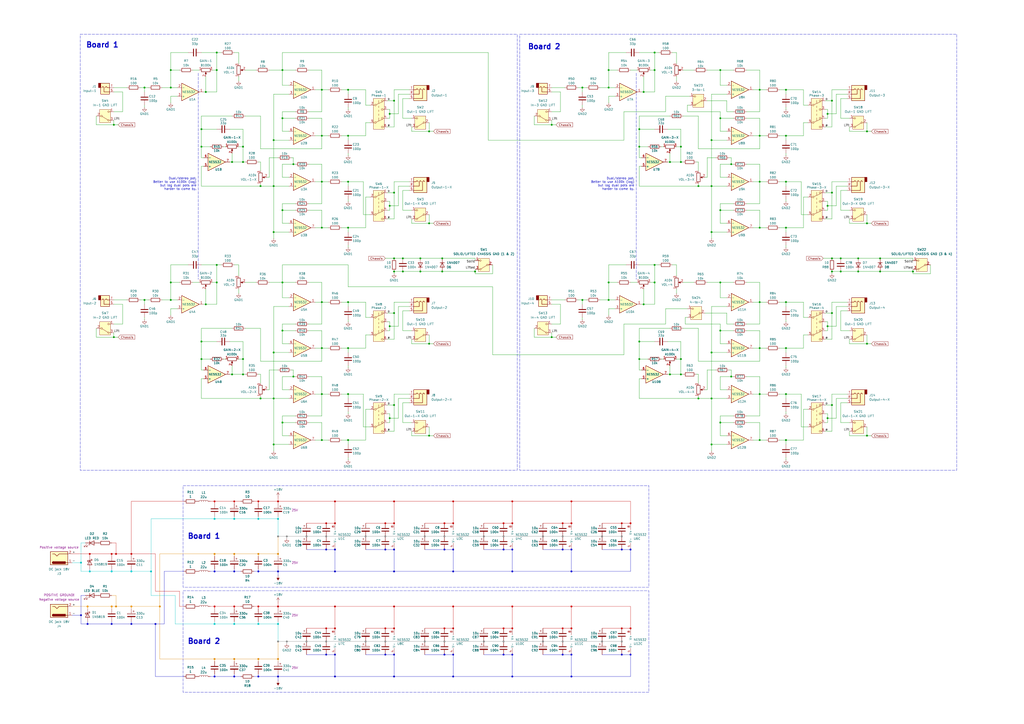
<source format=kicad_sch>
(kicad_sch (version 20250114) (generator "eeschema") (generator_version "9.0")
  (paper "A2")
  (title_block (title "Wenzel’s Transparent Balancing Opamp Boost (Quad Pro)") (date "February 2026") (rev "r2-wip-1") (comment 1 "Or stereo DRY-WET (individual DRY+WET pair for each stereo side, 4 channels total).") (comment 2 "level-balancing options for each of the 4 speakers in quad amping configuration.") (comment 3 "For example: quad amping (splitting stereo into 2 channels per side) providing individual") (comment 4 "4x channels variant with a feature set allowing different connection options."))
  (rectangle (start 301.498 19.812) (end 554.99 272.796) (stroke (width 0) (type dash)))
  (rectangle (start 106.172 342.646) (end 376.428 401.574) (stroke (width 0) (type dash)))
  (rectangle (start 46.482 19.812) (end 299.974 272.796) (stroke (width 0) (type dash)))
  (rectangle (start 106.172 281.686) (end 376.428 340.614) (stroke (width 0) (type dash)))
  (text "Board 2" (at 108.712 372.11 0) (effects (font (size 3.048 3.048) (thickness 0.6096) (bold yes)) (justify left)))
  (text "Board 1" (at 49.784 24.384 0) (effects (font (size 3.048 3.048) (thickness 0.6096) (bold yes)) (justify left top)))
  (text "Board 2" (at 306.07 25.4 0) (effects (font (size 3.048 3.048) (thickness 0.6096) (bold yes)) (justify left top)))
  (text "Board 1" (at 108.712 311.15 0) (effects (font (size 3.048 3.048) (thickness 0.6096) (bold yes)) (justify left)))
  (text "Dual/stereo pot.\nBetter to use A100k (log)\nbut log dual pots are\nharder to come by." (at 114.046 106.68 0) (effects (font (size 1.27 1.27)) (justify right)))
  (text "Dual/stereo pot.\nBetter to use A100k (log)\nbut log dual pots are\nharder to come by." (at 368.046 106.68 0) (effects (font (size 1.27 1.27)) (justify right)))
  (junction (at 417.83 245.11))
  (junction (at 292.1 379.73) (color 0 0 194 1))
  (junction (at 243.84 157.48))
  (junction (at 189.23 372.11) (color 132 132 132 1))
  (junction (at 248.92 76.2))
  (junction (at 262.89 331.47) (color 0 0 194 1))
  (junction (at 226.06 189.23))
  (junction (at 186.69 52.07))
  (junction (at 510.54 149.86))
  (junction (at 228.6 318.77) (color 0 0 194 1))
  (junction (at 233.68 157.48))
  (junction (at 412.75 231.14))
  (junction (at 331.47 303.53) (color 194 0 0 1))
  (junction (at 140.97 93.98))
  (junction (at 64.77 351.79) (color 221 133 0 1))
  (junction (at 163.83 121.92))
  (junction (at 124.46 351.79) (color 194 0 0 1))
  (junction (at 186.69 255.27))
  (junction (at 161.29 372.11) (color 132 132 132 1))
  (junction (at 455.93 255.27))
  (junction (at 353.06 173.99))
  (junction (at 228.6 157.48))
  (junction (at 280.67 311.15) (color 132 132 132 1))
  (junction (at 440.69 78.74))
  (junction (at 370.84 85.09))
  (junction (at 223.52 364.49) (color 194 0 0 1))
  (junction (at 262.89 303.53) (color 194 0 0 1))
  (junction (at 212.09 372.11) (color 132 132 132 1))
  (junction (at 201.93 52.07))
  (junction (at 246.38 311.15) (color 132 132 132 1))
  (junction (at 125.73 30.48))
  (junction (at 149.86 392.43) (color 0 0 194 1))
  (junction (at 189.23 318.77) (color 0 0 194 1))
  (junction (at 228.6 392.43) (color 0 0 194 1))
  (junction (at 360.68 372.11) (color 132 132 132 1))
  (junction (at 388.62 217.17))
  (junction (at 135.89 300.99) (color 0 194 194 1))
  (junction (at 510.54 157.48))
  (junction (at 186.69 228.6))
  (junction (at 480.06 189.23))
  (junction (at 223.52 372.11) (color 132 132 132 1))
  (junction (at 243.84 149.86))
  (junction (at 455.93 132.08))
  (junction (at 228.6 234.95))
  (junction (at 140.97 85.09))
  (junction (at 275.59 157.48))
  (junction (at 46.99 326.39) (color 0 194 194 1))
  (junction (at 90.17 361.95) (color 0 0 194 1))
  (junction (at 186.69 78.74))
  (junction (at 170.18 218.44))
  (junction (at 365.76 318.77) (color 0 0 194 1))
  (junction (at 455.93 175.26))
  (junction (at 194.31 331.47) (color 0 0 194 1))
  (junction (at 455.93 228.6))
  (junction (at 360.68 364.49) (color 194 0 0 1))
  (junction (at 379.73 163.83))
  (junction (at 424.18 95.25))
  (junction (at 405.13 231.14))
  (junction (at 161.29 351.79) (color 194 0 0 1))
  (junction (at 412.75 257.81))
  (junction (at 116.84 74.93))
  (junction (at 388.62 93.98))
  (junction (at 455.93 52.07))
  (junction (at 280.67 372.11) (color 132 132 132 1))
  (junction (at 373.38 176.53))
  (junction (at 365.76 364.49) (color 194 0 0 1))
  (junction (at 292.1 372.11) (color 132 132 132 1))
  (junction (at 297.18 364.49) (color 194 0 0 1))
  (junction (at 140.97 217.17))
  (junction (at 228.6 379.73) (color 0 0 194 1))
  (junction (at 67.31 321.31) (color 194 0 0 1))
  (junction (at 158.75 107.95))
  (junction (at 64.77 361.95) (color 0 0 194 1))
  (junction (at 223.52 318.77) (color 0 0 194 1))
  (junction (at 502.92 76.2))
  (junction (at 194.31 364.49) (color 194 0 0 1))
  (junction (at 125.73 153.67))
  (junction (at 233.68 149.86))
  (junction (at 502.92 129.54))
  (junction (at 256.54 157.48))
  (junction (at 331.47 364.49) (color 194 0 0 1))
  (junction (at 228.6 331.47) (color 0 0 194 1))
  (junction (at 379.73 153.67))
  (junction (at 135.89 392.43) (color 0 0 194 1))
  (junction (at 482.6 181.61))
  (junction (at 455.93 201.93))
  (junction (at 186.69 105.41))
  (junction (at 373.38 53.34))
  (junction (at 257.81 372.11) (color 132 132 132 1))
  (junction (at 66.04 195.58))
  (junction (at 257.81 303.53) (color 194 0 0 1))
  (junction (at 99.06 50.8))
  (junction (at 177.8 372.11) (color 132 132 132 1))
  (junction (at 228.6 290.83) (color 194 0 0 1))
  (junction (at 212.09 311.15) (color 132 132 132 1))
  (junction (at 292.1 364.49) (color 194 0 0 1))
  (junction (at 52.07 321.31) (color 194 0 0 1))
  (junction (at 134.62 93.98))
  (junction (at 314.96 311.15) (color 132 132 132 1))
  (junction (at 76.2 321.31) (color 194 0 0 1))
  (junction (at 502.92 252.73))
  (junction (at 194.31 303.53) (color 194 0 0 1))
  (junction (at 201.93 201.93))
  (junction (at 360.68 303.53) (color 194 0 0 1))
  (junction (at 124.46 331.47) (color 0 0 194 1))
  (junction (at 76.2 351.79) (color 221 133 0 1))
  (junction (at 161.29 361.95) (color 0 194 194 1))
  (junction (at 337.82 173.99))
  (junction (at 135.89 331.47) (color 0 0 194 1))
  (junction (at 163.83 245.11))
  (junction (at 440.69 255.27))
  (junction (at 226.06 119.38))
  (junction (at 223.52 303.53) (color 194 0 0 1))
  (junction (at 394.97 217.17))
  (junction (at 161.29 311.15) (color 132 132 132 1))
  (junction (at 134.62 217.17))
  (junction (at 297.18 290.83) (color 194 0 0 1))
  (junction (at 482.6 58.42))
  (junction (at 149.86 331.47) (color 0 0 194 1))
  (junction (at 64.77 321.31) (color 194 0 0 1))
  (junction (at 482.6 111.76))
  (junction (at 487.68 149.86))
  (junction (at 262.89 392.43) (color 0 0 194 1))
  (junction (at 149.86 351.79) (color 194 0 0 1))
  (junction (at 228.6 149.86))
  (junction (at 228.6 351.79) (color 194 0 0 1))
  (junction (at 124.46 321.31) (color 221 133 0 1))
  (junction (at 116.84 208.28))
  (junction (at 417.83 68.58))
  (junction (at 440.69 175.26))
  (junction (at 320.04 195.58))
  (junction (at 186.69 132.08))
  (junction (at 365.76 379.73) (color 0 0 194 1))
  (junction (at 66.04 72.39))
  (junction (at 158.75 204.47))
  (junction (at 92.71 351.79) (color 221 133 0 1))
  (junction (at 50.8 351.79) (color 221 133 0 1))
  (junction (at 50.8 361.95) (color 0 0 194 1))
  (junction (at 158.75 81.28))
  (junction (at 417.83 40.64))
  (junction (at 189.23 311.15) (color 132 132 132 1))
  (junction (at 482.6 149.86))
  (junction (at 135.89 321.31) (color 221 133 0 1))
  (junction (at 529.59 157.48))
  (junction (at 161.29 290.83) (color 194 0 0 1))
  (junction (at 417.83 191.77))
  (junction (at 297.18 351.79) (color 194 0 0 1))
  (junction (at 482.6 157.48))
  (junction (at 158.75 231.14))
  (junction (at 440.69 132.08))
  (junction (at 135.89 361.95) (color 0 194 194 1))
  (junction (at 170.18 95.25))
  (junction (at 151.13 231.14))
  (junction (at 326.39 303.53) (color 194 0 0 1))
  (junction (at 124.46 382.27) (color 221 133 0 1))
  (junction (at 370.84 74.93))
  (junction (at 297.18 303.53) (color 194 0 0 1))
  (junction (at 360.68 311.15) (color 132 132 132 1))
  (junction (at 166.37 372.11) (color 132 132 132 1))
  (junction (at 158.75 257.81))
  (junction (at 417.83 163.83))
  (junction (at 257.81 318.77) (color 0 0 194 1))
  (junction (at 256.54 149.86))
  (junction (at 412.75 107.95))
  (junction (at 360.68 379.73) (color 0 0 194 1))
  (junction (at 292.1 318.77) (color 0 0 194 1))
  (junction (at 405.13 107.95))
  (junction (at 455.93 105.41))
  (junction (at 379.73 30.48))
  (junction (at 257.81 311.15) (color 132 132 132 1))
  (junction (at 99.06 173.99))
  (junction (at 360.68 318.77) (color 0 0 194 1))
  (junction (at 99.06 40.64))
  (junction (at 228.6 303.53) (color 194 0 0 1))
  (junction (at 262.89 364.49) (color 194 0 0 1))
  (junction (at 119.38 53.34))
  (junction (at 326.39 379.73) (color 0 0 194 1))
  (junction (at 149.86 300.99) (color 0 194 194 1))
  (junction (at 370.84 198.12))
  (junction (at 161.29 321.31) (color 221 133 0 1))
  (junction (at 337.82 50.8))
  (junction (at 161.29 300.99) (color 0 194 194 1))
  (junction (at 412.75 204.47))
  (junction (at 64.77 331.47) (color 0 194 194 1))
  (junction (at 262.89 379.73) (color 0 0 194 1))
  (junction (at 379.73 40.64))
  (junction (at 248.92 252.73))
  (junction (at 161.29 392.43) (color 0 0 194 1))
  (junction (at 116.84 198.12))
  (junction (at 186.69 201.93))
  (junction (at 161.29 331.47) (color 0 0 194 1))
  (junction (at 149.86 290.83) (color 194 0 0 1))
  (junction (at 87.63 331.47) (color 0 194 194 1))
  (junction (at 125.73 40.64))
  (junction (at 194.31 351.79) (color 194 0 0 1))
  (junction (at 124.46 361.95) (color 0 194 194 1))
  (junction (at 135.89 351.79) (color 194 0 0 1))
  (junction (at 124.46 300.99) (color 0 194 194 1))
  (junction (at 292.1 303.53) (color 194 0 0 1))
  (junction (at 482.6 234.95))
  (junction (at 480.06 119.38))
  (junction (at 331.47 318.77) (color 0 0 194 1))
  (junction (at 135.89 290.83) (color 194 0 0 1))
  (junction (at 67.31 351.79) (color 221 133 0 1))
  (junction (at 297.18 318.77) (color 0 0 194 1))
  (junction (at 262.89 290.83) (color 194 0 0 1))
  (junction (at 349.25 311.15) (color 132 132 132 1))
  (junction (at 349.25 372.11) (color 132 132 132 1))
  (junction (at 320.04 72.39))
  (junction (at 365.76 303.53) (color 194 0 0 1))
  (junction (at 189.23 379.73) (color 0 0 194 1))
  (junction (at 331.47 392.43) (color 0 0 194 1))
  (junction (at 314.96 372.11) (color 132 132 132 1))
  (junction (at 119.38 176.53))
  (junction (at 480.06 242.57))
  (junction (at 228.6 58.42))
  (junction (at 163.83 40.64))
  (junction (at 223.52 379.73) (color 0 0 194 1))
  (junction (at 124.46 392.43) (color 0 0 194 1))
  (junction (at 394.97 208.28))
  (junction (at 292.1 311.15) (color 132 132 132 1))
  (junction (at 257.81 379.73) (color 0 0 194 1))
  (junction (at 257.81 364.49) (color 194 0 0 1))
  (junction (at 223.52 311.15) (color 132 132 132 1))
  (junction (at 99.06 163.83))
  (junction (at 124.46 290.83) (color 194 0 0 1))
  (junction (at 394.97 93.98))
  (junction (at 194.31 379.73) (color 0 0 194 1))
  (junction (at 149.86 382.27) (color 221 133 0 1))
  (junction (at 440.69 105.41))
  (junction (at 228.6 364.49) (color 194 0 0 1))
  (junction (at 370.84 208.28))
  (junction (at 326.39 318.77) (color 0 0 194 1))
  (junction (at 161.29 382.27) (color 221 133 0 1))
  (junction (at 83.82 50.8))
  (junction (at 201.93 228.6))
  (junction (at 353.06 163.83))
  (junction (at 76.2 361.95) (color 0 0 194 1))
  (junction (at 76.2 331.47) (color 0 194 194 1))
  (junction (at 189.23 364.49) (color 194 0 0 1))
  (junction (at 226.06 242.57))
  (junction (at 248.92 129.54))
  (junction (at 440.69 52.07))
  (junction (at 440.69 201.93))
  (junction (at 52.07 331.47) (color 0 194 194 1))
  (junction (at 424.18 218.44))
  (junction (at 116.84 85.09))
  (junction (at 83.82 173.99))
  (junction (at 412.75 134.62))
  (junction (at 326.39 372.11) (color 132 132 132 1))
  (junction (at 353.06 40.64))
  (junction (at 502.92 199.39))
  (junction (at 226.06 66.04))
  (junction (at 353.06 50.8))
  (junction (at 46.99 356.87) (color 0 0 194 1))
  (junction (at 262.89 351.79) (color 194 0 0 1))
  (junction (at 246.38 372.11) (color 132 132 132 1))
  (junction (at 497.84 157.48))
  (junction (at 297.18 331.47) (color 0 0 194 1))
  (junction (at 158.75 134.62))
  (junction (at 201.93 255.27))
  (junction (at 412.75 81.28))
  (junction (at 394.97 85.09))
  (junction (at 262.89 318.77) (color 0 0 194 1))
  (junction (at 177.8 311.15) (color 132 132 132 1))
  (junction (at 194.31 290.83) (color 194 0 0 1))
  (junction (at 297.18 379.73) (color 0 0 194 1))
  (junction (at 194.31 318.77) (color 0 0 194 1))
  (junction (at 201.93 105.41))
  (junction (at 497.84 149.86))
  (junction (at 151.13 107.95))
  (junction (at 189.23 303.53) (color 194 0 0 1))
  (junction (at 201.93 78.74))
  (junction (at 331.47 351.79) (color 194 0 0 1))
  (junction (at 149.86 361.95) (color 0 194 194 1))
  (junction (at 194.31 392.43) (color 0 0 194 1))
  (junction (at 417.83 121.92))
  (junction (at 140.97 208.28))
  (junction (at 487.68 157.48))
  (junction (at 326.39 364.49) (color 194 0 0 1))
  (junction (at 480.06 66.04))
  (junction (at 163.83 191.77))
  (junction (at 440.69 228.6))
  (junction (at 125.73 163.83))
  (junction (at 326.39 311.15) (color 132 132 132 1))
  (junction (at 166.37 311.15) (color 132 132 132 1))
  (junction (at 201.93 175.26))
  (junction (at 135.89 382.27) (color 221 133 0 1))
  (junction (at 248.92 199.39))
  (junction (at 331.47 290.83) (color 194 0 0 1))
  (junction (at 201.93 132.08))
  (junction (at 331.47 379.73) (color 0 0 194 1))
  (junction (at 163.83 163.83))
  (junction (at 455.93 78.74))
  (junction (at 228.6 111.76))
  (junction (at 228.6 181.61))
  (junction (at 186.69 175.26))
  (junction (at 163.83 68.58))
  (junction (at 297.18 392.43) (color 0 0 194 1))
  (junction (at 331.47 331.47) (color 0 0 194 1))
  (junction (at 149.86 321.31) (color 221 133 0 1))
  (wire (pts (xy 135.89 391.16) (xy 135.89 392.43)) (stroke (width 0) (color 0 0 194 1)))
  (wire (pts (xy 46.99 345.44) (xy 49.53 345.44)) (stroke (width 0) (color 0 0 194 1)))
  (wire (pts (xy 95.25 331.47) (xy 106.68 331.47)) (stroke (width 0) (color 0 0 194 1)))
  (wire (pts (xy 201.93 228.6) (xy 201.93 231.14)))
  (wire (pts (xy 485.14 54.61) (xy 485.14 66.04)))
  (wire (pts (xy 285.75 153.67) (xy 285.75 158.75)))
  (wire (pts (xy 480.06 119.38) (xy 480.06 121.92)))
  (wire (pts (xy 455.93 228.6) (xy 455.93 231.14)))
  (wire (pts (xy 455.93 186.69) (xy 455.93 185.42)))
  (wire (pts (xy 179.07 218.44) (xy 186.69 218.44)))
  (wire (pts (xy 421.64 187.96) (xy 421.64 181.61)))
  (wire (pts (xy 440.69 95.25) (xy 440.69 105.41)))
  (wire (pts (xy 492.76 199.39) (xy 502.92 199.39)))
  (wire (pts (xy 379.73 53.34) (xy 373.38 53.34)))
  (wire (pts (xy 138.43 208.28) (xy 140.97 208.28)))
  (wire (pts (xy 326.39 318.77) (xy 331.47 318.77)) (stroke (width 0) (color 0 0 194 1)))
  (wire (pts (xy 210.82 105.41) (xy 210.82 124.46)))
  (wire (pts (xy 189.23 364.49) (xy 194.31 364.49)) (stroke (width 0) (color 194 0 0 1)))
  (wire (pts (xy 405.13 231.14) (xy 412.75 231.14)))
  (wire (pts (xy 186.69 201.93) (xy 190.5 201.93)))
  (wire (pts (xy 116.84 74.93) (xy 116.84 85.09)))
  (wire (pts (xy 455.93 78.74) (xy 455.93 81.28)))
  (wire (pts (xy 158.75 81.28) (xy 158.75 107.95)))
  (wire (pts (xy 491.49 233.68) (xy 487.68 233.68)))
  (wire (pts (xy 485.14 177.8) (xy 485.14 189.23)))
  (wire (pts (xy 149.86 217.17) (xy 151.13 217.17)))
  (wire (pts (xy 491.49 54.61) (xy 485.14 54.61)))
  (wire (pts (xy 64.77 361.95) (xy 64.77 360.68)) (stroke (width 0) (color 0 0 194 1)))
  (wire (pts (xy 292.1 318.77) (xy 297.18 318.77)) (stroke (width 0) (color 0 0 194 1)))
  (wire (pts (xy 64.77 331.47) (xy 64.77 330.2)) (stroke (width 0) (color 0 0 194 1)))
  (wire (pts (xy 466.09 175.26) (xy 455.93 175.26)))
  (wire (pts (xy 425.45 121.92) (xy 417.83 121.92)))
  (wire (pts (xy 83.82 50.8) (xy 81.28 50.8)))
  (wire (pts (xy 433.07 241.3) (xy 440.69 241.3)))
  (wire (pts (xy 228.6 52.07) (xy 228.6 58.42)))
  (wire (pts (xy 201.93 132.08) (xy 201.93 134.62)))
  (wire (pts (xy 309.88 67.31) (xy 309.88 72.39)))
  (wire (pts (xy 425.45 163.83) (xy 417.83 163.83)))
  (wire (pts (xy 186.69 105.41) (xy 190.5 105.41)))
  (wire (pts (xy 433.07 64.77) (xy 440.69 64.77)))
  (wire (pts (xy 440.69 105.41) (xy 436.88 105.41)))
  (wire (pts (xy 425.45 245.11) (xy 417.83 245.11)))
  (wire (pts (xy 412.75 107.95) (xy 421.64 107.95)))
  (wire (pts (xy 388.62 190.5) (xy 370.84 190.5)))
  (wire (pts (xy 163.83 121.92) (xy 163.83 129.54)))
  (wire (pts (xy 452.12 78.74) (xy 455.93 78.74)))
  (wire (pts (xy 228.6 303.53) (xy 228.6 290.83)) (stroke (width 0) (color 194 0 0 1)))
  (wire (pts (xy 224.79 234.95) (xy 228.6 234.95)))
  (wire (pts (xy 398.78 184.15) (xy 397.51 184.15)))
  (wire (pts (xy 186.69 228.6) (xy 190.5 228.6)))
  (wire (pts (xy 433.07 191.77) (xy 440.69 191.77)))
  (wire (pts (xy 440.69 218.44) (xy 440.69 228.6)))
  (wire (pts (xy 198.12 52.07) (xy 201.93 52.07)))
  (wire (pts (xy 480.06 186.69) (xy 480.06 189.23)))
  (wire (pts (xy 502.92 76.2) (xy 502.92 71.12)))
  (wire (pts (xy 440.69 191.77) (xy 440.69 201.93)))
  (wire (pts (xy 226.06 116.84) (xy 226.06 119.38)))
  (wire (pts (xy 99.06 173.99) (xy 102.87 173.99)))
  (wire (pts (xy 539.75 153.67) (xy 539.75 158.75)))
  (wire (pts (xy 417.83 245.11) (xy 417.83 252.73)))
  (wire (pts (xy 66.04 195.58) (xy 68.58 195.58)))
  (wire (pts (xy 67.31 314.96) (xy 67.31 321.31)) (stroke (width 0) (color 194 0 0 1)))
  (wire (pts (xy 163.83 64.77) (xy 163.83 68.58)))
  (wire (pts (xy 46.99 331.47) (xy 52.07 331.47)) (stroke (width 0) (color 0 194 194 1)))
  (polyline (pts (xy 115.062 42.418) (xy 115.062 162.052)) (stroke (width 0) (type dash)))
  (wire (pts (xy 502.92 252.73) (xy 502.92 247.65)))
  (wire (pts (xy 101.6 345.44) (xy 87.63 345.44)) (stroke (width 0) (color 0 194 194 1)))
  (wire (pts (xy 186.69 209.55) (xy 186.69 201.93)))
  (wire (pts (xy 161.29 351.79) (xy 161.29 353.06)) (stroke (width 0) (color 194 0 0 1)))
  (wire (pts (xy 135.89 300.99) (xy 149.86 300.99)) (stroke (width 0) (color 0 194 194 1)))
  (wire (pts (xy 361.95 187.96) (xy 361.95 205.74)))
  (wire (pts (xy 116.84 231.14) (xy 151.13 231.14)))
  (wire (pts (xy 487.68 57.15) (xy 487.68 68.58)))
  (wire (pts (xy 161.29 361.95) (xy 161.29 360.68)) (stroke (width 0) (color 0 194 194 1)))
  (wire (pts (xy 135.89 153.67) (xy 138.43 153.67)))
  (wire (pts (xy 387.35 198.12) (xy 394.97 198.12)))
  (wire (pts (xy 104.14 342.9) (xy 90.17 342.9)) (stroke (width 0) (color 194 0 0 1)))
  (wire (pts (xy 214.63 184.15) (xy 212.09 184.15)))
  (wire (pts (xy 325.12 187.96) (xy 320.04 187.96)))
  (wire (pts (xy 452.12 175.26) (xy 455.93 175.26)))
  (wire (pts (xy 163.83 163.83) (xy 163.83 172.72)))
  (wire (pts (xy 151.13 190.5) (xy 151.13 209.55)))
  (wire (pts (xy 212.09 379.73) (xy 223.52 379.73)) (stroke (width 0) (color 0 0 194 1)))
  (wire (pts (xy 417.83 187.96) (xy 417.83 191.77)))
  (wire (pts (xy 487.68 191.77) (xy 492.76 191.77)))
  (wire (pts (xy 186.69 245.11) (xy 186.69 255.27)))
  (wire (pts (xy 55.88 190.5) (xy 55.88 195.58)))
  (wire (pts (xy 231.14 66.04) (xy 226.06 66.04)))
  (wire (pts (xy 161.29 351.79) (xy 194.31 351.79)) (stroke (width 0) (color 194 0 0 1)))
  (wire (pts (xy 163.83 95.25) (xy 163.83 102.87)))
  (wire (pts (xy 482.6 105.41) (xy 482.6 111.76)))
  (wire (pts (xy 99.06 55.88) (xy 102.87 55.88)))
  (wire (pts (xy 124.46 290.83) (xy 124.46 292.1)) (stroke (width 0) (color 194 0 0 1)))
  (wire (pts (xy 466.09 71.12) (xy 466.09 78.74)))
  (wire (pts (xy 309.88 195.58) (xy 320.04 195.58)))
  (wire (pts (xy 482.6 175.26) (xy 482.6 181.61)))
  (wire (pts (xy 492.76 252.73) (xy 502.92 252.73)))
  (wire (pts (xy 425.45 40.64) (xy 417.83 40.64)))
  (wire (pts (xy 238.76 196.85) (xy 238.76 199.39)))
  (wire (pts (xy 186.69 68.58) (xy 186.69 78.74)))
  (wire (pts (xy 466.09 78.74) (xy 455.93 78.74)))
  (wire (pts (xy 502.92 76.2) (xy 505.46 76.2)))
  (wire (pts (xy 421.64 64.77) (xy 421.64 58.42)))
  (wire (pts (xy 151.13 107.95) (xy 158.75 107.95)))
  (wire (pts (xy 161.29 391.16) (xy 161.29 392.43)) (stroke (width 0) (color 0 0 194 1)))
  (wire (pts (xy 161.29 290.83) (xy 161.29 292.1)) (stroke (width 0) (color 194 0 0 1)))
  (wire (pts (xy 186.69 255.27) (xy 190.5 255.27)))
  (wire (pts (xy 151.13 231.14) (xy 158.75 231.14)))
  (wire (pts (xy 440.69 245.11) (xy 440.69 255.27)))
  (wire (pts (xy 161.29 382.27) (xy 161.29 383.54)) (stroke (width 0) (color 221 133 0 1)))
  (wire (pts (xy 485.14 107.95) (xy 485.14 119.38)))
  (wire (pts (xy 283.21 30.48) (xy 163.83 30.48)))
  (wire (pts (xy 231.14 177.8) (xy 231.14 189.23)))
  (wire (pts (xy 212.09 237.49) (xy 214.63 237.49)))
  (wire (pts (xy 198.12 228.6) (xy 201.93 228.6)))
  (wire (pts (xy 133.35 198.12) (xy 140.97 198.12)))
  (wire (pts (xy 116.84 153.67) (xy 125.73 153.67)))
  (wire (pts (xy 186.69 187.96) (xy 186.69 175.26)))
  (wire (pts (xy 76.2 330.2) (xy 76.2 331.47)) (stroke (width 0) (color 0 0 194 1)))
  (wire (pts (xy 151.13 209.55) (xy 186.69 209.55)))
  (wire (pts (xy 455.93 63.5) (xy 455.93 62.23)))
  (wire (pts (xy 468.63 71.12) (xy 466.09 71.12)))
  (wire (pts (xy 226.06 63.5) (xy 226.06 66.04)))
  (wire (pts (xy 161.29 288.29) (xy 161.29 290.83)) (stroke (width 0) (color 194 0 0 1)))
  (wire (pts (xy 158.75 134.62) (xy 167.64 134.62)))
  (wire (pts (xy 373.38 44.45) (xy 373.38 53.34)))
  (wire (pts (xy 492.76 250.19) (xy 492.76 252.73)))
  (wire (pts (xy 424.18 91.44) (xy 422.91 91.44)))
  (wire (pts (xy 480.06 189.23) (xy 480.06 191.77)))
  (wire (pts (xy 52.07 321.31) (xy 64.77 321.31)) (stroke (width 0) (color 194 0 0 1)))
  (wire (pts (xy 497.84 149.86) (xy 510.54 149.86)))
  (wire (pts (xy 186.69 163.83) (xy 186.69 175.26)))
  (wire (pts (xy 361.95 81.28) (xy 283.21 81.28)))
  (wire (pts (xy 163.83 30.48) (xy 163.83 40.64)))
  (wire (pts (xy 177.8 364.49) (xy 189.23 364.49)) (stroke (width 0) (color 194 0 0 1)))
  (wire (pts (xy 124.46 392.43) (xy 135.89 392.43)) (stroke (width 0) (color 0 0 194 1)))
  (wire (pts (xy 440.69 86.36) (xy 440.69 78.74)))
  (wire (pts (xy 421.64 58.42) (xy 410.21 58.42)))
  (wire (pts (xy 405.13 190.5) (xy 405.13 209.55)))
  (wire (pts (xy 379.73 30.48) (xy 382.27 30.48)))
  (wire (pts (xy 487.68 233.68) (xy 487.68 245.11)))
  (wire (pts (xy 396.24 67.31) (xy 405.13 67.31)))
  (wire (pts (xy 487.68 157.48) (xy 497.84 157.48)))
  (wire (pts (xy 238.76 250.19) (xy 238.76 252.73)))
  (wire (pts (xy 347.98 173.99) (xy 353.06 173.99)))
  (wire (pts (xy 275.59 151.13) (xy 275.59 149.86)))
  (wire (pts (xy 186.69 218.44) (xy 186.69 228.6)))
  (wire (pts (xy 256.54 157.48) (xy 275.59 157.48)))
  (wire (pts (xy 170.18 91.44) (xy 170.18 95.25)))
  (wire (pts (xy 212.09 71.12) (xy 212.09 78.74)))
  (wire (pts (xy 417.83 40.64) (xy 417.83 49.53)))
  (wire (pts (xy 233.68 245.11) (xy 238.76 245.11)))
  (wire (pts (xy 410.21 91.44) (xy 415.29 91.44)))
  (wire (pts (xy 440.69 64.77) (xy 440.69 52.07)))
  (wire (pts (xy 452.12 201.93) (xy 455.93 201.93)))
  (wire (pts (xy 52.07 322.58) (xy 52.07 321.31)) (stroke (width 0) (color 194 0 0 1)))
  (wire (pts (xy 257.81 311.15) (xy 280.67 311.15)) (stroke (width 0) (color 132 132 132 1)))
  (wire (pts (xy 440.69 132.08) (xy 436.88 132.08)))
  (wire (pts (xy 142.24 67.31) (xy 151.13 67.31)))
  (wire (pts (xy 492.76 76.2) (xy 502.92 76.2)))
  (wire (pts (xy 238.76 129.54) (xy 248.92 129.54)))
  (wire (pts (xy 189.23 379.73) (xy 194.31 379.73)) (stroke (width 0) (color 0 0 194 1)))
  (wire (pts (xy 478.79 240.03) (xy 480.06 240.03)))
  (wire (pts (xy 478.79 191.77) (xy 480.06 191.77)))
  (wire (pts (xy 186.69 40.64) (xy 186.69 52.07)))
  (wire (pts (xy 46.99 356.87) (xy 46.99 361.95)) (stroke (width 0) (color 0 0 194 1)))
  (wire (pts (xy 223.52 372.11) (xy 246.38 372.11)) (stroke (width 0) (color 132 132 132 1)))
  (wire (pts (xy 440.69 52.07) (xy 436.88 52.07)))
  (wire (pts (xy 116.84 198.12) (xy 125.73 198.12)))
  (wire (pts (xy 64.77 351.79) (xy 67.31 351.79)) (stroke (width 0) (color 221 133 0 1)))
  (wire (pts (xy 226.06 186.69) (xy 226.06 189.23)))
  (wire (pts (xy 66.04 53.34) (xy 71.12 53.34)))
  (wire (pts (xy 405.13 209.55) (xy 440.69 209.55)))
  (wire (pts (xy 280.67 318.77) (xy 292.1 318.77)) (stroke (width 0) (color 0 0 194 1)))
  (wire (pts (xy 398.78 60.96) (xy 398.78 64.77)))
  (wire (pts (xy 325.12 64.77) (xy 320.04 64.77)))
  (wire (pts (xy 372.11 176.53) (xy 373.38 176.53)))
  (wire (pts (xy 41.91 351.79) (xy 50.8 351.79)) (stroke (width 0) (color 221 133 0 1)))
  (wire (pts (xy 186.69 78.74) (xy 190.5 78.74)))
  (wire (pts (xy 135.89 360.68) (xy 135.89 361.95)) (stroke (width 0) (color 0 194 194 1)))
  (wire (pts (xy 99.06 59.69) (xy 99.06 55.88)))
  (wire (pts (xy 119.38 167.64) (xy 119.38 176.53)))
  (wire (pts (xy 410.21 214.63) (xy 415.29 214.63)))
  (wire (pts (xy 246.38 303.53) (xy 257.81 303.53)) (stroke (width 0) (color 194 0 0 1)))
  (polyline (pts (xy 369.062 42.418) (xy 369.062 162.052)) (stroke (width 0) (type dash)))
  (wire (pts (xy 421.64 177.8) (xy 412.75 177.8)))
  (wire (pts (xy 248.92 76.2) (xy 248.92 71.12)))
  (wire (pts (xy 223.52 149.86) (xy 228.6 149.86)))
  (wire (pts (xy 123.19 40.64) (xy 125.73 40.64)))
  (wire (pts (xy 455.93 240.03) (xy 455.93 238.76)))
  (wire (pts (xy 201.93 78.74) (xy 201.93 81.28)))
  (wire (pts (xy 201.93 105.41) (xy 201.93 107.95)))
  (wire (pts (xy 66.04 193.04) (xy 66.04 195.58)))
  (wire (pts (xy 397.51 187.96) (xy 417.83 187.96)))
  (wire (pts (xy 99.06 182.88) (xy 99.06 179.07)))
  (wire (pts (xy 52.07 331.47) (xy 64.77 331.47)) (stroke (width 0) (color 0 194 194 1)))
  (wire (pts (xy 151.13 93.98) (xy 151.13 99.06)))
  (wire (pts (xy 163.83 68.58) (xy 163.83 76.2)))
  (wire (pts (xy 163.83 102.87) (xy 167.64 102.87)))
  (wire (pts (xy 158.75 231.14) (xy 158.75 257.81)))
  (wire (pts (xy 124.46 361.95) (xy 135.89 361.95)) (stroke (width 0) (color 0 194 194 1)))
  (wire (pts (xy 403.86 217.17) (xy 405.13 217.17)))
  (wire (pts (xy 104.14 351.79) (xy 104.14 342.9)) (stroke (width 0) (color 194 0 0 1)))
  (wire (pts (xy 163.83 241.3) (xy 163.83 245.11)))
  (wire (pts (xy 421.64 54.61) (xy 412.75 54.61)))
  (wire (pts (xy 186.69 105.41) (xy 182.88 105.41)))
  (wire (pts (xy 386.08 64.77) (xy 361.95 64.77)))
  (wire (pts (xy 201.93 255.27) (xy 201.93 257.81)))
  (wire (pts (xy 455.93 201.93) (xy 455.93 204.47)))
  (wire (pts (xy 163.83 95.25) (xy 170.18 95.25)))
  (wire (pts (xy 424.18 218.44) (xy 425.45 218.44)))
  (wire (pts (xy 171.45 191.77) (xy 163.83 191.77)))
  (wire (pts (xy 331.47 392.43) (xy 365.76 392.43)) (stroke (width 0) (color 0 0 194 1)))
  (wire (pts (xy 135.89 321.31) (xy 149.86 321.31)) (stroke (width 0) (color 221 133 0 1)))
  (wire (pts (xy 149.86 353.06) (xy 149.86 351.79)) (stroke (width 0) (color 194 0 0 1)))
  (wire (pts (xy 280.67 311.15) (xy 292.1 311.15)) (stroke (width 0) (color 132 132 132 1)))
  (wire (pts (xy 237.49 54.61) (xy 231.14 54.61)))
  (wire (pts (xy 156.21 102.87) (xy 156.21 91.44)))
  (wire (pts (xy 163.83 172.72) (xy 167.64 172.72)))
  (wire (pts (xy 121.92 351.79) (xy 124.46 351.79)) (stroke (width 0) (color 194 0 0 1)))
  (wire (pts (xy 170.18 91.44) (xy 168.91 91.44)))
  (wire (pts (xy 166.37 372.11) (xy 177.8 372.11)) (stroke (width 0) (color 132 132 132 1)))
  (wire (pts (xy 464.82 105.41) (xy 464.82 124.46)))
  (wire (pts (xy 198.12 201.93) (xy 201.93 201.93)))
  (wire (pts (xy 64.77 331.47) (xy 76.2 331.47)) (stroke (width 0) (color 0 194 194 1)))
  (wire (pts (xy 158.75 177.8) (xy 158.75 204.47)))
  (wire (pts (xy 478.79 116.84) (xy 480.06 116.84)))
  (wire (pts (xy 331.47 351.79) (xy 365.76 351.79)) (stroke (width 0) (color 194 0 0 1)))
  (wire (pts (xy 201.93 175.26) (xy 201.93 177.8)))
  (wire (pts (xy 228.6 157.48) (xy 228.6 158.75)))
  (wire (pts (xy 237.49 107.95) (xy 231.14 107.95)))
  (wire (pts (xy 228.6 290.83) (xy 262.89 290.83)) (stroke (width 0) (color 194 0 0 1)))
  (wire (pts (xy 424.18 91.44) (xy 424.18 95.25)))
  (wire (pts (xy 201.93 116.84) (xy 201.93 115.57)))
  (wire (pts (xy 116.84 219.71) (xy 118.11 219.71)))
  (wire (pts (xy 455.93 90.17) (xy 455.93 88.9)))
  (wire (pts (xy 262.89 303.53) (xy 262.89 290.83)) (stroke (width 0) (color 194 0 0 1)))
  (wire (pts (xy 138.43 167.64) (xy 138.43 170.18)))
  (wire (pts (xy 280.67 372.11) (xy 292.1 372.11)) (stroke (width 0) (color 132 132 132 1)))
  (wire (pts (xy 417.83 172.72) (xy 421.64 172.72)))
  (wire (pts (xy 387.35 217.17) (xy 388.62 217.17)))
  (wire (pts (xy 66.04 173.99) (xy 73.66 173.99)))
  (wire (pts (xy 455.93 132.08) (xy 466.09 132.08)))
  (wire (pts (xy 66.04 176.53) (xy 71.12 176.53)))
  (wire (pts (xy 482.6 73.66) (xy 478.79 73.66)))
  (wire (pts (xy 421.64 81.28) (xy 412.75 81.28)))
  (wire (pts (xy 314.96 364.49) (xy 326.39 364.49)) (stroke (width 0) (color 194 0 0 1)))
  (wire (pts (xy 477.52 149.86) (xy 482.6 149.86)))
  (wire (pts (xy 379.73 176.53) (xy 373.38 176.53)))
  (wire (pts (xy 158.75 231.14) (xy 167.64 231.14)))
  (wire (pts (xy 228.6 228.6) (xy 237.49 228.6)))
  (wire (pts (xy 297.18 379.73) (xy 297.18 392.43)) (stroke (width 0) (color 0 0 194 1)))
  (wire (pts (xy 151.13 217.17) (xy 151.13 222.25)))
  (wire (pts (xy 433.07 40.64) (xy 440.69 40.64)))
  (wire (pts (xy 372.11 53.34) (xy 373.38 53.34)))
  (wire (pts (xy 228.6 250.19) (xy 224.79 250.19)))
  (wire (pts (xy 90.17 392.43) (xy 90.17 361.95)) (stroke (width 0) (color 0 0 194 1)))
  (wire (pts (xy 95.25 331.47) (xy 95.25 361.95)) (stroke (width 0) (color 0 0 194 1)))
  (wire (pts (xy 226.06 66.04) (xy 226.06 68.58)))
  (wire (pts (xy 116.84 96.52) (xy 116.84 107.95)))
  (wire (pts (xy 466.09 114.3) (xy 466.09 132.08)))
  (wire (pts (xy 135.89 361.95) (xy 149.86 361.95)) (stroke (width 0) (color 0 194 194 1)))
  (wire (pts (xy 149.86 383.54) (xy 149.86 382.27)) (stroke (width 0) (color 221 133 0 1)))
  (wire (pts (xy 149.86 331.47) (xy 161.29 331.47)) (stroke (width 0) (color 0 0 194 1)))
  (wire (pts (xy 138.43 44.45) (xy 138.43 46.99)))
  (wire (pts (xy 140.97 198.12) (xy 140.97 208.28)))
  (wire (pts (xy 121.92 392.43) (xy 124.46 392.43)) (stroke (width 0) (color 0 0 194 1)))
  (wire (pts (xy 403.86 93.98) (xy 405.13 93.98)))
  (wire (pts (xy 320.04 176.53) (xy 325.12 176.53)))
  (wire (pts (xy 90.17 342.9) (xy 90.17 321.31)) (stroke (width 0) (color 194 0 0 1)))
  (wire (pts (xy 76.2 361.95) (xy 90.17 361.95)) (stroke (width 0) (color 0 0 194 1)))
  (wire (pts (xy 370.84 208.28) (xy 370.84 214.63)))
  (wire (pts (xy 233.68 121.92) (xy 238.76 121.92)))
  (wire (pts (xy 440.69 228.6) (xy 444.5 228.6)))
  (wire (pts (xy 417.83 118.11) (xy 417.83 121.92)))
  (wire (pts (xy 71.12 64.77) (xy 66.04 64.77)))
  (wire (pts (xy 233.68 191.77) (xy 238.76 191.77)))
  (wire (pts (xy 149.86 292.1) (xy 149.86 290.83)) (stroke (width 0) (color 194 0 0 1)))
  (wire (pts (xy 212.09 184.15) (xy 212.09 175.26)))
  (wire (pts (xy 412.75 257.81) (xy 412.75 261.62)))
  (wire (pts (xy 179.07 187.96) (xy 186.69 187.96)))
  (wire (pts (xy 405.13 86.36) (xy 440.69 86.36)))
  (wire (pts (xy 482.6 58.42) (xy 482.6 73.66)))
  (wire (pts (xy 425.45 118.11) (xy 417.83 118.11)))
  (wire (pts (xy 194.31 379.73) (xy 194.31 392.43)) (stroke (width 0) (color 0 0 194 1)))
  (wire (pts (xy 179.07 245.11) (xy 186.69 245.11)))
  (wire (pts (xy 67.31 351.79) (xy 76.2 351.79)) (stroke (width 0) (color 221 133 0 1)))
  (wire (pts (xy 212.09 372.11) (xy 223.52 372.11)) (stroke (width 0) (color 132 132 132 1)))
  (wire (pts (xy 156.21 163.83) (xy 163.83 163.83)))
  (wire (pts (xy 248.92 199.39) (xy 251.46 199.39)))
  (wire (pts (xy 349.25 318.77) (xy 360.68 318.77)) (stroke (width 0) (color 0 0 194 1)))
  (wire (pts (xy 243.84 149.86) (xy 256.54 149.86)))
  (wire (pts (xy 466.09 114.3) (xy 468.63 114.3)))
  (wire (pts (xy 478.79 186.69) (xy 480.06 186.69)))
  (wire (pts (xy 87.63 300.99) (xy 124.46 300.99)) (stroke (width 0) (color 0 194 194 1)))
  (wire (pts (xy 468.63 194.31) (xy 466.09 194.31)))
  (wire (pts (xy 292.1 364.49) (xy 297.18 364.49)) (stroke (width 0) (color 194 0 0 1)))
  (wire (pts (xy 99.06 163.83) (xy 99.06 173.99)))
  (wire (pts (xy 201.93 52.07) (xy 201.93 54.61)))
  (wire (pts (xy 337.82 185.42) (xy 337.82 184.15)))
  (wire (pts (xy 140.97 208.28) (xy 140.97 217.17)))
  (wire (pts (xy 46.99 314.96) (xy 46.99 326.39)) (stroke (width 0) (color 0 194 194 1)))
  (wire (pts (xy 248.92 252.73) (xy 251.46 252.73)))
  (wire (pts (xy 99.06 40.64) (xy 99.06 50.8)))
  (wire (pts (xy 231.14 107.95) (xy 231.14 119.38)))
  (wire (pts (xy 189.23 318.77) (xy 194.31 318.77)) (stroke (width 0) (color 0 0 194 1)))
  (wire (pts (xy 394.97 93.98) (xy 396.24 93.98)))
  (wire (pts (xy 314.96 311.15) (xy 326.39 311.15)) (stroke (width 0) (color 132 132 132 1)))
  (wire (pts (xy 237.49 231.14) (xy 231.14 231.14)))
  (wire (pts (xy 135.89 382.27) (xy 149.86 382.27)) (stroke (width 0) (color 221 133 0 1)))
  (wire (pts (xy 167.64 204.47) (xy 158.75 204.47)))
  (wire (pts (xy 433.07 163.83) (xy 440.69 163.83)))
  (wire (pts (xy 238.76 199.39) (xy 248.92 199.39)))
  (wire (pts (xy 135.89 392.43) (xy 139.7 392.43)) (stroke (width 0) (color 0 0 194 1)))
  (wire (pts (xy 337.82 50.8) (xy 340.36 50.8)))
  (wire (pts (xy 280.67 379.73) (xy 292.1 379.73)) (stroke (width 0) (color 0 0 194 1)))
  (wire (pts (xy 198.12 175.26) (xy 201.93 175.26)))
  (wire (pts (xy 50.8 353.06) (xy 50.8 351.79)) (stroke (width 0) (color 221 133 0 1)))
  (wire (pts (xy 233.68 149.86) (xy 243.84 149.86)))
  (wire (pts (xy 379.73 153.67) (xy 382.27 153.67)))
  (wire (pts (xy 99.06 30.48) (xy 99.06 40.64)))
  (wire (pts (xy 134.62 217.17) (xy 140.97 217.17)))
  (wire (pts (xy 71.12 187.96) (xy 66.04 187.96)))
  (wire (pts (xy 370.84 198.12) (xy 370.84 208.28)))
  (wire (pts (xy 228.6 127) (xy 224.79 127)))
  (wire (pts (xy 194.31 331.47) (xy 228.6 331.47)) (stroke (width 0) (color 0 0 194 1)))
  (wire (pts (xy 64.77 353.06) (xy 64.77 351.79)) (stroke (width 0) (color 221 133 0 1)))
  (wire (pts (xy 455.93 213.36) (xy 455.93 212.09)))
  (wire (pts (xy 392.43 44.45) (xy 392.43 46.99)))
  (wire (pts (xy 377.19 40.64) (xy 379.73 40.64)))
  (wire (pts (xy 455.93 228.6) (xy 464.82 228.6)))
  (wire (pts (xy 360.68 379.73) (xy 365.76 379.73)) (stroke (width 0) (color 0 0 194 1)))
  (wire (pts (xy 370.84 96.52) (xy 372.11 96.52)))
  (wire (pts (xy 224.79 58.42) (xy 228.6 58.42)))
  (wire (pts (xy 370.84 91.44) (xy 372.11 91.44)))
  (wire (pts (xy 417.83 241.3) (xy 417.83 245.11)))
  (wire (pts (xy 149.86 300.99) (xy 149.86 299.72)) (stroke (width 0) (color 0 194 194 1)))
  (wire (pts (xy 170.18 214.63) (xy 168.91 214.63)))
  (wire (pts (xy 151.13 229.87) (xy 151.13 231.14)))
  (wire (pts (xy 121.92 290.83) (xy 124.46 290.83)) (stroke (width 0) (color 194 0 0 1)))
  (wire (pts (xy 353.06 55.88) (xy 356.87 55.88)))
  (wire (pts (xy 171.45 245.11) (xy 163.83 245.11)))
  (wire (pts (xy 83.82 176.53) (xy 83.82 173.99)))
  (wire (pts (xy 104.14 163.83) (xy 99.06 163.83)))
  (wire (pts (xy 67.31 321.31) (xy 76.2 321.31)) (stroke (width 0) (color 194 0 0 1)))
  (wire (pts (xy 133.35 74.93) (xy 140.97 74.93)))
  (wire (pts (xy 179.07 40.64) (xy 186.69 40.64)))
  (wire (pts (xy 201.93 63.5) (xy 201.93 62.23)))
  (wire (pts (xy 90.17 392.43) (xy 106.68 392.43)) (stroke (width 0) (color 0 0 194 1)))
  (wire (pts (xy 417.83 163.83) (xy 417.83 172.72)))
  (wire (pts (xy 248.92 129.54) (xy 248.92 124.46)))
  (wire (pts (xy 135.89 299.72) (xy 135.89 300.99)) (stroke (width 0) (color 0 194 194 1)))
  (wire (pts (xy 455.93 143.51) (xy 455.93 142.24)))
  (wire (pts (xy 212.09 318.77) (xy 223.52 318.77)) (stroke (width 0) (color 0 0 194 1)))
  (wire (pts (xy 101.6 361.95) (xy 101.6 345.44)) (stroke (width 0) (color 0 194 194 1)))
  (wire (pts (xy 491.49 57.15) (xy 487.68 57.15)))
  (wire (pts (xy 292.1 372.11) (xy 314.96 372.11)) (stroke (width 0) (color 132 132 132 1)))
  (wire (pts (xy 50.8 361.95) (xy 64.77 361.95)) (stroke (width 0) (color 0 0 194 1)))
  (wire (pts (xy 480.06 240.03) (xy 480.06 242.57)))
  (wire (pts (xy 134.62 93.98) (xy 140.97 93.98)))
  (wire (pts (xy 116.84 107.95) (xy 151.13 107.95)))
  (wire (pts (xy 502.92 129.54) (xy 505.46 129.54)))
  (wire (pts (xy 353.06 182.88) (xy 353.06 179.07)))
  (wire (pts (xy 455.93 266.7) (xy 455.93 265.43)))
  (wire (pts (xy 440.69 201.93) (xy 436.88 201.93)))
  (wire (pts (xy 424.18 214.63) (xy 424.18 218.44)))
  (wire (pts (xy 363.22 153.67) (xy 353.06 153.67)))
  (wire (pts (xy 375.92 208.28) (xy 370.84 208.28)))
  (wire (pts (xy 46.99 361.95) (xy 50.8 361.95)) (stroke (width 0) (color 0 0 194 1)))
  (wire (pts (xy 331.47 364.49) (xy 331.47 351.79)) (stroke (width 0) (color 194 0 0 1)))
  (wire (pts (xy 383.54 85.09) (xy 384.81 85.09)))
  (wire (pts (xy 433.07 218.44) (xy 440.69 218.44)))
  (wire (pts (xy 83.82 62.23) (xy 83.82 60.96)))
  (wire (pts (xy 171.45 68.58) (xy 163.83 68.58)))
  (wire (pts (xy 212.09 237.49) (xy 212.09 255.27)))
  (wire (pts (xy 478.79 121.92) (xy 480.06 121.92)))
  (wire (pts (xy 353.06 40.64) (xy 353.06 50.8)))
  (wire (pts (xy 349.25 303.53) (xy 360.68 303.53)) (stroke (width 0) (color 194 0 0 1)))
  (wire (pts (xy 365.76 303.53) (xy 365.76 290.83)) (stroke (width 0) (color 194 0 0 1)))
  (wire (pts (xy 133.35 93.98) (xy 134.62 93.98)))
  (wire (pts (xy 228.6 364.49) (xy 228.6 351.79)) (stroke (width 0) (color 194 0 0 1)))
  (wire (pts (xy 66.04 72.39) (xy 68.58 72.39)))
  (wire (pts (xy 135.89 290.83) (xy 124.46 290.83)) (stroke (width 0) (color 194 0 0 1)))
  (wire (pts (xy 201.93 166.37) (xy 201.93 153.67)))
  (wire (pts (xy 123.19 163.83) (xy 125.73 163.83)))
  (wire (pts (xy 158.75 257.81) (xy 167.64 257.81)))
  (wire (pts (xy 201.93 240.03) (xy 201.93 238.76)))
  (wire (pts (xy 104.14 40.64) (xy 99.06 40.64)))
  (wire (pts (xy 455.93 255.27) (xy 466.09 255.27)))
  (wire (pts (xy 370.84 219.71) (xy 370.84 231.14)))
  (wire (pts (xy 161.29 300.99) (xy 161.29 299.72)) (stroke (width 0) (color 0 194 194 1)))
  (wire (pts (xy 64.77 322.58) (xy 64.77 321.31)) (stroke (width 0) (color 194 0 0 1)))
  (wire (pts (xy 405.13 229.87) (xy 405.13 231.14)))
  (wire (pts (xy 468.63 184.15) (xy 466.09 184.15)))
  (wire (pts (xy 502.92 252.73) (xy 505.46 252.73)))
  (wire (pts (xy 149.86 392.43) (xy 161.29 392.43)) (stroke (width 0) (color 0 0 194 1)))
  (wire (pts (xy 370.84 198.12) (xy 379.73 198.12)))
  (wire (pts (xy 109.22 153.67) (xy 99.06 153.67)))
  (wire (pts (xy 179.07 121.92) (xy 186.69 121.92)))
  (wire (pts (xy 166.37 311.15) (xy 177.8 311.15)) (stroke (width 0) (color 132 132 132 1)))
  (wire (pts (xy 370.84 231.14) (xy 405.13 231.14)))
  (wire (pts (xy 171.45 163.83) (xy 163.83 163.83)))
  (wire (pts (xy 285.75 158.75) (xy 275.59 158.75)))
  (wire (pts (xy 478.79 58.42) (xy 482.6 58.42)))
  (wire (pts (xy 417.83 226.06) (xy 421.64 226.06)))
  (wire (pts (xy 396.24 163.83) (xy 402.59 163.83)))
  (wire (pts (xy 167.64 54.61) (xy 158.75 54.61)))
  (wire (pts (xy 201.93 186.69) (xy 201.93 185.42)))
  (wire (pts (xy 440.69 78.74) (xy 444.5 78.74)))
  (wire (pts (xy 320.04 53.34) (xy 325.12 53.34)))
  (wire (pts (xy 412.75 231.14) (xy 412.75 257.81)))
  (wire (pts (xy 412.75 134.62) (xy 421.64 134.62)))
  (wire (pts (xy 161.29 331.47) (xy 194.31 331.47)) (stroke (width 0) (color 0 0 194 1)))
  (wire (pts (xy 186.69 228.6) (xy 182.88 228.6)))
  (wire (pts (xy 396.24 190.5) (xy 405.13 190.5)))
  (wire (pts (xy 163.83 226.06) (xy 167.64 226.06)))
  (wire (pts (xy 502.92 129.54) (xy 502.92 124.46)))
  (wire (pts (xy 480.06 242.57) (xy 480.06 245.11)))
  (wire (pts (xy 331.47 318.77) (xy 331.47 331.47)) (stroke (width 0) (color 0 0 194 1)))
  (wire (pts (xy 257.81 379.73) (xy 262.89 379.73)) (stroke (width 0) (color 0 0 194 1)))
  (wire (pts (xy 116.84 214.63) (xy 118.11 214.63)))
  (wire (pts (xy 466.09 60.96) (xy 466.09 52.07)))
  (wire (pts (xy 464.82 228.6) (xy 464.82 247.65)))
  (wire (pts (xy 125.73 153.67) (xy 128.27 153.67)))
  (wire (pts (xy 228.6 105.41) (xy 237.49 105.41)))
  (wire (pts (xy 124.46 330.2) (xy 124.46 331.47)) (stroke (width 0) (color 0 0 194 1)))
  (wire (pts (xy 309.88 190.5) (xy 309.88 195.58)))
  (wire (pts (xy 186.69 132.08) (xy 190.5 132.08)))
  (wire (pts (xy 151.13 106.68) (xy 151.13 107.95)))
  (wire (pts (xy 167.64 81.28) (xy 158.75 81.28)))
  (wire (pts (xy 440.69 175.26) (xy 436.88 175.26)))
  (wire (pts (xy 379.73 30.48) (xy 379.73 40.64)))
  (wire (pts (xy 440.69 121.92) (xy 440.69 132.08)))
  (wire (pts (xy 349.25 311.15) (xy 360.68 311.15)) (stroke (width 0) (color 132 132 132 1)))
  (wire (pts (xy 124.46 322.58) (xy 124.46 321.31)) (stroke (width 0) (color 221 133 0 1)))
  (wire (pts (xy 405.13 67.31) (xy 405.13 86.36)))
  (wire (pts (xy 87.63 331.47) (xy 76.2 331.47)) (stroke (width 0) (color 0 194 194 1)))
  (wire (pts (xy 179.07 241.3) (xy 186.69 241.3)))
  (wire (pts (xy 485.14 231.14) (xy 485.14 242.57)))
  (wire (pts (xy 320.04 193.04) (xy 320.04 195.58)))
  (wire (pts (xy 87.63 345.44) (xy 87.63 331.47)) (stroke (width 0) (color 0 194 194 1)))
  (wire (pts (xy 186.69 255.27) (xy 182.88 255.27)))
  (wire (pts (xy 163.83 218.44) (xy 163.83 226.06)))
  (wire (pts (xy 337.82 53.34) (xy 337.82 50.8)))
  (wire (pts (xy 194.31 290.83) (xy 228.6 290.83)) (stroke (width 0) (color 194 0 0 1)))
  (wire (pts (xy 412.75 177.8) (xy 412.75 204.47)))
  (wire (pts (xy 163.83 129.54) (xy 167.64 129.54)))
  (wire (pts (xy 124.46 331.47) (xy 135.89 331.47)) (stroke (width 0) (color 0 0 194 1)))
  (wire (pts (xy 482.6 250.19) (xy 478.79 250.19)))
  (wire (pts (xy 361.95 205.74) (xy 285.75 205.74)))
  (wire (pts (xy 297.18 392.43) (xy 331.47 392.43)) (stroke (width 0) (color 0 0 194 1)))
  (wire (pts (xy 370.84 214.63) (xy 372.11 214.63)))
  (wire (pts (xy 149.86 392.43) (xy 149.86 391.16)) (stroke (width 0) (color 0 0 194 1)))
  (wire (pts (xy 124.46 383.54) (xy 124.46 382.27)) (stroke (width 0) (color 221 133 0 1)))
  (wire (pts (xy 353.06 30.48) (xy 353.06 40.64)))
  (wire (pts (xy 64.77 361.95) (xy 76.2 361.95)) (stroke (width 0) (color 0 0 194 1)))
  (wire (pts (xy 214.63 71.12) (xy 212.09 71.12)))
  (wire (pts (xy 64.77 345.44) (xy 67.31 345.44)) (stroke (width 0) (color 221 133 0 1)))
  (wire (pts (xy 388.62 212.09) (xy 388.62 217.17)))
  (wire (pts (xy 502.92 199.39) (xy 505.46 199.39)))
  (wire (pts (xy 124.46 360.68) (xy 124.46 361.95)) (stroke (width 0) (color 0 194 194 1)))
  (wire (pts (xy 237.49 57.15) (xy 233.68 57.15)))
  (wire (pts (xy 326.39 311.15) (xy 349.25 311.15)) (stroke (width 0) (color 132 132 132 1)))
  (wire (pts (xy 452.12 52.07) (xy 455.93 52.07)))
  (wire (pts (xy 405.13 106.68) (xy 405.13 107.95)))
  (wire (pts (xy 320.04 50.8) (xy 327.66 50.8)))
  (wire (pts (xy 238.76 73.66) (xy 238.76 76.2)))
  (wire (pts (xy 394.97 198.12) (xy 394.97 208.28)))
  (wire (pts (xy 386.08 187.96) (xy 361.95 187.96)))
  (wire (pts (xy 405.13 93.98) (xy 405.13 99.06)))
  (wire (pts (xy 455.93 175.26) (xy 455.93 177.8)))
  (wire (pts (xy 177.8 379.73) (xy 189.23 379.73)) (stroke (width 0) (color 0 0 194 1)))
  (wire (pts (xy 149.86 290.83) (xy 161.29 290.83)) (stroke (width 0) (color 194 0 0 1)))
  (wire (pts (xy 93.98 173.99) (xy 99.06 173.99)))
  (wire (pts (xy 365.76 364.49) (xy 365.76 351.79)) (stroke (width 0) (color 194 0 0 1)))
  (wire (pts (xy 163.83 153.67) (xy 163.83 163.83)))
  (wire (pts (xy 76.2 290.83) (xy 106.68 290.83)) (stroke (width 0) (color 194 0 0 1)))
  (wire (pts (xy 358.14 163.83) (xy 353.06 163.83)))
  (wire (pts (xy 135.89 30.48) (xy 138.43 30.48)))
  (wire (pts (xy 233.68 110.49) (xy 233.68 121.92)))
  (wire (pts (xy 482.6 157.48) (xy 482.6 158.75)))
  (wire (pts (xy 248.92 199.39) (xy 248.92 194.31)))
  (wire (pts (xy 186.69 132.08) (xy 182.88 132.08)))
  (wire (pts (xy 392.43 30.48) (xy 392.43 36.83)))
  (wire (pts (xy 394.97 208.28) (xy 394.97 217.17)))
  (wire (pts (xy 482.6 111.76) (xy 482.6 127)))
  (wire (pts (xy 116.84 219.71) (xy 116.84 231.14)))
  (wire (pts (xy 231.14 119.38) (xy 226.06 119.38)))
  (wire (pts (xy 83.82 50.8) (xy 86.36 50.8)))
  (wire (pts (xy 134.62 212.09) (xy 134.62 217.17)))
  (wire (pts (xy 201.93 228.6) (xy 210.82 228.6)))
  (wire (pts (xy 76.2 360.68) (xy 76.2 361.95)) (stroke (width 0) (color 0 0 194 1)))
  (wire (pts (xy 214.63 194.31) (xy 212.09 194.31)))
  (wire (pts (xy 412.75 107.95) (xy 412.75 134.62)))
  (wire (pts (xy 421.64 181.61) (xy 408.94 181.61)))
  (wire (pts (xy 257.81 364.49) (xy 262.89 364.49)) (stroke (width 0) (color 194 0 0 1)))
  (wire (pts (xy 116.84 91.44) (xy 118.11 91.44)))
  (wire (pts (xy 186.69 121.92) (xy 186.69 132.08)))
  (wire (pts (xy 237.49 175.26) (xy 228.6 175.26)))
  (wire (pts (xy 485.14 189.23) (xy 480.06 189.23)))
  (wire (pts (xy 370.84 96.52) (xy 370.84 107.95)))
  (wire (pts (xy 226.06 189.23) (xy 226.06 191.77)))
  (wire (pts (xy 201.93 266.7) (xy 201.93 265.43)))
  (wire (pts (xy 440.69 255.27) (xy 436.88 255.27)))
  (wire (pts (xy 237.49 180.34) (xy 233.68 180.34)))
  (wire (pts (xy 170.18 95.25) (xy 171.45 95.25)))
  (wire (pts (xy 161.29 331.47) (xy 161.29 334.01)) (stroke (width 0) (color 0 0 194 1)))
  (wire (pts (xy 163.83 76.2) (xy 167.64 76.2)))
  (wire (pts (xy 71.12 176.53) (xy 71.12 187.96)))
  (wire (pts (xy 417.83 68.58) (xy 417.83 76.2)))
  (wire (pts (xy 262.89 351.79) (xy 297.18 351.79)) (stroke (width 0) (color 194 0 0 1)))
  (wire (pts (xy 487.68 149.86) (xy 497.84 149.86)))
  (wire (pts (xy 485.14 119.38) (xy 480.06 119.38)))
  (wire (pts (xy 41.91 321.31) (xy 52.07 321.31)) (stroke (width 0) (color 194 0 0 1)))
  (wire (pts (xy 408.94 226.06) (xy 410.21 226.06)))
  (wire (pts (xy 156.21 226.06) (xy 156.21 214.63)))
  (wire (pts (xy 224.79 121.92) (xy 226.06 121.92)))
  (wire (pts (xy 417.83 199.39) (xy 421.64 199.39)))
  (wire (pts (xy 408.94 102.87) (xy 410.21 102.87)))
  (wire (pts (xy 360.68 303.53) (xy 365.76 303.53)) (stroke (width 0) (color 194 0 0 1)))
  (wire (pts (xy 228.6 73.66) (xy 224.79 73.66)))
  (wire (pts (xy 186.69 86.36) (xy 186.69 78.74)))
  (wire (pts (xy 76.2 322.58) (xy 76.2 321.31)) (stroke (width 0) (color 194 0 0 1)))
  (wire (pts (xy 228.6 228.6) (xy 228.6 234.95)))
  (wire (pts (xy 314.96 379.73) (xy 326.39 379.73)) (stroke (width 0) (color 0 0 194 1)))
  (wire (pts (xy 386.08 179.07) (xy 386.08 187.96)))
  (wire (pts (xy 223.52 311.15) (xy 246.38 311.15)) (stroke (width 0) (color 132 132 132 1)))
  (wire (pts (xy 194.31 303.53) (xy 194.31 290.83)) (stroke (width 0) (color 194 0 0 1)))
  (wire (pts (xy 147.32 331.47) (xy 149.86 331.47)) (stroke (width 0) (color 0 0 194 1)))
  (wire (pts (xy 539.75 158.75) (xy 529.59 158.75)))
  (wire (pts (xy 326.39 372.11) (xy 349.25 372.11)) (stroke (width 0) (color 132 132 132 1)))
  (wire (pts (xy 433.07 245.11) (xy 440.69 245.11)))
  (wire (pts (xy 412.75 81.28) (xy 412.75 107.95)))
  (wire (pts (xy 400.05 60.96) (xy 398.78 60.96)))
  (wire (pts (xy 482.6 149.86) (xy 487.68 149.86)))
  (wire (pts (xy 440.69 255.27) (xy 444.5 255.27)))
  (wire (pts (xy 331.47 379.73) (xy 331.47 392.43)) (stroke (width 0) (color 0 0 194 1)))
  (wire (pts (xy 135.89 351.79) (xy 124.46 351.79)) (stroke (width 0) (color 194 0 0 1)))
  (wire (pts (xy 121.92 85.09) (xy 116.84 85.09)))
  (wire (pts (xy 455.93 116.84) (xy 455.93 115.57)))
  (wire (pts (xy 398.78 64.77) (xy 417.83 64.77)))
  (wire (pts (xy 64.77 321.31) (xy 67.31 321.31)) (stroke (width 0) (color 194 0 0 1)))
  (wire (pts (xy 331.47 303.53) (xy 331.47 290.83)) (stroke (width 0) (color 194 0 0 1)))
  (wire (pts (xy 412.75 257.81) (xy 421.64 257.81)))
  (wire (pts (xy 125.73 163.83) (xy 125.73 176.53)))
  (wire (pts (xy 109.22 30.48) (xy 99.06 30.48)))
  (wire (pts (xy 452.12 105.41) (xy 455.93 105.41)))
  (wire (pts (xy 179.07 163.83) (xy 186.69 163.83)))
  (wire (pts (xy 228.6 196.85) (xy 224.79 196.85)))
  (wire (pts (xy 405.13 107.95) (xy 412.75 107.95)))
  (wire (pts (xy 275.59 156.21) (xy 275.59 157.48)))
  (wire (pts (xy 433.07 121.92) (xy 440.69 121.92)))
  (wire (pts (xy 125.73 40.64) (xy 125.73 53.34)))
  (wire (pts (xy 248.92 129.54) (xy 251.46 129.54)))
  (wire (pts (xy 133.35 217.17) (xy 134.62 217.17)))
  (wire (pts (xy 529.59 156.21) (xy 529.59 157.48)))
  (wire (pts (xy 482.6 105.41) (xy 491.49 105.41)))
  (wire (pts (xy 163.83 40.64) (xy 163.83 49.53)))
  (wire (pts (xy 233.68 57.15) (xy 233.68 68.58)))
  (wire (pts (xy 466.09 201.93) (xy 455.93 201.93)))
  (wire (pts (xy 337.82 50.8) (xy 335.28 50.8)))
  (wire (pts (xy 497.84 157.48) (xy 510.54 157.48)))
  (wire (pts (xy 194.31 351.79) (xy 228.6 351.79)) (stroke (width 0) (color 194 0 0 1)))
  (wire (pts (xy 478.79 111.76) (xy 482.6 111.76)))
  (wire (pts (xy 320.04 173.99) (xy 327.66 173.99)))
  (wire (pts (xy 179.07 118.11) (xy 186.69 118.11)))
  (wire (pts (xy 149.86 351.79) (xy 161.29 351.79)) (stroke (width 0) (color 194 0 0 1)))
  (wire (pts (xy 424.18 214.63) (xy 422.91 214.63)))
  (wire (pts (xy 417.83 218.44) (xy 424.18 218.44)))
  (wire (pts (xy 189.23 311.15) (xy 212.09 311.15)) (stroke (width 0) (color 132 132 132 1)))
  (wire (pts (xy 487.68 121.92) (xy 492.76 121.92)))
  (wire (pts (xy 116.84 30.48) (xy 125.73 30.48)))
  (wire (pts (xy 179.07 95.25) (xy 186.69 95.25)))
  (wire (pts (xy 421.64 204.47) (xy 412.75 204.47)))
  (wire (pts (xy 478.79 181.61) (xy 482.6 181.61)))
  (wire (pts (xy 410.21 102.87) (xy 410.21 91.44)))
  (wire (pts (xy 231.14 231.14) (xy 231.14 242.57)))
  (wire (pts (xy 224.79 240.03) (xy 226.06 240.03)))
  (wire (pts (xy 246.38 379.73) (xy 257.81 379.73)) (stroke (width 0) (color 0 0 194 1)))
  (wire (pts (xy 482.6 196.85) (xy 478.79 196.85)))
  (wire (pts (xy 440.69 78.74) (xy 436.88 78.74)))
  (wire (pts (xy 347.98 50.8) (xy 353.06 50.8)))
  (wire (pts (xy 492.76 73.66) (xy 492.76 76.2)))
  (wire (pts (xy 353.06 163.83) (xy 353.06 173.99)))
  (wire (pts (xy 129.54 208.28) (xy 130.81 208.28)))
  (wire (pts (xy 292.1 379.73) (xy 297.18 379.73)) (stroke (width 0) (color 0 0 194 1)))
  (wire (pts (xy 125.73 30.48) (xy 125.73 40.64)))
  (wire (pts (xy 246.38 372.11) (xy 257.81 372.11)) (stroke (width 0) (color 132 132 132 1)))
  (wire (pts (xy 147.32 392.43) (xy 149.86 392.43)) (stroke (width 0) (color 0 0 194 1)))
  (wire (pts (xy 125.73 176.53) (xy 119.38 176.53)))
  (wire (pts (xy 223.52 379.73) (xy 228.6 379.73)) (stroke (width 0) (color 0 0 194 1)))
  (wire (pts (xy 417.83 49.53) (xy 421.64 49.53)))
  (wire (pts (xy 412.75 204.47) (xy 412.75 231.14)))
  (wire (pts (xy 392.43 85.09) (xy 394.97 85.09)))
  (wire (pts (xy 326.39 364.49) (xy 331.47 364.49)) (stroke (width 0) (color 194 0 0 1)))
  (wire (pts (xy 76.2 351.79) (xy 76.2 353.06)) (stroke (width 0) (color 221 133 0 1)))
  (wire (pts (xy 478.79 234.95) (xy 482.6 234.95)))
  (wire (pts (xy 83.82 53.34) (xy 83.82 50.8)))
  (wire (pts (xy 158.75 134.62) (xy 158.75 138.43)))
  (wire (pts (xy 440.69 105.41) (xy 444.5 105.41)))
  (wire (pts (xy 529.59 158.75) (xy 529.59 157.48)))
  (wire (pts (xy 201.93 153.67) (xy 163.83 153.67)))
  (wire (pts (xy 201.93 90.17) (xy 201.93 88.9)))
  (wire (pts (xy 149.86 93.98) (xy 151.13 93.98)))
  (wire (pts (xy 149.86 361.95) (xy 161.29 361.95)) (stroke (width 0) (color 0 194 194 1)))
  (wire (pts (xy 425.45 241.3) (xy 417.83 241.3)))
  (wire (pts (xy 186.69 191.77) (xy 186.69 201.93)))
  (wire (pts (xy 138.43 85.09) (xy 140.97 85.09)))
  (wire (pts (xy 386.08 55.88) (xy 386.08 64.77)))
  (wire (pts (xy 388.62 88.9) (xy 388.62 93.98)))
  (wire (pts (xy 198.12 132.08) (xy 201.93 132.08)))
  (wire (pts (xy 46.99 345.44) (xy 46.99 356.87)) (stroke (width 0) (color 0 0 194 1)))
  (wire (pts (xy 212.09 175.26) (xy 201.93 175.26)))
  (wire (pts (xy 194.31 392.43) (xy 228.6 392.43)) (stroke (width 0) (color 0 0 194 1)))
  (wire (pts (xy 492.76 127) (xy 492.76 129.54)))
  (wire (pts (xy 138.43 153.67) (xy 138.43 160.02)))
  (wire (pts (xy 455.93 132.08) (xy 455.93 134.62)))
  (wire (pts (xy 440.69 201.93) (xy 444.5 201.93)))
  (wire (pts (xy 480.06 63.5) (xy 480.06 66.04)))
  (wire (pts (xy 487.68 110.49) (xy 487.68 121.92)))
  (wire (pts (xy 231.14 242.57) (xy 226.06 242.57)))
  (wire (pts (xy 337.82 62.23) (xy 337.82 60.96)))
  (wire (pts (xy 83.82 173.99) (xy 81.28 173.99)))
  (wire (pts (xy 238.76 76.2) (xy 248.92 76.2)))
  (wire (pts (xy 246.38 364.49) (xy 257.81 364.49)) (stroke (width 0) (color 194 0 0 1)))
  (wire (pts (xy 228.6 331.47) (xy 262.89 331.47)) (stroke (width 0) (color 0 0 194 1)))
  (wire (pts (xy 482.6 228.6) (xy 482.6 234.95)))
  (wire (pts (xy 389.89 30.48) (xy 392.43 30.48)))
  (wire (pts (xy 455.93 255.27) (xy 455.93 257.81)))
  (wire (pts (xy 135.89 292.1) (xy 135.89 290.83)) (stroke (width 0) (color 194 0 0 1)))
  (wire (pts (xy 214.63 60.96) (xy 212.09 60.96)))
  (wire (pts (xy 394.97 217.17) (xy 396.24 217.17)))
  (wire (pts (xy 116.84 208.28) (xy 116.84 214.63)))
  (wire (pts (xy 224.79 68.58) (xy 226.06 68.58)))
  (wire (pts (xy 417.83 129.54) (xy 421.64 129.54)))
  (wire (pts (xy 171.45 64.77) (xy 163.83 64.77)))
  (wire (pts (xy 201.93 213.36) (xy 201.93 212.09)))
  (wire (pts (xy 135.89 322.58) (xy 135.89 321.31)) (stroke (width 0) (color 221 133 0 1)))
  (wire (pts (xy 170.18 218.44) (xy 171.45 218.44)))
  (wire (pts (xy 478.79 63.5) (xy 480.06 63.5)))
  (wire (pts (xy 99.06 179.07) (xy 102.87 179.07)))
  (wire (pts (xy 142.24 40.64) (xy 148.59 40.64)))
  (wire (pts (xy 417.83 95.25) (xy 424.18 95.25)))
  (wire (pts (xy 412.75 54.61) (xy 412.75 81.28)))
  (wire (pts (xy 353.06 50.8) (xy 356.87 50.8)))
  (wire (pts (xy 370.84 153.67) (xy 379.73 153.67)))
  (wire (pts (xy 389.89 153.67) (xy 392.43 153.67)))
  (wire (pts (xy 440.69 228.6) (xy 436.88 228.6)))
  (wire (pts (xy 396.24 40.64) (xy 402.59 40.64)))
  (wire (pts (xy 92.71 321.31) (xy 124.46 321.31)) (stroke (width 0) (color 221 133 0 1)))
  (wire (pts (xy 297.18 303.53) (xy 297.18 290.83)) (stroke (width 0) (color 194 0 0 1)))
  (wire (pts (xy 116.84 85.09) (xy 116.84 91.44)))
  (wire (pts (xy 163.83 187.96) (xy 163.83 191.77)))
  (wire (pts (xy 212.09 194.31) (xy 212.09 201.93)))
  (wire (pts (xy 361.95 64.77) (xy 361.95 81.28)))
  (wire (pts (xy 417.83 191.77) (xy 417.83 199.39)))
  (wire (pts (xy 93.98 50.8) (xy 99.06 50.8)))
  (wire (pts (xy 41.91 356.87) (xy 46.99 356.87)) (stroke (width 0) (color 0 0 194 1)))
  (wire (pts (xy 331.47 331.47) (xy 365.76 331.47)) (stroke (width 0) (color 0 0 194 1)))
  (wire (pts (xy 140.97 93.98) (xy 142.24 93.98)))
  (wire (pts (xy 256.54 149.86) (xy 275.59 149.86)))
  (wire (pts (xy 320.04 69.85) (xy 320.04 72.39)))
  (wire (pts (xy 464.82 124.46) (xy 468.63 124.46)))
  (wire (pts (xy 466.09 52.07) (xy 455.93 52.07)))
  (wire (pts (xy 262.89 392.43) (xy 297.18 392.43)) (stroke (width 0) (color 0 0 194 1)))
  (wire (pts (xy 149.86 382.27) (xy 161.29 382.27)) (stroke (width 0) (color 221 133 0 1)))
  (wire (pts (xy 201.93 105.41) (xy 210.82 105.41)))
  (wire (pts (xy 257.81 372.11) (xy 280.67 372.11)) (stroke (width 0) (color 132 132 132 1)))
  (wire (pts (xy 440.69 209.55) (xy 440.69 201.93)))
  (wire (pts (xy 292.1 311.15) (xy 314.96 311.15)) (stroke (width 0) (color 132 132 132 1)))
  (wire (pts (xy 163.83 49.53) (xy 167.64 49.53)))
  (wire (pts (xy 292.1 303.53) (xy 297.18 303.53)) (stroke (width 0) (color 194 0 0 1)))
  (wire (pts (xy 353.06 153.67) (xy 353.06 163.83)))
  (wire (pts (xy 149.86 331.47) (xy 149.86 330.2)) (stroke (width 0) (color 0 0 194 1)))
  (wire (pts (xy 492.76 196.85) (xy 492.76 199.39)))
  (wire (pts (xy 156.21 91.44) (xy 161.29 91.44)))
  (wire (pts (xy 262.89 364.49) (xy 262.89 351.79)) (stroke (width 0) (color 194 0 0 1)))
  (wire (pts (xy 198.12 105.41) (xy 201.93 105.41)))
  (wire (pts (xy 480.06 116.84) (xy 480.06 119.38)))
  (wire (pts (xy 228.6 105.41) (xy 228.6 111.76)))
  (wire (pts (xy 482.6 127) (xy 478.79 127)))
  (wire (pts (xy 124.46 299.72) (xy 124.46 300.99)) (stroke (width 0) (color 0 194 194 1)))
  (wire (pts (xy 233.68 180.34) (xy 233.68 191.77)))
  (wire (pts (xy 228.6 181.61) (xy 228.6 196.85)))
  (wire (pts (xy 365.76 163.83) (xy 369.57 163.83)))
  (wire (pts (xy 370.84 190.5) (xy 370.84 198.12)))
  (wire (pts (xy 135.89 353.06) (xy 135.89 351.79)) (stroke (width 0) (color 194 0 0 1)))
  (wire (pts (xy 370.84 74.93) (xy 379.73 74.93)))
  (wire (pts (xy 388.62 67.31) (xy 370.84 67.31)))
  (wire (pts (xy 285.75 205.74) (xy 285.75 166.37)))
  (wire (pts (xy 140.97 74.93) (xy 140.97 85.09)))
  (wire (pts (xy 149.86 361.95) (xy 149.86 360.68)) (stroke (width 0) (color 0 194 194 1)))
  (wire (pts (xy 158.75 204.47) (xy 158.75 231.14)))
  (wire (pts (xy 358.14 40.64) (xy 353.06 40.64)))
  (wire (pts (xy 186.69 228.6) (xy 186.69 241.3)))
  (wire (pts (xy 125.73 153.67) (xy 125.73 163.83)))
  (wire (pts (xy 99.06 50.8) (xy 102.87 50.8)))
  (wire (pts (xy 412.75 134.62) (xy 412.75 138.43)))
  (wire (pts (xy 262.89 379.73) (xy 262.89 392.43)) (stroke (width 0) (color 0 0 194 1)))
  (wire (pts (xy 440.69 40.64) (xy 440.69 52.07)))
  (wire (pts (xy 440.69 132.08) (xy 444.5 132.08)))
  (wire (pts (xy 118.11 176.53) (xy 119.38 176.53)))
  (wire (pts (xy 166.37 311.15) (xy 166.37 312.42)) (stroke (width 0) (color 132 132 132 1)))
  (wire (pts (xy 386.08 55.88) (xy 400.05 55.88)))
  (wire (pts (xy 510.54 149.86) (xy 529.59 149.86)))
  (wire (pts (xy 124.46 382.27) (xy 135.89 382.27)) (stroke (width 0) (color 221 133 0 1)))
  (wire (pts (xy 410.21 163.83) (xy 417.83 163.83)))
  (wire (pts (xy 466.09 194.31) (xy 466.09 201.93)))
  (wire (pts (xy 124.46 300.99) (xy 135.89 300.99)) (stroke (width 0) (color 0 194 194 1)))
  (wire (pts (xy 170.18 214.63) (xy 170.18 218.44)))
  (wire (pts (xy 482.6 181.61) (xy 482.6 196.85)))
  (wire (pts (xy 158.75 107.95) (xy 158.75 134.62)))
  (wire (pts (xy 246.38 311.15) (xy 257.81 311.15)) (stroke (width 0) (color 132 132 132 1)))
  (wire (pts (xy 365.76 379.73) (xy 365.76 392.43)) (stroke (width 0) (color 0 0 194 1)))
  (wire (pts (xy 177.8 303.53) (xy 189.23 303.53)) (stroke (width 0) (color 194 0 0 1)))
  (wire (pts (xy 365.76 40.64) (xy 369.57 40.64)))
  (wire (pts (xy 90.17 321.31) (xy 76.2 321.31)) (stroke (width 0) (color 194 0 0 1)))
  (wire (pts (xy 314.96 318.77) (xy 326.39 318.77)) (stroke (width 0) (color 0 0 194 1)))
  (wire (pts (xy 210.82 124.46) (xy 214.63 124.46)))
  (wire (pts (xy 201.93 143.51) (xy 201.93 142.24)))
  (wire (pts (xy 297.18 318.77) (xy 297.18 331.47)) (stroke (width 0) (color 0 0 194 1)))
  (wire (pts (xy 325.12 176.53) (xy 325.12 187.96)))
  (wire (pts (xy 154.94 226.06) (xy 156.21 226.06)))
  (wire (pts (xy 425.45 191.77) (xy 417.83 191.77)))
  (wire (pts (xy 111.76 40.64) (xy 115.57 40.64)))
  (wire (pts (xy 161.29 372.11) (xy 161.29 382.27)) (stroke (width 0) (color 221 133 0 1)))
  (wire (pts (xy 101.6 361.95) (xy 124.46 361.95)) (stroke (width 0) (color 0 194 194 1)))
  (wire (pts (xy 50.8 361.95) (xy 50.8 360.68)) (stroke (width 0) (color 0 0 194 1)))
  (wire (pts (xy 66.04 50.8) (xy 73.66 50.8)))
  (wire (pts (xy 405.13 217.17) (xy 405.13 222.25)))
  (wire (pts (xy 233.68 157.48) (xy 243.84 157.48)))
  (wire (pts (xy 226.06 242.57) (xy 226.06 245.11)))
  (wire (pts (xy 224.79 186.69) (xy 226.06 186.69)))
  (wire (pts (xy 394.97 74.93) (xy 394.97 85.09)))
  (wire (pts (xy 125.73 30.48) (xy 128.27 30.48)))
  (wire (pts (xy 134.62 88.9) (xy 134.62 93.98)))
  (wire (pts (xy 224.79 245.11) (xy 226.06 245.11)))
  (wire (pts (xy 171.45 187.96) (xy 163.83 187.96)))
  (wire (pts (xy 417.83 121.92) (xy 417.83 129.54)))
  (wire (pts (xy 228.6 111.76) (xy 228.6 127)))
  (wire (pts (xy 134.62 190.5) (xy 116.84 190.5)))
  (wire (pts (xy 297.18 331.47) (xy 331.47 331.47)) (stroke (width 0) (color 0 0 194 1)))
  (wire (pts (xy 440.69 175.26) (xy 444.5 175.26)))
  (wire (pts (xy 116.84 190.5) (xy 116.84 198.12)))
  (wire (pts (xy 99.06 153.67) (xy 99.06 163.83)))
  (wire (pts (xy 325.12 53.34) (xy 325.12 64.77)))
  (wire (pts (xy 154.94 102.87) (xy 156.21 102.87)))
  (wire (pts (xy 124.46 391.16) (xy 124.46 392.43)) (stroke (width 0) (color 0 0 194 1)))
  (wire (pts (xy 360.68 364.49) (xy 365.76 364.49)) (stroke (width 0) (color 194 0 0 1)))
  (wire (pts (xy 440.69 105.41) (xy 440.69 118.11)))
  (wire (pts (xy 161.29 321.31) (xy 161.29 322.58)) (stroke (width 0) (color 221 133 0 1)))
  (wire (pts (xy 262.89 290.83) (xy 297.18 290.83)) (stroke (width 0) (color 194 0 0 1)))
  (wire (pts (xy 228.6 379.73) (xy 228.6 392.43)) (stroke (width 0) (color 0 0 194 1)))
  (wire (pts (xy 125.73 53.34) (xy 119.38 53.34)))
  (wire (pts (xy 482.6 234.95) (xy 482.6 250.19)))
  (wire (pts (xy 186.69 64.77) (xy 186.69 52.07)))
  (wire (pts (xy 370.84 85.09) (xy 370.84 91.44)))
  (wire (pts (xy 92.71 351.79) (xy 76.2 351.79)) (stroke (width 0) (color 221 133 0 1)))
  (wire (pts (xy 248.92 252.73) (xy 248.92 247.65)))
  (wire (pts (xy 52.07 331.47) (xy 52.07 330.2)) (stroke (width 0) (color 0 0 194 1)))
  (wire (pts (xy 50.8 351.79) (xy 64.77 351.79)) (stroke (width 0) (color 221 133 0 1)))
  (wire (pts (xy 186.69 105.41) (xy 186.69 118.11)))
  (wire (pts (xy 387.35 93.98) (xy 388.62 93.98)))
  (wire (pts (xy 478.79 68.58) (xy 480.06 68.58)))
  (wire (pts (xy 529.59 151.13) (xy 529.59 149.86)))
  (wire (pts (xy 452.12 228.6) (xy 455.93 228.6)))
  (wire (pts (xy 116.84 74.93) (xy 125.73 74.93)))
  (wire (pts (xy 161.29 361.95) (xy 161.29 372.11)) (stroke (width 0) (color 0 194 194 1)))
  (wire (pts (xy 353.06 59.69) (xy 353.06 55.88)))
  (wire (pts (xy 455.93 105.41) (xy 464.82 105.41)))
  (wire (pts (xy 237.49 110.49) (xy 233.68 110.49)))
  (wire (pts (xy 262.89 318.77) (xy 262.89 331.47)) (stroke (width 0) (color 0 0 194 1)))
  (wire (pts (xy 163.83 245.11) (xy 163.83 252.73)))
  (wire (pts (xy 297.18 364.49) (xy 297.18 351.79)) (stroke (width 0) (color 194 0 0 1)))
  (wire (pts (xy 320.04 72.39) (xy 322.58 72.39)))
  (wire (pts (xy 118.11 53.34) (xy 119.38 53.34)))
  (wire (pts (xy 224.79 116.84) (xy 226.06 116.84)))
  (wire (pts (xy 370.84 30.48) (xy 379.73 30.48)))
  (wire (pts (xy 129.54 85.09) (xy 130.81 85.09)))
  (wire (pts (xy 314.96 372.11) (xy 326.39 372.11)) (stroke (width 0) (color 132 132 132 1)))
  (wire (pts (xy 337.82 173.99) (xy 340.36 173.99)))
  (wire (pts (xy 455.93 105.41) (xy 455.93 107.95)))
  (wire (pts (xy 186.69 52.07) (xy 182.88 52.07)))
  (wire (pts (xy 297.18 290.83) (xy 331.47 290.83)) (stroke (width 0) (color 194 0 0 1)))
  (wire (pts (xy 161.29 311.15) (xy 161.29 321.31)) (stroke (width 0) (color 221 133 0 1)))
  (wire (pts (xy 337.82 176.53) (xy 337.82 173.99)))
  (wire (pts (xy 417.83 218.44) (xy 417.83 226.06)))
  (wire (pts (xy 392.43 153.67) (xy 392.43 160.02)))
  (wire (pts (xy 363.22 30.48) (xy 353.06 30.48)))
  (wire (pts (xy 83.82 185.42) (xy 83.82 184.15)))
  (wire (pts (xy 397.51 184.15) (xy 397.51 187.96)))
  (wire (pts (xy 487.68 180.34) (xy 487.68 191.77)))
  (wire (pts (xy 135.89 331.47) (xy 139.7 331.47)) (stroke (width 0) (color 0 0 194 1)))
  (wire (pts (xy 116.84 67.31) (xy 116.84 74.93)))
  (wire (pts (xy 482.6 228.6) (xy 491.49 228.6)))
  (wire (pts (xy 201.93 201.93) (xy 201.93 204.47)))
  (wire (pts (xy 375.92 85.09) (xy 370.84 85.09)))
  (wire (pts (xy 92.71 321.31) (xy 92.71 351.79)) (stroke (width 0) (color 221 133 0 1)))
  (wire (pts (xy 189.23 303.53) (xy 194.31 303.53)) (stroke (width 0) (color 194 0 0 1)))
  (wire (pts (xy 163.83 191.77) (xy 163.83 199.39)))
  (wire (pts (xy 233.68 233.68) (xy 233.68 245.11)))
  (wire (pts (xy 161.29 311.15) (xy 166.37 311.15)) (stroke (width 0) (color 132 132 132 1)))
  (wire (pts (xy 387.35 74.93) (xy 394.97 74.93)))
  (wire (pts (xy 83.82 173.99) (xy 86.36 173.99)))
  (wire (pts (xy 388.62 217.17) (xy 394.97 217.17)))
  (wire (pts (xy 121.92 331.47) (xy 124.46 331.47)) (stroke (width 0) (color 0 0 194 1)))
  (wire (pts (xy 224.79 111.76) (xy 228.6 111.76)))
  (wire (pts (xy 491.49 231.14) (xy 485.14 231.14)))
  (wire (pts (xy 224.79 63.5) (xy 226.06 63.5)))
  (wire (pts (xy 124.46 351.79) (xy 124.46 353.06)) (stroke (width 0) (color 194 0 0 1)))
  (wire (pts (xy 111.76 163.83) (xy 115.57 163.83)))
  (wire (pts (xy 237.49 177.8) (xy 231.14 177.8)))
  (wire (pts (xy 161.29 392.43) (xy 194.31 392.43)) (stroke (width 0) (color 0 0 194 1)))
  (wire (pts (xy 425.45 68.58) (xy 417.83 68.58)))
  (wire (pts (xy 275.59 158.75) (xy 275.59 157.48)))
  (wire (pts (xy 55.88 72.39) (xy 66.04 72.39)))
  (wire (pts (xy 228.6 392.43) (xy 262.89 392.43)) (stroke (width 0) (color 0 0 194 1)))
  (wire (pts (xy 135.89 351.79) (xy 139.7 351.79)) (stroke (width 0) (color 194 0 0 1)))
  (wire (pts (xy 156.21 214.63) (xy 161.29 214.63)))
  (wire (pts (xy 228.6 157.48) (xy 233.68 157.48)))
  (wire (pts (xy 297.18 351.79) (xy 331.47 351.79)) (stroke (width 0) (color 194 0 0 1)))
  (wire (pts (xy 210.82 247.65) (xy 214.63 247.65)))
  (wire (pts (xy 161.29 300.99) (xy 161.29 311.15)) (stroke (width 0) (color 0 194 194 1)))
  (wire (pts (xy 163.83 252.73) (xy 167.64 252.73)))
  (wire (pts (xy 140.97 217.17) (xy 142.24 217.17)))
  (wire (pts (xy 485.14 242.57) (xy 480.06 242.57)))
  (wire (pts (xy 370.84 219.71) (xy 372.11 219.71)))
  (wire (pts (xy 198.12 255.27) (xy 201.93 255.27)))
  (wire (pts (xy 212.09 52.07) (xy 201.93 52.07)))
  (wire (pts (xy 212.09 114.3) (xy 214.63 114.3)))
  (wire (pts (xy 452.12 132.08) (xy 455.93 132.08)))
  (wire (pts (xy 186.69 175.26) (xy 190.5 175.26)))
  (wire (pts (xy 171.45 118.11) (xy 163.83 118.11)))
  (wire (pts (xy 95.25 361.95) (xy 90.17 361.95)) (stroke (width 0) (color 0 0 194 1)))
  (wire (pts (xy 237.49 52.07) (xy 228.6 52.07)))
  (wire (pts (xy 194.31 364.49) (xy 194.31 351.79)) (stroke (width 0) (color 194 0 0 1)))
  (wire (pts (xy 186.69 201.93) (xy 182.88 201.93)))
  (wire (pts (xy 212.09 78.74) (xy 201.93 78.74)))
  (wire (pts (xy 116.84 96.52) (xy 118.11 96.52)))
  (wire (pts (xy 440.69 52.07) (xy 444.5 52.07)))
  (wire (pts (xy 161.29 290.83) (xy 194.31 290.83)) (stroke (width 0) (color 194 0 0 1)))
  (wire (pts (xy 433.07 68.58) (xy 440.69 68.58)))
  (wire (pts (xy 41.91 326.39) (xy 46.99 326.39)) (stroke (width 0) (color 0 194 194 1)))
  (wire (pts (xy 349.25 364.49) (xy 360.68 364.49)) (stroke (width 0) (color 194 0 0 1)))
  (wire (pts (xy 491.49 107.95) (xy 485.14 107.95)))
  (wire (pts (xy 71.12 53.34) (xy 71.12 64.77)))
  (wire (pts (xy 440.69 187.96) (xy 440.69 175.26)))
  (wire (pts (xy 138.43 30.48) (xy 138.43 36.83)))
  (wire (pts (xy 147.32 351.79) (xy 149.86 351.79)) (stroke (width 0) (color 194 0 0 1)))
  (wire (pts (xy 370.84 107.95) (xy 405.13 107.95)))
  (wire (pts (xy 257.81 318.77) (xy 262.89 318.77)) (stroke (width 0) (color 0 0 194 1)))
  (wire (pts (xy 55.88 195.58) (xy 66.04 195.58)))
  (wire (pts (xy 370.84 67.31) (xy 370.84 74.93)))
  (wire (pts (xy 198.12 78.74) (xy 201.93 78.74)))
  (wire (pts (xy 373.38 167.64) (xy 373.38 176.53)))
  (wire (pts (xy 161.29 349.25) (xy 161.29 351.79)) (stroke (width 0) (color 194 0 0 1)))
  (wire (pts (xy 212.09 364.49) (xy 223.52 364.49)) (stroke (width 0) (color 194 0 0 1)))
  (wire (pts (xy 156.21 40.64) (xy 163.83 40.64)))
  (wire (pts (xy 398.78 179.07) (xy 386.08 179.07)))
  (wire (pts (xy 224.79 181.61) (xy 228.6 181.61)))
  (wire (pts (xy 478.79 245.11) (xy 480.06 245.11)))
  (wire (pts (xy 455.93 52.07) (xy 455.93 54.61)))
  (wire (pts (xy 433.07 187.96) (xy 440.69 187.96)))
  (wire (pts (xy 140.97 85.09) (xy 140.97 93.98)))
  (wire (pts (xy 487.68 245.11) (xy 492.76 245.11)))
  (wire (pts (xy 466.09 237.49) (xy 466.09 255.27)))
  (wire (pts (xy 349.25 379.73) (xy 360.68 379.73)) (stroke (width 0) (color 0 0 194 1)))
  (wire (pts (xy 166.37 372.11) (xy 166.37 373.38)) (stroke (width 0) (color 132 132 132 1)))
  (wire (pts (xy 417.83 252.73) (xy 421.64 252.73)))
  (wire (pts (xy 326.39 303.53) (xy 331.47 303.53)) (stroke (width 0) (color 194 0 0 1)))
  (wire (pts (xy 228.6 318.77) (xy 228.6 331.47)) (stroke (width 0) (color 0 0 194 1)))
  (wire (pts (xy 440.69 163.83) (xy 440.69 175.26)))
  (wire (pts (xy 186.69 78.74) (xy 182.88 78.74)))
  (wire (pts (xy 212.09 60.96) (xy 212.09 52.07)))
  (wire (pts (xy 177.8 372.11) (xy 189.23 372.11)) (stroke (width 0) (color 132 132 132 1)))
  (wire (pts (xy 226.06 119.38) (xy 226.06 121.92)))
  (wire (pts (xy 212.09 311.15) (xy 223.52 311.15)) (stroke (width 0) (color 132 132 132 1)))
  (wire (pts (xy 237.49 233.68) (xy 233.68 233.68)))
  (wire (pts (xy 201.93 132.08) (xy 212.09 132.08)))
  (wire (pts (xy 149.86 300.99) (xy 161.29 300.99)) (stroke (width 0) (color 0 194 194 1)))
  (wire (pts (xy 134.62 67.31) (xy 116.84 67.31)))
  (wire (pts (xy 64.77 314.96) (xy 67.31 314.96)) (stroke (width 0) (color 194 0 0 1)))
  (wire (pts (xy 201.93 255.27) (xy 212.09 255.27)))
  (wire (pts (xy 466.09 184.15) (xy 466.09 175.26)))
  (wire (pts (xy 491.49 110.49) (xy 487.68 110.49)))
  (wire (pts (xy 502.92 199.39) (xy 502.92 194.31)))
  (wire (pts (xy 135.89 330.2) (xy 135.89 331.47)) (stroke (width 0) (color 0 0 194 1)))
  (wire (pts (xy 464.82 247.65) (xy 468.63 247.65)))
  (wire (pts (xy 370.84 74.93) (xy 370.84 85.09)))
  (wire (pts (xy 417.83 76.2) (xy 421.64 76.2)))
  (wire (pts (xy 379.73 163.83) (xy 379.73 176.53)))
  (wire (pts (xy 433.07 118.11) (xy 440.69 118.11)))
  (wire (pts (xy 417.83 95.25) (xy 417.83 102.87)))
  (wire (pts (xy 226.06 240.03) (xy 226.06 242.57)))
  (wire (pts (xy 46.99 314.96) (xy 49.53 314.96)) (stroke (width 0) (color 0 194 194 1)))
  (wire (pts (xy 161.29 372.11) (xy 166.37 372.11)) (stroke (width 0) (color 132 132 132 1)))
  (wire (pts (xy 257.81 303.53) (xy 262.89 303.53)) (stroke (width 0) (color 194 0 0 1)))
  (wire (pts (xy 149.86 321.31) (xy 161.29 321.31)) (stroke (width 0) (color 221 133 0 1)))
  (wire (pts (xy 163.83 118.11) (xy 163.83 121.92)))
  (wire (pts (xy 280.67 364.49) (xy 292.1 364.49)) (stroke (width 0) (color 194 0 0 1)))
  (wire (pts (xy 246.38 318.77) (xy 257.81 318.77)) (stroke (width 0) (color 0 0 194 1)))
  (wire (pts (xy 87.63 300.99) (xy 87.63 331.47)) (stroke (width 0) (color 0 194 194 1)))
  (wire (pts (xy 243.84 157.48) (xy 256.54 157.48)))
  (wire (pts (xy 223.52 364.49) (xy 228.6 364.49)) (stroke (width 0) (color 194 0 0 1)))
  (wire (pts (xy 510.54 157.48) (xy 529.59 157.48)))
  (wire (pts (xy 171.45 241.3) (xy 163.83 241.3)))
  (wire (pts (xy 142.24 163.83) (xy 148.59 163.83)))
  (wire (pts (xy 492.76 129.54) (xy 502.92 129.54)))
  (wire (pts (xy 283.21 81.28) (xy 283.21 30.48)))
  (wire (pts (xy 116.84 198.12) (xy 116.84 208.28)))
  (wire (pts (xy 92.71 382.27) (xy 124.46 382.27)) (stroke (width 0) (color 221 133 0 1)))
  (wire (pts (xy 394.97 85.09) (xy 394.97 93.98)))
  (wire (pts (xy 228.6 175.26) (xy 228.6 181.61)))
  (wire (pts (xy 309.88 72.39) (xy 320.04 72.39)))
  (wire (pts (xy 417.83 102.87) (xy 421.64 102.87)))
  (wire (pts (xy 179.07 191.77) (xy 186.69 191.77)))
  (wire (pts (xy 186.69 95.25) (xy 186.69 105.41)))
  (wire (pts (xy 149.86 322.58) (xy 149.86 321.31)) (stroke (width 0) (color 221 133 0 1)))
  (wire (pts (xy 365.76 318.77) (xy 365.76 331.47)) (stroke (width 0) (color 0 0 194 1)))
  (wire (pts (xy 314.96 303.53) (xy 326.39 303.53)) (stroke (width 0) (color 194 0 0 1)))
  (wire (pts (xy 320.04 195.58) (xy 322.58 195.58)))
  (wire (pts (xy 468.63 60.96) (xy 466.09 60.96)))
  (wire (pts (xy 92.71 382.27) (xy 92.71 351.79)) (stroke (width 0) (color 221 133 0 1)))
  (wire (pts (xy 158.75 257.81) (xy 158.75 261.62)))
  (wire (pts (xy 142.24 190.5) (xy 151.13 190.5)))
  (wire (pts (xy 161.29 330.2) (xy 161.29 331.47)) (stroke (width 0) (color 0 0 194 1)))
  (wire (pts (xy 189.23 372.11) (xy 212.09 372.11)) (stroke (width 0) (color 132 132 132 1)))
  (wire (pts (xy 337.82 173.99) (xy 335.28 173.99)))
  (wire (pts (xy 231.14 54.61) (xy 231.14 66.04)))
  (wire (pts (xy 233.68 68.58) (xy 238.76 68.58)))
  (wire (pts (xy 480.06 66.04) (xy 480.06 68.58)))
  (wire (pts (xy 167.64 177.8) (xy 158.75 177.8)))
  (wire (pts (xy 186.69 175.26) (xy 182.88 175.26)))
  (wire (pts (xy 425.45 187.96) (xy 421.64 187.96)))
  (wire (pts (xy 379.73 40.64) (xy 379.73 53.34)))
  (wire (pts (xy 158.75 54.61) (xy 158.75 81.28)))
  (wire (pts (xy 440.69 68.58) (xy 440.69 78.74)))
  (wire (pts (xy 212.09 303.53) (xy 223.52 303.53)) (stroke (width 0) (color 194 0 0 1)))
  (wire (pts (xy 151.13 86.36) (xy 186.69 86.36)))
  (wire (pts (xy 231.14 189.23) (xy 226.06 189.23)))
  (wire (pts (xy 67.31 345.44) (xy 67.31 351.79)) (stroke (width 0) (color 221 133 0 1)))
  (wire (pts (xy 228.6 149.86) (xy 233.68 149.86)))
  (wire (pts (xy 228.6 58.42) (xy 228.6 73.66)))
  (wire (pts (xy 228.6 351.79) (xy 262.89 351.79)) (stroke (width 0) (color 194 0 0 1)))
  (wire (pts (xy 66.04 69.85) (xy 66.04 72.39)))
  (wire (pts (xy 179.07 68.58) (xy 186.69 68.58)))
  (wire (pts (xy 212.09 114.3) (xy 212.09 132.08)))
  (wire (pts (xy 238.76 127) (xy 238.76 129.54)))
  (wire (pts (xy 224.79 191.77) (xy 226.06 191.77)))
  (wire (pts (xy 412.75 231.14) (xy 421.64 231.14)))
  (wire (pts (xy 171.45 121.92) (xy 163.83 121.92)))
  (wire (pts (xy 285.75 166.37) (xy 201.93 166.37)))
  (wire (pts (xy 353.06 173.99) (xy 356.87 173.99)))
  (wire (pts (xy 179.07 64.77) (xy 186.69 64.77)))
  (wire (pts (xy 326.39 379.73) (xy 331.47 379.73)) (stroke (width 0) (color 0 0 194 1)))
  (wire (pts (xy 491.49 175.26) (xy 482.6 175.26)))
  (wire (pts (xy 121.92 208.28) (xy 116.84 208.28)))
  (wire (pts (xy 228.6 234.95) (xy 228.6 250.19)))
  (wire (pts (xy 163.83 218.44) (xy 170.18 218.44)))
  (wire (pts (xy 379.73 153.67) (xy 379.73 163.83)))
  (wire (pts (xy 135.89 383.54) (xy 135.89 382.27)) (stroke (width 0) (color 221 133 0 1)))
  (wire (pts (xy 223.52 303.53) (xy 228.6 303.53)) (stroke (width 0) (color 194 0 0 1)))
  (wire (pts (xy 55.88 67.31) (xy 55.88 72.39)))
  (wire (pts (xy 212.09 201.93) (xy 201.93 201.93)))
  (wire (pts (xy 177.8 311.15) (xy 189.23 311.15)) (stroke (width 0) (color 132 132 132 1)))
  (wire (pts (xy 248.92 76.2) (xy 251.46 76.2)))
  (wire (pts (xy 410.21 40.64) (xy 417.83 40.64)))
  (wire (pts (xy 383.54 208.28) (xy 384.81 208.28)))
  (wire (pts (xy 331.47 290.83) (xy 365.76 290.83)) (stroke (width 0) (color 194 0 0 1)))
  (wire (pts (xy 392.43 208.28) (xy 394.97 208.28)))
  (wire (pts (xy 410.21 226.06) (xy 410.21 214.63)))
  (wire (pts (xy 135.89 290.83) (xy 139.7 290.83)) (stroke (width 0) (color 194 0 0 1)))
  (wire (pts (xy 485.14 66.04) (xy 480.06 66.04)))
  (wire (pts (xy 452.12 255.27) (xy 455.93 255.27)))
  (wire (pts (xy 46.99 326.39) (xy 46.99 331.47)) (stroke (width 0) (color 0 194 194 1)))
  (wire (pts (xy 388.62 93.98) (xy 394.97 93.98)))
  (wire (pts (xy 491.49 52.07) (xy 482.6 52.07)))
  (wire (pts (xy 76.2 290.83) (xy 76.2 321.31)) (stroke (width 0) (color 194 0 0 1)))
  (wire (pts (xy 491.49 177.8) (xy 485.14 177.8)))
  (wire (pts (xy 147.32 290.83) (xy 149.86 290.83)) (stroke (width 0) (color 194 0 0 1)))
  (wire (pts (xy 124.46 321.31) (xy 135.89 321.31)) (stroke (width 0) (color 221 133 0 1)))
  (wire (pts (xy 482.6 157.48) (xy 487.68 157.48)))
  (wire (pts (xy 158.75 107.95) (xy 167.64 107.95)))
  (wire (pts (xy 262.89 331.47) (xy 297.18 331.47)) (stroke (width 0) (color 0 0 194 1)))
  (wire (pts (xy 491.49 180.34) (xy 487.68 180.34)))
  (wire (pts (xy 417.83 64.77) (xy 417.83 68.58)))
  (wire (pts (xy 424.18 95.25) (xy 425.45 95.25)))
  (wire (pts (xy 440.69 228.6) (xy 440.69 241.3)))
  (wire (pts (xy 151.13 67.31) (xy 151.13 86.36)))
  (wire (pts (xy 161.29 392.43) (xy 161.29 394.97)) (stroke (width 0) (color 0 0 194 1)))
  (wire (pts (xy 163.83 199.39) (xy 167.64 199.39)))
  (wire (pts (xy 171.45 40.64) (xy 163.83 40.64)))
  (wire (pts (xy 482.6 52.07) (xy 482.6 58.42)))
  (wire (pts (xy 466.09 237.49) (xy 468.63 237.49)))
  (wire (pts (xy 194.31 318.77) (xy 194.31 331.47)) (stroke (width 0) (color 0 0 194 1)))
  (wire (pts (xy 349.25 372.11) (xy 360.68 372.11)) (stroke (width 0) (color 132 132 132 1)))
  (wire (pts (xy 177.8 318.77) (xy 189.23 318.77)) (stroke (width 0) (color 0 0 194 1)))
  (wire (pts (xy 104.14 351.79) (xy 106.68 351.79)) (stroke (width 0) (color 194 0 0 1)))
  (wire (pts (xy 210.82 228.6) (xy 210.82 247.65)))
  (wire (pts (xy 353.06 179.07) (xy 356.87 179.07)))
  (wire (pts (xy 425.45 64.77) (xy 421.64 64.77)))
  (wire (pts (xy 223.52 318.77) (xy 228.6 318.77)) (stroke (width 0) (color 0 0 194 1)))
  (wire (pts (xy 186.69 52.07) (xy 190.5 52.07)))
  (wire (pts (xy 280.67 303.53) (xy 292.1 303.53)) (stroke (width 0) (color 194 0 0 1)))
  (wire (pts (xy 119.38 44.45) (xy 119.38 53.34)))
  (wire (pts (xy 377.19 163.83) (xy 379.73 163.83)))
  (wire (pts (xy 360.68 318.77) (xy 365.76 318.77)) (stroke (width 0) (color 0 0 194 1)))
  (wire (pts (xy 238.76 252.73) (xy 248.92 252.73)))
  (wire (pts (xy 433.07 95.25) (xy 440.69 95.25)))
  (wire (pts (xy 392.43 167.64) (xy 392.43 170.18)))
  (wire (pts (xy 487.68 68.58) (xy 492.76 68.58)))
  (label "-" (at 41.91 326.39 0))
  (label "-" (at 41.91 356.87 0))
  (label "ø" (at 224.79 127 0))
  (label "Lifted" (at 529.59 156.21 180))
  (label "ø" (at 478.79 127 0))
  (label "o" (at 478.79 234.95 0))
  (label "ø" (at 224.79 196.85 0))
  (label "+" (at 41.91 321.31 0))
  (label "ø" (at 478.79 196.85 0))
  (label "Lift" (at 492.76 127 180))
  (label "Lift" (at 66.04 193.04 0))
  (label "Lift" (at 320.04 69.85 0))
  (label "Lift" (at 238.76 73.66 180))
  (label "ø" (at 478.79 73.66 0))
  (label "Lift" (at 320.04 193.04 0))
  (label "Lift" (at 66.04 69.85 0))
  (label "Lift" (at 492.76 73.66 180))
  (label "+" (at 41.91 351.79 0))
  (label "Solid" (at 529.59 151.13 180))
  (label "Lift" (at 238.76 196.85 180))
  (label "o" (at 478.79 111.76 0))
  (label "o" (at 478.79 181.61 0))
  (label "Lift" (at 492.76 196.85 180))
  (label "o" (at 478.79 58.42 0))
  (label "o" (at 224.79 234.95 0))
  (label "Lifted" (at 275.59 156.21 180))
  (label "o" (at 224.79 181.61 0))
  (label "Lift" (at 492.76 250.19 180))
  (label "Lift" (at 238.76 127 180))
  (label "o" (at 224.79 111.76 0))
  (label "o" (at 224.79 58.42 0))
  (label "ø" (at 224.79 73.66 0))
  (label "Solid" (at 275.59 151.13 180))
  (label "Lift" (at 238.76 250.19 180))
  (label "ø" (at 224.79 250.19 0))
  (label "ø" (at 478.79 250.19 0))
  (global_label "Chassis" (shape input) (at 68.58 195.58 0) (property "Intersheetrefs" "${INTERSHEET_REFS}" (effects (hide yes))))
  (global_label "Chassis" (shape input) (at 251.46 129.54 0) (property "Intersheetrefs" "${INTERSHEET_REFS}" (effects (hide yes))))
  (global_label "Chassis" (shape input) (at 68.58 72.39 0) (property "Intersheetrefs" "${INTERSHEET_REFS}" (effects (hide yes))))
  (global_label "Chassis" (shape input) (at 505.46 252.73 0) (property "Intersheetrefs" "${INTERSHEET_REFS}" (effects (hide yes))))
  (global_label "Chassis" (shape input) (at 505.46 76.2 0) (property "Intersheetrefs" "${INTERSHEET_REFS}" (effects (hide yes))))
  (global_label "Chassis" (shape input) (at 322.58 72.39 0) (property "Intersheetrefs" "${INTERSHEET_REFS}" (effects (hide yes))))
  (global_label "Chassis" (shape input) (at 477.52 149.86 180) (property "Intersheetrefs" "${INTERSHEET_REFS}" (effects (hide yes))))
  (global_label "Chassis" (shape input) (at 223.52 149.86 180) (property "Intersheetrefs" "${INTERSHEET_REFS}" (effects (hide yes))))
  (global_label "Chassis" (shape input) (at 251.46 252.73 0) (property "Intersheetrefs" "${INTERSHEET_REFS}" (effects (hide yes))))
  (global_label "Chassis" (shape input) (at 322.58 195.58 0) (property "Intersheetrefs" "${INTERSHEET_REFS}" (effects (hide yes))))
  (global_label "Chassis" (shape input) (at 251.46 199.39 0) (property "Intersheetrefs" "${INTERSHEET_REFS}" (effects (hide yes))))
  (global_label "Chassis" (shape input) (at 505.46 129.54 0) (property "Intersheetrefs" "${INTERSHEET_REFS}" (effects (hide yes))))
  (global_label "Chassis" (shape input) (at 505.46 199.39 0) (property "Intersheetrefs" "${INTERSHEET_REFS}" (effects (hide yes))))
  (global_label "Chassis" (shape input) (at 251.46 76.2 0) (property "Intersheetrefs" "${INTERSHEET_REFS}" (effects (hide yes))))
  (symbol (lib_id "Device:C_Polarized") (at 349.25 375.92 0) (unit 1)
    (property "Reference" "C96" (at 346.456 377.19 0) (effects (justify right)))
    (property "Value" "10u" (at 346.456 374.904 0) (effects (justify right)))
    (property "Description" "Polarized capacitor" (effects (hide yes)))
  )
  (symbol (lib_id "Device:R") (at 152.4 40.64 90) (unit 1)
    (property "Reference" "R8" (at 152.4 35.814 90))
    (property "Value" "10k" (at 152.4 38.354 90))
    (property "Description" "Resistor" (effects (hide yes)))
  )
  (symbol (lib_id "power:GND") (at 166.37 373.38 0) (unit 1)
    (property "Reference" "#PWR011" (effects (hide yes)))
    (property "Value" "GND2" (at 166.37 377.19 0))
    (property "Description" "Power symbol creates a global label with name \"GND\" , ground" (effects (hide yes)))
  )
  (symbol (lib_id "Device:R") (at 175.26 218.44 90) (unit 1)
    (property "Reference" "R41" (at 175.26 218.44 90))
    (property "Value" "10k" (at 175.26 220.726 90))
    (property "Description" "Resistor" (effects (hide yes)))
  )
  (symbol (lib_id "Amplifier_Operational:NE5532") (at 175.26 52.07 0) (mirror x) (unit 1)
    (property "Reference" "U2" (at 176.276 56.388 0))
    (property "Value" "NE5532" (at 174.244 52.07 0))
    (property "Datasheet" "http://www.ti.com/lit/ds/symlink/ne5532.pdf" (effects (hide yes)))
    (property "Description" "Dual Low-Noise Operational Amplifiers, DIP-8/SOIC-8" (effects (hide yes)))
  )
  (symbol (lib_id "Device:C") (at 360.68 314.96 0) (mirror y) (unit 1)
    (property "Reference" "C56" (at 357.886 313.69 0) (effects (justify left)))
    (property "Value" "100n" (at 357.886 316.23 0) (effects (justify left)))
    (property "Description" "Unpolarized capacitor" (effects (hide yes)))
    (property "Field5" "Film" (effects (hide yes)))
  )
  (symbol (lib_id "Amplifier_Operational:NE5532") (at 175.26 201.93 0) (mirror x) (unit 2)
    (property "Reference" "U5" (at 176.276 206.248 0))
    (property "Value" "NE5532" (at 174.244 201.93 0))
    (property "Datasheet" "http://www.ti.com/lit/ds/symlink/ne5532.pdf" (effects (hide yes)))
    (property "Description" "Dual Low-Noise Operational Amplifiers, DIP-8/SOIC-8" (effects (hide yes)))
  )
  (symbol (lib_id "Device:C_Polarized") (at 161.29 387.35 0) (mirror y) (unit 1)
    (property "Reference" "C41" (at 164.084 388.62 0) (effects (justify right)))
    (property "Value" "330u" (at 164.084 386.334 0) (effects (justify right)))
    (property "Description" "Polarized capacitor" (effects (hide yes)))
    (property "Field5" "25V" (at 169.164 387.35 0) (effects (justify right)))
  )
  (symbol (lib_id "Amplifier_Operational:NE5532") (at 175.26 255.27 0) (mirror x) (unit 2)
    (property "Reference" "U6" (at 176.276 259.588 0))
    (property "Value" "NE5532" (at 174.244 255.27 0))
    (property "Datasheet" "http://www.ti.com/lit/ds/symlink/ne5532.pdf" (effects (hide yes)))
    (property "Description" "Dual Low-Noise Operational Amplifiers, DIP-8/SOIC-8" (effects (hide yes)))
  )
  (symbol (lib_id "power:VCC") (at 161.29 288.29 0) (unit 1)
    (property "Reference" "#PWR017" (effects (hide yes)))
    (property "Value" "+18V" (at 161.29 283.972 0))
    (property "Description" "Power symbol creates a global label with name \"VCC\"" (effects (hide yes)))
  )
  (symbol (lib_id "Amplifier_Operational:NE5532") (at 175.26 78.74 0) (mirror x) (unit 2)
    (property "Reference" "U2" (at 176.276 83.058 0))
    (property "Value" "NE5532" (at 174.244 78.74 0))
    (property "Datasheet" "http://www.ti.com/lit/ds/symlink/ne5532.pdf" (effects (hide yes)))
    (property "Description" "Dual Low-Noise Operational Amplifiers, DIP-8/SOIC-8" (effects (hide yes)))
  )
  (symbol (lib_id "Device:R") (at 386.08 30.48 90) (unit 1)
    (property "Reference" "R58" (at 386.08 25.4 90))
    (property "Value" "100" (at 386.08 27.94 90))
    (property "Description" "Resistor" (effects (hide yes)))
  )
  (symbol (lib_id "Amplifier_Operational:NE5532") (at 175.26 228.6 0) (mirror x) (unit 1)
    (property "Reference" "U6" (at 176.276 232.918 0))
    (property "Value" "NE5532" (at 174.244 228.6 0))
    (property "Datasheet" "http://www.ti.com/lit/ds/symlink/ne5532.pdf" (effects (hide yes)))
    (property "Description" "Dual Low-Noise Operational Amplifiers, DIP-8/SOIC-8" (effects (hide yes)))
  )
  (symbol (lib_id "Device:R") (at 143.51 290.83 270) (unit 1)
    (property "Reference" "R3" (at 143.51 285.496 90))
    (property "Value" "10" (at 143.51 288.036 90))
    (property "Description" "Resistor" (effects (hide yes)))
  )
  (symbol (lib_id "Device:L") (at 118.11 351.79 90) (unit 1)
    (property "Reference" "L3" (at 118.11 346.71 90))
    (property "Value" "22u" (at 118.11 349.25 90))
    (property "Description" "Inductor" (effects (hide yes)))
  )
  (symbol (lib_id "Device:C_Polarized") (at 177.8 375.92 0) (unit 1)
    (property "Reference" "C43" (at 175.006 377.19 0) (effects (justify right)))
    (property "Value" "10u" (at 175.006 374.904 0) (effects (justify right)))
    (property "Description" "Polarized capacitor" (effects (hide yes)))
  )
  (symbol (lib_id "Device:C_Polarized") (at 177.8 314.96 0) (unit 1)
    (property "Reference" "C28" (at 175.006 316.23 0) (effects (justify right)))
    (property "Value" "10u" (at 175.006 313.944 0) (effects (justify right)))
    (property "Description" "Polarized capacitor" (effects (hide yes)))
  )
  (symbol (lib_id "Device:C_Polarized") (at 349.25 368.3 0) (unit 1)
    (property "Reference" "C95" (at 346.456 369.57 0) (effects (justify right)))
    (property "Value" "10u" (at 346.456 367.284 0) (effects (justify right)))
    (property "Description" "Polarized capacitor" (effects (hide yes)))
  )
  (symbol (lib_id "Amplifier_Operational:NE5532") (at 196.85 372.11 0) (unit 3)
    (property "Reference" "U7" (at 196.088 373.38 0) (effects (justify left)))
    (property "Value" "NE5532" (at 196.088 371.094 0) (effects (justify left)))
    (property "Datasheet" "http://www.ti.com/lit/ds/symlink/ne5532.pdf" (effects (hide yes)))
    (property "Description" "Dual Low-Noise Operational Amplifiers, DIP-8/SOIC-8" (effects (hide yes)))
  )
  (symbol (lib_id "power:GND") (at 99.06 182.88 0) (unit 1)
    (property "Reference" "#PWR016" (effects (hide yes)))
    (property "Value" "GND1" (at 99.06 186.69 0))
    (property "Description" "Power symbol creates a global label with name \"GND\" , ground" (effects (hide yes)))
  )
  (symbol (lib_id "Device:R_Potentiometer") (at 134.62 208.28 90) (mirror x) (unit 1)
    (property "Reference" "GAIN-2-X" (at 134.62 202.946 90))
    (property "Value" "A100k" (at 134.62 205.486 90))
    (property "Description" "Potentiometer" (effects (hide yes)))
  )
  (symbol (lib_id "Device:C") (at 455.93 181.61 0) (unit 1)
    (property "Reference" "C74" (at 458.47 180.3399 0) (effects (justify left)))
    (property "Value" "100p" (at 458.47 182.8799 0) (effects (justify left)))
    (property "Description" "Unpolarized capacitor" (effects (hide yes)))
  )
  (symbol (lib_id "Switch:SW_Nidec_CAS-120A1") (at 497.84 124.46 180) (unit 1)
    (property "Reference" "SW19" (at 497.84 115.57 0))
    (property "Value" "Out-3-X GND LIFT" (at 497.84 118.11 0))
    (property "Footprint" "Button_Switch_SMD:Nidec_Copal_CAS-120A" (effects (hide yes)))
    (property "Datasheet" "https://www.nidec-components.com/e/catalog/switch/cas.pdf" (effects (hide yes)))
    (property "Description" "Switch, single pole double throw" (effects (hide yes)))
  )
  (symbol (lib_id "Device:R") (at 448.31 228.6 90) (unit 1)
    (property "Reference" "R86" (at 448.31 223.52 90))
    (property "Value" "100" (at 448.31 226.06 90))
    (property "Description" "Resistor" (effects (hide yes)))
  )
  (symbol (lib_id "Connector_Audio:AudioJack3") (at 496.57 177.8 180) (unit 1)
    (property "Reference" "J13" (at 504.19 175.8949 0) (effects (justify right)))
    (property "Value" "Output-4" (at 504.19 178.4349 0) (effects (justify right)))
    (property "Description" "Audio Jack, 3 Poles (Stereo / TRS)" (effects (hide yes)))
  )
  (symbol (lib_id "Device:C_Polarized") (at 161.29 295.91 0) (mirror y) (unit 1)
    (property "Reference" "C19" (at 164.084 297.18 0) (effects (justify right)))
    (property "Value" "330u" (at 164.084 294.894 0) (effects (justify right)))
    (property "Description" "Polarized capacitor" (effects (hide yes)))
    (property "Field5" "25V" (at 169.164 295.91 0) (effects (justify right)))
  )
  (symbol (lib_id "Device:C") (at 201.93 261.62 0) (unit 1)
    (property "Reference" "C52" (at 204.47 260.3499 0) (effects (justify left)))
    (property "Value" "100p" (at 204.47 262.8899 0) (effects (justify left)))
    (property "Description" "Unpolarized capacitor" (effects (hide yes)))
  )
  (symbol (lib_id "Device:LED") (at 53.34 345.44 0) (unit 1)
    (property "Reference" "D4" (at 53.34 340.106 0))
    (property "Value" "LED BLUE" (at 53.34 342.646 0))
    (property "Description" "Light emitting diode" (effects (hide yes)))
  )
  (symbol (lib_id "power:VEE") (at 161.29 394.97 0) (mirror x) (unit 1)
    (property "Reference" "#PWR04" (effects (hide yes)))
    (property "Value" "-18V" (at 161.29 399.288 0))
    (property "Description" "Power symbol creates a global label with name \"VEE\"" (effects (hide yes)))
  )
  (symbol (lib_id "Device:R") (at 429.26 121.92 90) (unit 1)
    (property "Reference" "R73" (at 429.26 121.92 90))
    (property "Value" "10k" (at 429.26 124.206 90))
    (property "Description" "Resistor" (effects (hide yes)))
  )
  (symbol (lib_id "Device:R") (at 400.05 217.17 90) (unit 1)
    (property "Reference" "R63" (at 400.05 212.09 90))
    (property "Value" "100" (at 400.05 214.63 90))
    (property "Description" "Resistor" (effects (hide yes)))
  )
  (symbol (lib_id "Device:C") (at 360.68 307.34 0) (mirror y) (unit 1)
    (property "Reference" "C55" (at 357.886 306.07 0) (effects (justify left)))
    (property "Value" "100n" (at 357.886 308.61 0) (effects (justify left)))
    (property "Description" "Unpolarized capacitor" (effects (hide yes)))
    (property "Field5" "Film" (effects (hide yes)))
  )
  (symbol (lib_id "power:GND") (at 455.93 90.17 0) (unit 1)
    (property "Reference" "#PWR033" (effects (hide yes)))
    (property "Value" "GND2" (at 455.93 93.98 0))
    (property "Description" "Power symbol creates a global label with name \"GND\" , ground" (effects (hide yes)))
  )
  (symbol (lib_id "Device:R_Potentiometer") (at 119.38 40.64 90) (mirror x) (unit 1)
    (property "Reference" "GAIN-1" (at 119.38 35.306 90))
    (property "Value" "B100k" (at 119.38 37.846 90))
    (property "Description" "Potentiometer" (effects (hide yes)))
  )
  (symbol (lib_id "Device:R") (at 60.96 314.96 270) (unit 1)
    (property "Reference" "R2" (at 60.96 309.626 90))
    (property "Value" "10k" (at 60.96 312.166 90))
    (property "Description" "Resistor" (effects (hide yes)))
  )
  (symbol (lib_id "Device:C_Polarized") (at 177.8 368.3 0) (unit 1)
    (property "Reference" "C42" (at 175.006 369.57 0) (effects (justify right)))
    (property "Value" "10u" (at 175.006 367.284 0) (effects (justify right)))
    (property "Description" "Polarized capacitor" (effects (hide yes)))
  )
  (symbol (lib_id "Device:C") (at 201.93 58.42 0) (unit 1)
    (property "Reference" "C9" (at 204.47 57.1499 0) (effects (justify left)))
    (property "Value" "100p" (at 204.47 59.6899 0) (effects (justify left)))
    (property "Description" "Unpolarized capacitor" (effects (hide yes)))
  )
  (symbol (lib_id "Switch:SW_Nidec_CAS-120A1") (at 243.84 194.31 180) (unit 1)
    (property "Reference" "SW10" (at 243.84 185.42 0))
    (property "Value" "Out-1 GND LIFT" (at 243.84 187.96 0))
    (property "Footprint" "Button_Switch_SMD:Nidec_Copal_CAS-120A" (effects (hide yes)))
    (property "Datasheet" "https://www.nidec-components.com/e/catalog/switch/cas.pdf" (effects (hide yes)))
    (property "Description" "Switch, single pole double throw" (effects (hide yes)))
  )
  (symbol (lib_id "Device:C") (at 326.39 375.92 0) (mirror y) (unit 1)
    (property "Reference" "C94" (at 323.596 374.65 0) (effects (justify left)))
    (property "Value" "100n" (at 323.596 377.19 0) (effects (justify left)))
    (property "Description" "Unpolarized capacitor" (effects (hide yes)))
    (property "Field5" "Film" (effects (hide yes)))
  )
  (symbol (lib_id "Device:R") (at 429.26 218.44 90) (unit 1)
    (property "Reference" "R77" (at 429.26 218.44 90))
    (property "Value" "10k" (at 429.26 220.726 90))
    (property "Description" "Resistor" (effects (hide yes)))
  )
  (symbol (lib_id "Device:R") (at 331.47 50.8 90) (unit 1)
    (property "Reference" "R50" (at 331.47 45.72 90))
    (property "Value" "100" (at 331.47 48.26 90))
    (property "Description" "Resistor" (effects (hide yes)))
  )
  (symbol (lib_id "Device:R") (at 429.26 241.3 90) (unit 1)
    (property "Reference" "R78" (at 429.26 241.3 90))
    (property "Value" "10k" (at 429.26 239.014 90))
    (property "Description" "Resistor" (effects (hide yes)))
  )
  (symbol (lib_id "Diode:1N5819") (at 50.8 356.87 270) (unit 1)
    (property "Reference" "D1" (at 53.34 355.2824 90) (effects (justify left)))
    (property "Value" "1N5819" (at 53.34 357.8224 90) (effects (justify left)))
    (property "Footprint" "Diode_THT:D_DO-41_SOD81_P10.16mm_Horizontal" (effects (hide yes)))
    (property "Datasheet" "http://www.vishay.com/docs/88525/1n5817.pdf" (effects (hide yes)))
    (property "Description" "40V 1A Schottky Barrier Rectifier Diode, DO-41" (effects (hide yes)))
  )
  (symbol (lib_id "power:GND") (at 337.82 185.42 0) (unit 1)
    (property "Reference" "#PWR025" (effects (hide yes)))
    (property "Value" "GND2" (at 337.82 189.23 0))
    (property "Description" "Power symbol creates a global label with name \"GND\" , ground" (effects (hide yes)))
  )
  (symbol (lib_id "Device:C_Polarized") (at 212.09 314.96 0) (unit 1)
    (property "Reference" "C30" (at 209.296 316.23 0) (effects (justify right)))
    (property "Value" "10u" (at 209.296 313.944 0) (effects (justify right)))
    (property "Description" "Polarized capacitor" (effects (hide yes)))
  )
  (symbol (lib_id "Device:R") (at 429.26 245.11 90) (unit 1)
    (property "Reference" "R79" (at 429.26 245.11 90))
    (property "Value" "10k" (at 429.26 247.396 90))
    (property "Description" "Resistor" (effects (hide yes)))
  )
  (symbol (lib_id "Device:C_Polarized") (at 314.96 314.96 0) (unit 1)
    (property "Reference" "C63" (at 312.166 316.23 0) (effects (justify right)))
    (property "Value" "10u" (at 312.166 313.944 0) (effects (justify right)))
    (property "Description" "Polarized capacitor" (effects (hide yes)))
  )
  (symbol (lib_id "Amplifier_Operational:NE5532") (at 265.43 372.11 0) (unit 3)
    (property "Reference" "U9" (at 264.668 373.38 0) (effects (justify left)))
    (property "Value" "NE5532" (at 264.668 371.094 0) (effects (justify left)))
    (property "Datasheet" "http://www.ti.com/lit/ds/symlink/ne5532.pdf" (effects (hide yes)))
    (property "Description" "Dual Low-Noise Operational Amplifiers, DIP-8/SOIC-8" (effects (hide yes)))
  )
  (symbol (lib_id "Device:C_Polarized") (at 246.38 314.96 0) (unit 1)
    (property "Reference" "C32" (at 243.586 316.23 0) (effects (justify right)))
    (property "Value" "10u" (at 243.586 313.944 0) (effects (justify right)))
    (property "Description" "Polarized capacitor" (effects (hide yes)))
  )
  (symbol (lib_id "Device:R") (at 448.31 201.93 90) (unit 1)
    (property "Reference" "R85" (at 448.31 196.85 90))
    (property "Value" "100" (at 448.31 199.39 90))
    (property "Description" "Resistor" (effects (hide yes)))
  )
  (symbol (lib_id "Amplifier_Operational:NE5532") (at 429.26 255.27 0) (mirror x) (unit 2)
    (property "Reference" "U12" (at 430.276 259.588 0))
    (property "Value" "NE5532" (at 428.244 255.27 0))
    (property "Datasheet" "http://www.ti.com/lit/ds/symlink/ne5532.pdf" (effects (hide yes)))
    (property "Description" "Dual Low-Noise Operational Amplifiers, DIP-8/SOIC-8" (effects (hide yes)))
  )
  (symbol (lib_id "Device:R") (at 448.31 175.26 90) (unit 1)
    (property "Reference" "R84" (at 448.31 170.18 90))
    (property "Value" "100" (at 448.31 172.72 90))
    (property "Description" "Resistor" (effects (hide yes)))
  )
  (symbol (lib_id "Amplifier_Operational:NE5532") (at 334.01 372.11 0) (unit 3)
    (property "Reference" "U11" (at 333.248 373.38 0) (effects (justify left)))
    (property "Value" "NE5532" (at 333.248 371.094 0) (effects (justify left)))
    (property "Datasheet" "http://www.ti.com/lit/ds/symlink/ne5532.pdf" (effects (hide yes)))
    (property "Description" "Dual Low-Noise Operational Amplifiers, DIP-8/SOIC-8" (effects (hide yes)))
  )
  (symbol (lib_id "Device:R") (at 361.95 163.83 90) (unit 1)
    (property "Reference" "R55" (at 361.95 158.496 90))
    (property "Value" "10k" (at 361.95 161.036 90))
    (property "Description" "Resistor" (effects (hide yes)))
  )
  (symbol (lib_id "Device:R") (at 175.26 245.11 90) (unit 1)
    (property "Reference" "R43" (at 175.26 245.11 90))
    (property "Value" "10k" (at 175.26 247.396 90))
    (property "Description" "Resistor" (effects (hide yes)))
  )
  (symbol (lib_id "Switch:SW_Nidec_CAS-120A1") (at 243.84 124.46 180) (unit 1)
    (property "Reference" "SW3" (at 243.84 115.57 0))
    (property "Value" "Out-1-X GND LIFT" (at 243.84 118.11 0))
    (property "Footprint" "Button_Switch_SMD:Nidec_Copal_CAS-120A" (effects (hide yes)))
    (property "Datasheet" "https://www.nidec-components.com/e/catalog/switch/cas.pdf" (effects (hide yes)))
    (property "Description" "Switch, single pole double throw" (effects (hide yes)))
  )
  (symbol (lib_id "Device:C") (at 383.54 74.93 90) (unit 1)
    (property "Reference" "C68" (at 383.54 69.342 90))
    (property "Value" "33p" (at 383.54 71.374 90))
    (property "Description" "Unpolarized capacitor" (effects (hide yes)))
  )
  (symbol (lib_id "Device:R") (at 194.31 52.07 90) (unit 1)
    (property "Reference" "R10" (at 194.31 46.99 90))
    (property "Value" "100" (at 194.31 49.53 90))
    (property "Description" "Resistor" (effects (hide yes)))
  )
  (symbol (lib_id "Device:R") (at 392.43 190.5 90) (unit 1)
    (property "Reference" "R61" (at 392.43 190.5 90))
    (property "Value" "10k" (at 392.43 188.214 90))
    (property "Description" "Resistor" (effects (hide yes)))
  )
  (symbol (lib_id "Device:C_Polarized") (at 246.38 368.3 0) (unit 1)
    (property "Reference" "C83" (at 243.586 369.57 0) (effects (justify right)))
    (property "Value" "10u" (at 243.586 367.284 0) (effects (justify right)))
    (property "Description" "Polarized capacitor" (effects (hide yes)))
  )
  (symbol (lib_id "power:GND") (at 482.6 158.75 0) (unit 1)
    (property "Reference" "#PWR040" (effects (hide yes)))
    (property "Value" "GND2" (at 482.6 162.56 0))
    (property "Description" "Power symbol creates a global label with name \"GND\" , ground" (effects (hide yes)))
  )
  (symbol (lib_id "power:GND") (at 158.75 261.62 0) (unit 1)
    (property "Reference" "#PWR019" (effects (hide yes)))
    (property "Value" "GND1" (at 158.75 265.43 0))
    (property "Description" "Power symbol creates a global label with name \"GND\" , ground" (effects (hide yes)))
  )
  (symbol (lib_id "Diode:1N4007") (at 256.54 153.67 90) (mirror x) (unit 1)
    (property "Reference" "D6" (at 259.08 154.9401 90) (effects (justify right)))
    (property "Value" "1N4007" (at 259.08 152.4001 90) (effects (justify right)))
    (property "Footprint" "Diode_THT:D_DO-41_SOD81_P10.16mm_Horizontal" (effects (hide yes)))
    (property "Datasheet" "http://www.vishay.com/docs/88503/1n4001.pdf" (effects (hide yes)))
    (property "Description" "1000V 1A General Purpose Rectifier Diode, DO-41" (effects (hide yes)))
    (property "Sim.Device" "D" (effects (hide yes)))
    (property "Sim.Pins" "1=K 2=A" (effects (hide yes)))
  )
  (symbol (lib_id "Device:R") (at 448.31 105.41 90) (unit 1)
    (property "Reference" "R82" (at 448.31 100.33 90))
    (property "Value" "100" (at 448.31 102.87 90))
    (property "Description" "Resistor" (effects (hide yes)))
  )
  (symbol (lib_id "Diode:1N4007") (at 510.54 153.67 90) (mirror x) (unit 1)
    (property "Reference" "D8" (at 513.08 154.9401 90) (effects (justify right)))
    (property "Value" "1N4007" (at 513.08 152.4001 90) (effects (justify right)))
    (property "Footprint" "Diode_THT:D_DO-41_SOD81_P10.16mm_Horizontal" (effects (hide yes)))
    (property "Datasheet" "http://www.vishay.com/docs/88503/1n4001.pdf" (effects (hide yes)))
    (property "Description" "1000V 1A General Purpose Rectifier Diode, DO-41" (effects (hide yes)))
    (property "Sim.Device" "D" (effects (hide yes)))
    (property "Sim.Pins" "1=K 2=A" (effects (hide yes)))
  )
  (symbol (lib_id "Device:C") (at 201.93 85.09 0) (unit 1)
    (property "Reference" "C23" (at 204.47 83.8199 0) (effects (justify left)))
    (property "Value" "100p" (at 204.47 86.3599 0) (effects (justify left)))
    (property "Description" "Unpolarized capacitor" (effects (hide yes)))
  )
  (symbol (lib_id "Switch:SW_Nidec_CAS-120A1") (at 497.84 194.31 180) (unit 1)
    (property "Reference" "SW20" (at 497.84 185.42 0))
    (property "Value" "Out-1 GND LIFT" (at 497.84 187.96 0))
    (property "Footprint" "Button_Switch_SMD:Nidec_Copal_CAS-120A" (effects (hide yes)))
    (property "Datasheet" "https://www.nidec-components.com/e/catalog/switch/cas.pdf" (effects (hide yes)))
    (property "Description" "Switch, single pole double throw" (effects (hide yes)))
  )
  (symbol (lib_id "Device:C_Polarized") (at 349.25 314.96 0) (unit 1)
    (property "Reference" "C54" (at 346.456 316.23 0) (effects (justify right)))
    (property "Value" "10u" (at 346.456 313.944 0) (effects (justify right)))
    (property "Description" "Polarized capacitor" (effects (hide yes)))
  )
  (symbol (lib_id "power:GND") (at 138.43 46.99 0) (unit 1)
    (property "Reference" "#PWR014" (effects (hide yes)))
    (property "Value" "GND1" (at 138.43 50.8 0))
    (property "Description" "Power symbol creates a global label with name \"GND\" , ground" (effects (hide yes)))
  )
  (symbol (lib_id "Diode:1N4007") (at 497.84 153.67 90) (unit 1)
    (property "Reference" "D7" (at 500.38 152.3999 90) (effects (justify right)))
    (property "Value" "1N4007" (at 500.38 154.9399 90) (effects (justify right)))
    (property "Footprint" "Diode_THT:D_DO-41_SOD81_P10.16mm_Horizontal" (effects (hide yes)))
    (property "Datasheet" "http://www.vishay.com/docs/88503/1n4001.pdf" (effects (hide yes)))
    (property "Description" "1000V 1A General Purpose Rectifier Diode, DO-41" (effects (hide yes)))
    (property "Sim.Device" "D" (effects (hide yes)))
    (property "Sim.Pins" "1=K 2=A" (effects (hide yes)))
  )
  (symbol (lib_id "Device:C") (at 223.52 307.34 0) (mirror y) (unit 1)
    (property "Reference" "C6" (at 220.726 306.07 0) (effects (justify left)))
    (property "Value" "100n" (at 220.726 308.61 0) (effects (justify left)))
    (property "Description" "Unpolarized capacitor" (effects (hide yes)))
    (property "Field5" "Film" (effects (hide yes)))
  )
  (symbol (lib_id "Device:C") (at 292.1 307.34 0) (mirror y) (unit 1)
    (property "Reference" "C60" (at 289.306 306.07 0) (effects (justify left)))
    (property "Value" "100n" (at 289.306 308.61 0) (effects (justify left)))
    (property "Description" "Unpolarized capacitor" (effects (hide yes)))
    (property "Field5" "Film" (effects (hide yes)))
  )
  (symbol (lib_id "power:GND") (at 455.93 63.5 0) (unit 1)
    (property "Reference" "#PWR032" (effects (hide yes)))
    (property "Value" "GND2" (at 455.93 67.31 0))
    (property "Description" "Power symbol creates a global label with name \"GND\" , ground" (effects (hide yes)))
  )
  (symbol (lib_id "Device:C_Polarized") (at 314.96 375.92 0) (unit 1)
    (property "Reference" "C92" (at 312.166 377.19 0) (effects (justify right)))
    (property "Value" "10u" (at 312.166 374.904 0) (effects (justify right)))
    (property "Description" "Polarized capacitor" (effects (hide yes)))
  )
  (symbol (lib_id "Device:R") (at 194.31 255.27 90) (unit 1)
    (property "Reference" "R49" (at 194.31 250.19 90))
    (property "Value" "100" (at 194.31 252.73 90))
    (property "Description" "Resistor" (effects (hide yes)))
  )
  (symbol (lib_id "Amplifier_Operational:NE5532") (at 368.3 372.11 0) (unit 3)
    (property "Reference" "U12" (at 367.538 373.38 0) (effects (justify left)))
    (property "Value" "NE5532" (at 367.538 371.094 0) (effects (justify left)))
    (property "Datasheet" "http://www.ti.com/lit/ds/symlink/ne5532.pdf" (effects (hide yes)))
    (property "Description" "Dual Low-Noise Operational Amplifiers, DIP-8/SOIC-8" (effects (hide yes)))
  )
  (symbol (lib_id "Device:C") (at 83.82 180.34 0) (unit 1)
    (property "Reference" "C46" (at 86.36 179.0699 0) (effects (justify left)))
    (property "Value" "100p" (at 86.36 181.6099 0) (effects (justify left)))
    (property "Description" "Unpolarized capacitor" (effects (hide yes)))
  )
  (symbol (lib_id "Device:C") (at 337.82 180.34 0) (unit 1)
    (property "Reference" "C57" (at 340.36 179.0699 0) (effects (justify left)))
    (property "Value" "100p" (at 340.36 181.6099 0) (effects (justify left)))
    (property "Description" "Unpolarized capacitor" (effects (hide yes)))
  )
  (symbol (lib_id "Device:R") (at 110.49 290.83 270) (unit 1)
    (property "Reference" "R11" (at 110.49 285.496 90))
    (property "Value" "1" (at 110.49 288.036 90))
    (property "Description" "Resistor" (effects (hide yes)))
  )
  (symbol (lib_id "Device:C") (at 189.23 307.34 0) (mirror y) (unit 1)
    (property "Reference" "C2" (at 186.436 306.07 0) (effects (justify left)))
    (property "Value" "100n" (at 186.436 308.61 0) (effects (justify left)))
    (property "Description" "Unpolarized capacitor" (effects (hide yes)))
    (property "Field5" "Film" (effects (hide yes)))
  )
  (symbol (lib_id "Device:R") (at 448.31 132.08 90) (unit 1)
    (property "Reference" "R83" (at 448.31 127 90))
    (property "Value" "100" (at 448.31 129.54 90))
    (property "Description" "Resistor" (effects (hide yes)))
  )
  (symbol (lib_id "Device:C") (at 124.46 356.87 0) (unit 1)
    (property "Reference" "C34" (at 127.254 355.6 0) (effects (justify left)))
    (property "Value" "100n" (at 127.254 358.14 0) (effects (justify left)))
    (property "Description" "Unpolarized capacitor" (effects (hide yes)))
    (property "Field5" "Film" (effects (hide yes)))
  )
  (symbol (lib_id "Device:C") (at 189.23 375.92 0) (mirror y) (unit 1)
    (property "Reference" "C45" (at 186.436 374.65 0) (effects (justify left)))
    (property "Value" "100n" (at 186.436 377.19 0) (effects (justify left)))
    (property "Description" "Unpolarized capacitor" (effects (hide yes)))
    (property "Field5" "Film" (effects (hide yes)))
  )
  (symbol (lib_id "Switch:SW_Push_DPDT") (at 473.71 189.23 0) (unit 1)
    (property "Reference" "SW16" (at 473.71 176.53 0))
    (property "Value" "Phase-4" (at 473.71 178.562 0))
    (property "Description" "Momentary Switch, dual pole double throw" (effects (hide yes)))
  )
  (symbol (lib_id "Switch:SW_Push_DPDT") (at 219.71 66.04 0) (unit 1)
    (property "Reference" "SW5" (at 219.71 53.34 0))
    (property "Value" "Phase-1" (at 219.71 55.372 0))
    (property "Description" "Momentary Switch, dual pole double throw" (effects (hide yes)))
  )
  (symbol (lib_id "Device:R_Potentiometer") (at 151.13 102.87 0) (mirror x) (unit 1)
    (property "Reference" "VOL-1-X" (at 148.844 104.14 0) (effects (justify right)))
    (property "Value" "A10k" (at 148.844 101.6 0) (effects (justify right)))
    (property "Description" "Potentiometer" (effects (hide yes)))
  )
  (symbol (lib_id "Device:R_Potentiometer") (at 405.13 226.06 0) (mirror x) (unit 1)
    (property "Reference" "VOL-4-X" (at 402.844 227.33 0) (effects (justify right)))
    (property "Value" "A10k" (at 402.844 224.79 0) (effects (justify right)))
    (property "Description" "Potentiometer" (effects (hide yes)))
  )
  (symbol (lib_id "Device:C") (at 201.93 234.95 0) (unit 1)
    (property "Reference" "C51" (at 204.47 233.6799 0) (effects (justify left)))
    (property "Value" "100p" (at 204.47 236.2199 0) (effects (justify left)))
    (property "Description" "Unpolarized capacitor" (effects (hide yes)))
  )
  (symbol (lib_id "Device:C_Polarized") (at 349.25 307.34 0) (unit 1)
    (property "Reference" "C26" (at 346.456 308.61 0) (effects (justify right)))
    (property "Value" "10u" (at 346.456 306.324 0) (effects (justify right)))
    (property "Description" "Polarized capacitor" (effects (hide yes)))
  )
  (symbol (lib_id "power:GND") (at 455.93 143.51 0) (unit 1)
    (property "Reference" "#PWR035" (effects (hide yes)))
    (property "Value" "GND2" (at 455.93 147.32 0))
    (property "Description" "Power symbol creates a global label with name \"GND\" , ground" (effects (hide yes)))
  )
  (symbol (lib_id "Device:R") (at 90.17 50.8 90) (unit 1)
    (property "Reference" "R5" (at 90.17 45.72 90))
    (property "Value" "10k" (at 90.17 48.26 90))
    (property "Description" "Resistor" (effects (hide yes)))
  )
  (symbol (lib_id "power:GND") (at 337.82 62.23 0) (unit 1)
    (property "Reference" "#PWR024" (effects (hide yes)))
    (property "Value" "GND2" (at 337.82 66.04 0))
    (property "Description" "Power symbol creates a global label with name \"GND\" , ground" (effects (hide yes)))
  )
  (symbol (lib_id "Device:R") (at 392.43 67.31 90) (unit 1)
    (property "Reference" "R60" (at 392.43 67.31 90))
    (property "Value" "10k" (at 392.43 65.024 90))
    (property "Description" "Resistor" (effects (hide yes)))
  )
  (symbol (lib_id "Device:C") (at 64.77 326.39 0) (unit 1)
    (property "Reference" "C15" (at 67.564 325.12 0) (effects (justify left)))
    (property "Value" "100n" (at 67.564 327.66 0) (effects (justify left)))
    (property "Description" "Unpolarized capacitor" (effects (hide yes)))
    (property "Field5" "Film" (effects (hide yes)))
  )
  (symbol (lib_id "Device:C") (at 292.1 314.96 0) (mirror y) (unit 1)
    (property "Reference" "C61" (at 289.306 313.69 0) (effects (justify left)))
    (property "Value" "100n" (at 289.306 316.23 0) (effects (justify left)))
    (property "Description" "Unpolarized capacitor" (effects (hide yes)))
    (property "Field5" "Film" (effects (hide yes)))
  )
  (symbol (lib_id "Switch:SW_Nidec_CAS-120A1") (at 314.96 190.5 0) (mirror x) (unit 1)
    (property "Reference" "SW13" (at 314.96 181.61 0))
    (property "Value" "In-4 GND LIFT" (at 314.96 184.15 0))
    (property "Footprint" "Button_Switch_SMD:Nidec_Copal_CAS-120A" (effects (hide yes)))
    (property "Datasheet" "https://www.nidec-components.com/e/catalog/switch/cas.pdf" (effects (hide yes)))
    (property "Description" "Switch, single pole double throw" (effects (hide yes)))
  )
  (symbol (lib_id "Device:C") (at 201.93 138.43 0) (unit 1)
    (property "Reference" "C24" (at 204.47 137.1599 0) (effects (justify left)))
    (property "Value" "100p" (at 204.47 139.6999 0) (effects (justify left)))
    (property "Description" "Unpolarized capacitor" (effects (hide yes)))
  )
  (symbol (lib_id "Device:C_Polarized") (at 161.29 326.39 0) (mirror y) (unit 1)
    (property "Reference" "C5" (at 164.084 327.66 0) (effects (justify right)))
    (property "Value" "330u" (at 164.084 325.374 0) (effects (justify right)))
    (property "Description" "Polarized capacitor" (effects (hide yes)))
    (property "Field5" "25V" (at 169.164 326.39 0) (effects (justify right)))
  )
  (symbol (lib_id "Device:R") (at 107.95 40.64 90) (unit 1)
    (property "Reference" "R7" (at 107.95 35.306 90))
    (property "Value" "10k" (at 107.95 37.846 90))
    (property "Description" "Resistor" (effects (hide yes)))
  )
  (symbol (lib_id "Device:C") (at 337.82 57.15 0) (unit 1)
    (property "Reference" "C53" (at 340.36 55.8799 0) (effects (justify left)))
    (property "Value" "100p" (at 340.36 58.4199 0) (effects (justify left)))
    (property "Description" "Unpolarized capacitor" (effects (hide yes)))
  )
  (symbol (lib_id "Device:C") (at 367.03 30.48 90) (unit 1)
    (property "Reference" "C66" (at 367.03 22.86 90))
    (property "Value" "33p" (at 367.03 25.4 90))
    (property "Description" "Unpolarized capacitor" (effects (hide yes)))
  )
  (symbol (lib_id "Device:R") (at 429.26 68.58 90) (unit 1)
    (property "Reference" "R70" (at 429.26 68.58 90))
    (property "Value" "10k" (at 429.26 70.866 90))
    (property "Description" "Resistor" (effects (hide yes)))
  )
  (symbol (lib_id "Connector:Jack-DC") (at 34.29 354.33 0) (mirror x) (unit 1)
    (property "Reference" "J4" (at 34.29 363.22 0))
    (property "Value" "DC jack 18V" (at 34.29 360.68 0))
    (property "Description" "DC Barrel Jack" (effects (hide yes)))
    (property "Field6" "Negative voltage source" (at 34.29 347.726 0))
    (property "Field6" "POSITIVE GROUND!" (at 34.29 345.186 0))
  )
  (symbol (lib_id "Amplifier_Operational:NE5532") (at 231.14 372.11 0) (unit 3)
    (property "Reference" "U8" (at 230.378 373.38 0) (effects (justify left)))
    (property "Value" "NE5532" (at 230.378 371.094 0) (effects (justify left)))
    (property "Datasheet" "http://www.ti.com/lit/ds/symlink/ne5532.pdf" (effects (hide yes)))
    (property "Description" "Dual Low-Noise Operational Amplifiers, DIP-8/SOIC-8" (effects (hide yes)))
  )
  (symbol (lib_id "power:GND") (at 83.82 185.42 0) (unit 1)
    (property "Reference" "#PWR015" (effects (hide yes)))
    (property "Value" "GND1" (at 83.82 189.23 0))
    (property "Description" "Power symbol creates a global label with name \"GND\" , ground" (effects (hide yes)))
  )
  (symbol (lib_id "Device:C_Polarized") (at 246.38 375.92 0) (unit 1)
    (property "Reference" "C84" (at 243.586 377.19 0) (effects (justify right)))
    (property "Value" "10u" (at 243.586 374.904 0) (effects (justify right)))
    (property "Description" "Polarized capacitor" (effects (hide yes)))
  )
  (symbol (lib_id "Device:R") (at 379.73 85.09 90) (unit 1)
    (property "Reference" "R56" (at 379.73 85.09 90))
    (property "Value" "10k" (at 379.73 87.376 90))
    (property "Description" "Resistor" (effects (hide yes)))
  )
  (symbol (lib_id "Device:C") (at 149.86 295.91 0) (unit 1)
    (property "Reference" "C17" (at 152.654 294.64 0) (effects (justify left)))
    (property "Value" "100n" (at 152.654 297.18 0) (effects (justify left)))
    (property "Description" "Unpolarized capacitor" (effects (hide yes)))
    (property "Field5" "Film" (effects (hide yes)))
  )
  (symbol (lib_id "Amplifier_Operational:NE5532") (at 125.73 217.17 0) (mirror x) (unit 2)
    (property "Reference" "U4" (at 126.746 221.488 0))
    (property "Value" "NE5532" (at 124.714 217.17 0))
    (property "Datasheet" "http://www.ti.com/lit/ds/symlink/ne5532.pdf" (effects (hide yes)))
    (property "Description" "Dual Low-Noise Operational Amplifiers, DIP-8/SOIC-8" (effects (hide yes)))
  )
  (symbol (lib_id "Amplifier_Operational:NE5532") (at 299.72 311.15 0) (unit 3)
    (property "Reference" "U4" (at 298.958 312.42 0) (effects (justify left)))
    (property "Value" "NE5532" (at 298.958 310.134 0) (effects (justify left)))
    (property "Datasheet" "http://www.ti.com/lit/ds/symlink/ne5532.pdf" (effects (hide yes)))
    (property "Description" "Dual Low-Noise Operational Amplifiers, DIP-8/SOIC-8" (effects (hide yes)))
  )
  (symbol (lib_id "Device:R_Potentiometer") (at 392.43 40.64 0) (mirror x) (unit 1)
    (property "Reference" "VOL-3" (at 390.144 41.91 0) (effects (justify right)))
    (property "Value" "A10k" (at 390.144 39.37 0) (effects (justify right)))
    (property "Description" "Potentiometer" (effects (hide yes)))
  )
  (symbol (lib_id "Connector_Audio:AudioJack3") (at 242.57 177.8 180) (unit 1)
    (property "Reference" "J7" (at 250.19 175.8949 0) (effects (justify right)))
    (property "Value" "Output-2" (at 250.19 178.4349 0) (effects (justify right)))
    (property "Description" "Audio Jack, 3 Poles (Stereo / TRS)" (effects (hide yes)))
  )
  (symbol (lib_id "Device:R") (at 448.31 255.27 90) (unit 1)
    (property "Reference" "R87" (at 448.31 250.19 90))
    (property "Value" "100" (at 448.31 252.73 90))
    (property "Description" "Resistor" (effects (hide yes)))
  )
  (symbol (lib_id "Connector:Jack-DC") (at 34.29 323.85 0) (mirror x) (unit 1)
    (property "Reference" "J3" (at 34.29 332.74 0))
    (property "Value" "DC jack 18V" (at 34.29 330.2 0))
    (property "Description" "DC Barrel Jack" (effects (hide yes)))
    (property "Field6" "Positive voltage source" (at 34.29 317.5 0))
  )
  (symbol (lib_id "Device:R") (at 175.26 118.11 90) (unit 1)
    (property "Reference" "R24" (at 175.26 118.11 90))
    (property "Value" "10k" (at 175.26 115.824 90))
    (property "Description" "Resistor" (effects (hide yes)))
  )
  (symbol (lib_id "Amplifier_Operational:NE5532") (at 334.01 311.15 0) (unit 3)
    (property "Reference" "U5" (at 333.248 312.42 0) (effects (justify left)))
    (property "Value" "NE5532" (at 333.248 310.134 0) (effects (justify left)))
    (property "Datasheet" "http://www.ti.com/lit/ds/symlink/ne5532.pdf" (effects (hide yes)))
    (property "Description" "Dual Low-Noise Operational Amplifiers, DIP-8/SOIC-8" (effects (hide yes)))
  )
  (symbol (lib_id "Device:R") (at 448.31 78.74 90) (unit 1)
    (property "Reference" "R81" (at 448.31 73.66 90))
    (property "Value" "100" (at 448.31 76.2 90))
    (property "Description" "Resistor" (effects (hide yes)))
  )
  (symbol (lib_id "power:GND") (at 201.93 186.69 0) (unit 1)
    (property "Reference" "#PWR020" (effects (hide yes)))
    (property "Value" "GND1" (at 201.93 190.5 0))
    (property "Description" "Power symbol creates a global label with name \"GND\" , ground" (effects (hide yes)))
  )
  (symbol (lib_id "Switch:SW_Push_DPDT") (at 473.71 66.04 0) (unit 1)
    (property "Reference" "SW14" (at 473.71 53.34 0))
    (property "Value" "Phase-3" (at 473.71 55.372 0))
    (property "Description" "Momentary Switch, dual pole double throw" (effects (hide yes)))
  )
  (symbol (lib_id "Device:C") (at 455.93 58.42 0) (unit 1)
    (property "Reference" "C70" (at 458.47 57.1499 0) (effects (justify left)))
    (property "Value" "100p" (at 458.47 59.6899 0) (effects (justify left)))
    (property "Description" "Unpolarized capacitor" (effects (hide yes)))
  )
  (symbol (lib_id "Amplifier_Operational:NE5532") (at 364.49 176.53 0) (mirror x) (unit 1)
    (property "Reference" "U10" (at 365.506 180.848 0))
    (property "Value" "NE5532" (at 363.474 176.53 0))
    (property "Datasheet" "http://www.ti.com/lit/ds/symlink/ne5532.pdf" (effects (hide yes)))
    (property "Description" "Dual Low-Noise Operational Amplifiers, DIP-8/SOIC-8" (effects (hide yes)))
  )
  (symbol (lib_id "Device:C_Polarized") (at 280.67 375.92 0) (unit 1)
    (property "Reference" "C88" (at 277.876 377.19 0) (effects (justify right)))
    (property "Value" "10u" (at 277.876 374.904 0) (effects (justify right)))
    (property "Description" "Polarized capacitor" (effects (hide yes)))
  )
  (symbol (lib_id "Device:R") (at 361.95 40.64 90) (unit 1)
    (property "Reference" "R54" (at 361.95 35.306 90))
    (property "Value" "10k" (at 361.95 37.846 90))
    (property "Description" "Resistor" (effects (hide yes)))
  )
  (symbol (lib_id "Device:C") (at 455.93 234.95 0) (unit 1)
    (property "Reference" "C76" (at 458.47 233.6799 0) (effects (justify left)))
    (property "Value" "100p" (at 458.47 236.2199 0) (effects (justify left)))
    (property "Description" "Unpolarized capacitor" (effects (hide yes)))
  )
  (symbol (lib_id "Device:R") (at 429.26 95.25 90) (unit 1)
    (property "Reference" "R71" (at 429.26 95.25 90))
    (property "Value" "10k" (at 429.26 97.536 90))
    (property "Description" "Resistor" (effects (hide yes)))
  )
  (symbol (lib_id "Device:L") (at 118.11 290.83 90) (unit 1)
    (property "Reference" "L1" (at 118.11 285.75 90))
    (property "Value" "22u" (at 118.11 288.29 90))
    (property "Description" "Inductor" (effects (hide yes)))
  )
  (symbol (lib_id "Device:R") (at 175.26 241.3 90) (unit 1)
    (property "Reference" "R42" (at 175.26 241.3 90))
    (property "Value" "10k" (at 175.26 239.014 90))
    (property "Description" "Resistor" (effects (hide yes)))
  )
  (symbol (lib_id "Diode:1N5819") (at 52.07 326.39 270) (unit 1)
    (property "Reference" "D5" (at 54.61 324.8024 90) (effects (justify left)))
    (property "Value" "1N5819" (at 54.61 327.3424 90) (effects (justify left)))
    (property "Footprint" "Diode_THT:D_DO-41_SOD81_P10.16mm_Horizontal" (effects (hide yes)))
    (property "Datasheet" "http://www.vishay.com/docs/88525/1n5817.pdf" (effects (hide yes)))
    (property "Description" "40V 1A Schottky Barrier Rectifier Diode, DO-41" (effects (hide yes)))
  )
  (symbol (lib_id "Device:R") (at 419.1 214.63 90) (unit 1)
    (property "Reference" "R67" (at 419.1 214.63 90))
    (property "Value" "10k" (at 419.1 212.344 90))
    (property "Description" "Resistor" (effects (hide yes)))
  )
  (symbol (lib_id "Device:C") (at 257.81 375.92 0) (mirror y) (unit 1)
    (property "Reference" "C86" (at 255.016 374.65 0) (effects (justify left)))
    (property "Value" "100n" (at 255.016 377.19 0) (effects (justify left)))
    (property "Description" "Unpolarized capacitor" (effects (hide yes)))
    (property "Field5" "Film" (effects (hide yes)))
  )
  (symbol (lib_id "Device:R") (at 125.73 208.28 90) (unit 1)
    (property "Reference" "R32" (at 125.73 208.28 90))
    (property "Value" "10k" (at 125.73 210.566 90))
    (property "Description" "Resistor" (effects (hide yes)))
  )
  (symbol (lib_id "Device:R") (at 344.17 50.8 90) (unit 1)
    (property "Reference" "R52" (at 344.17 45.72 90))
    (property "Value" "10k" (at 344.17 48.26 90))
    (property "Description" "Resistor" (effects (hide yes)))
  )
  (symbol (lib_id "Device:C") (at 383.54 198.12 90) (unit 1)
    (property "Reference" "C69" (at 383.54 192.532 90))
    (property "Value" "33p" (at 383.54 194.564 90))
    (property "Description" "Unpolarized capacitor" (effects (hide yes)))
  )
  (symbol (lib_id "Device:C") (at 326.39 368.3 0) (mirror y) (unit 1)
    (property "Reference" "C93" (at 323.596 367.03 0) (effects (justify left)))
    (property "Value" "100n" (at 323.596 369.57 0) (effects (justify left)))
    (property "Description" "Unpolarized capacitor" (effects (hide yes)))
    (property "Field5" "Film" (effects (hide yes)))
  )
  (symbol (lib_id "Amplifier_Operational:NE5532") (at 429.26 52.07 0) (mirror x) (unit 1)
    (property "Reference" "U8" (at 430.276 56.388 0))
    (property "Value" "NE5532" (at 428.244 52.07 0))
    (property "Datasheet" "http://www.ti.com/lit/ds/symlink/ne5532.pdf" (effects (hide yes)))
    (property "Description" "Dual Low-Noise Operational Amplifiers, DIP-8/SOIC-8" (effects (hide yes)))
  )
  (symbol (lib_id "Switch:SW_Push_DPDT") (at 219.71 189.23 0) (unit 1)
    (property "Reference" "SW8" (at 219.71 176.53 0))
    (property "Value" "Phase-2" (at 219.71 178.562 0))
    (property "Description" "Momentary Switch, dual pole double throw" (effects (hide yes)))
  )
  (symbol (lib_id "Device:R") (at 429.26 118.11 90) (unit 1)
    (property "Reference" "R72" (at 429.26 118.11 90))
    (property "Value" "10k" (at 429.26 115.824 90))
    (property "Description" "Resistor" (effects (hide yes)))
  )
  (symbol (lib_id "Connector_Audio:AudioJack2") (at 60.96 173.99 0) (mirror x) (unit 1)
    (property "Reference" "J6" (at 55.88 173.3549 0) (effects (justify right)))
    (property "Value" "Input-2" (at 55.88 175.8949 0) (effects (justify right)))
    (property "Description" "Audio Jack, 2 Poles (Mono / TS)" (effects (hide yes)))
  )
  (symbol (lib_id "Device:R_Potentiometer") (at 388.62 208.28 90) (mirror x) (unit 1)
    (property "Reference" "GAIN-4-X" (at 388.62 202.946 90))
    (property "Value" "A100k" (at 388.62 205.486 90))
    (property "Description" "Potentiometer" (effects (hide yes)))
  )
  (symbol (lib_id "Device:C") (at 257.81 307.34 0) (mirror y) (unit 1)
    (property "Reference" "C8" (at 255.016 306.07 0) (effects (justify left)))
    (property "Value" "100n" (at 255.016 308.61 0) (effects (justify left)))
    (property "Description" "Unpolarized capacitor" (effects (hide yes)))
    (property "Field5" "Film" (effects (hide yes)))
  )
  (symbol (lib_id "power:GND") (at 353.06 182.88 0) (unit 1)
    (property "Reference" "#PWR027" (effects (hide yes)))
    (property "Value" "GND2" (at 353.06 186.69 0))
    (property "Description" "Power symbol creates a global label with name \"GND\" , ground" (effects (hide yes)))
  )
  (symbol (lib_id "Device:C") (at 124.46 387.35 0) (unit 1)
    (property "Reference" "C35" (at 127.254 386.08 0) (effects (justify left)))
    (property "Value" "100n" (at 127.254 388.62 0) (effects (justify left)))
    (property "Description" "Unpolarized capacitor" (effects (hide yes)))
    (property "Field5" "Film" (effects (hide yes)))
  )
  (symbol (lib_id "Device:R_Potentiometer") (at 138.43 163.83 0) (mirror x) (unit 1)
    (property "Reference" "VOL-2" (at 136.144 165.1 0) (effects (justify right)))
    (property "Value" "A10k" (at 136.144 162.56 0) (effects (justify right)))
    (property "Description" "Potentiometer" (effects (hide yes)))
  )
  (symbol (lib_id "power:GND") (at 392.43 46.99 0) (unit 1)
    (property "Reference" "#PWR028" (effects (hide yes)))
    (property "Value" "GND2" (at 392.43 50.8 0))
    (property "Description" "Power symbol creates a global label with name \"GND\" , ground" (effects (hide yes)))
  )
  (symbol (lib_id "Switch:SW_Nidec_CAS-120A1") (at 497.84 71.12 180) (unit 1)
    (property "Reference" "SW18" (at 497.84 62.23 0))
    (property "Value" "Out-1 GND LIFT" (at 497.84 64.77 0))
    (property "Footprint" "Button_Switch_SMD:Nidec_Copal_CAS-120A" (effects (hide yes)))
    (property "Datasheet" "https://www.nidec-components.com/e/catalog/switch/cas.pdf" (effects (hide yes)))
    (property "Description" "Switch, single pole double throw" (effects (hide yes)))
  )
  (symbol (lib_id "Device:R") (at 175.26 40.64 90) (unit 1)
    (property "Reference" "R9" (at 175.26 35.56 90))
    (property "Value" "10k" (at 175.26 38.1 90))
    (property "Description" "Resistor" (effects (hide yes)))
  )
  (symbol (lib_id "power:GND") (at 201.93 266.7 0) (unit 1)
    (property "Reference" "#PWR023" (effects (hide yes)))
    (property "Value" "GND1" (at 201.93 270.51 0))
    (property "Description" "Power symbol creates a global label with name \"GND\" , ground" (effects (hide yes)))
  )
  (symbol (lib_id "Switch:SW_Nidec_CAS-120A1") (at 243.84 247.65 180) (unit 1)
    (property "Reference" "SW11" (at 243.84 238.76 0))
    (property "Value" "Out-1-X GND LIFT" (at 243.84 241.3 0))
    (property "Footprint" "Button_Switch_SMD:Nidec_Copal_CAS-120A" (effects (hide yes)))
    (property "Datasheet" "https://www.nidec-components.com/e/catalog/switch/cas.pdf" (effects (hide yes)))
    (property "Description" "Switch, single pole double throw" (effects (hide yes)))
  )
  (symbol (lib_id "Amplifier_Operational:NE5532") (at 175.26 105.41 0) (mirror x) (unit 1)
    (property "Reference" "U3" (at 176.276 109.728 0))
    (property "Value" "NE5532" (at 174.244 105.41 0))
    (property "Datasheet" "http://www.ti.com/lit/ds/symlink/ne5532.pdf" (effects (hide yes)))
    (property "Description" "Dual Low-Noise Operational Amplifiers, DIP-8/SOIC-8" (effects (hide yes)))
  )
  (symbol (lib_id "Device:C_Polarized") (at 212.09 307.34 0) (unit 1)
    (property "Reference" "C29" (at 209.296 308.61 0) (effects (justify right)))
    (property "Value" "10u" (at 209.296 306.324 0) (effects (justify right)))
    (property "Description" "Polarized capacitor" (effects (hide yes)))
  )
  (symbol (lib_id "Amplifier_Operational:NE5532") (at 125.73 93.98 0) (mirror x) (unit 2)
    (property "Reference" "U1" (at 126.746 98.298 0))
    (property "Value" "NE5532" (at 124.714 93.98 0))
    (property "Datasheet" "http://www.ti.com/lit/ds/symlink/ne5532.pdf" (effects (hide yes)))
    (property "Description" "Dual Low-Noise Operational Amplifiers, DIP-8/SOIC-8" (effects (hide yes)))
  )
  (symbol (lib_id "Device:C") (at 64.77 356.87 0) (unit 1)
    (property "Reference" "C1" (at 67.564 355.6 0) (effects (justify left)))
    (property "Value" "100n" (at 67.564 358.14 0) (effects (justify left)))
    (property "Description" "Unpolarized capacitor" (effects (hide yes)))
    (property "Field5" "Film" (effects (hide yes)))
  )
  (symbol (lib_id "Device:C") (at 292.1 368.3 0) (mirror y) (unit 1)
    (property "Reference" "C89" (at 289.306 367.03 0) (effects (justify left)))
    (property "Value" "100n" (at 289.306 369.57 0) (effects (justify left)))
    (property "Description" "Unpolarized capacitor" (effects (hide yes)))
    (property "Field5" "Film" (effects (hide yes)))
  )
  (symbol (lib_id "Device:R_Potentiometer") (at 138.43 40.64 0) (mirror x) (unit 1)
    (property "Reference" "VOL-1" (at 136.144 41.91 0) (effects (justify right)))
    (property "Value" "A10k" (at 136.144 39.37 0) (effects (justify right)))
    (property "Description" "Potentiometer" (effects (hide yes)))
  )
  (symbol (lib_id "Device:R") (at 429.26 163.83 90) (unit 1)
    (property "Reference" "R74" (at 429.26 158.75 90))
    (property "Value" "10k" (at 429.26 161.29 90))
    (property "Description" "Resistor" (effects (hide yes)))
  )
  (symbol (lib_id "Device:C") (at 189.23 368.3 0) (mirror y) (unit 1)
    (property "Reference" "C44" (at 186.436 367.03 0) (effects (justify left)))
    (property "Value" "100n" (at 186.436 369.57 0) (effects (justify left)))
    (property "Description" "Unpolarized capacitor" (effects (hide yes)))
    (property "Field5" "Film" (effects (hide yes)))
  )
  (symbol (lib_id "Device:R_Potentiometer") (at 388.62 85.09 90) (mirror x) (unit 1)
    (property "Reference" "GAIN-3-X" (at 388.62 79.756 90))
    (property "Value" "A100k" (at 388.62 82.296 90))
    (property "Description" "Potentiometer" (effects (hide yes)))
  )
  (symbol (lib_id "Amplifier_Operational:NE5532") (at 429.26 175.26 0) (mirror x) (unit 1)
    (property "Reference" "U11" (at 430.276 179.578 0))
    (property "Value" "NE5532" (at 428.244 175.26 0))
    (property "Datasheet" "http://www.ti.com/lit/ds/symlink/ne5532.pdf" (effects (hide yes)))
    (property "Description" "Dual Low-Noise Operational Amplifiers, DIP-8/SOIC-8" (effects (hide yes)))
  )
  (symbol (lib_id "Device:C") (at 129.54 198.12 90) (unit 1)
    (property "Reference" "C48" (at 129.54 192.532 90))
    (property "Value" "33p" (at 129.54 194.564 90))
    (property "Description" "Unpolarized capacitor" (effects (hide yes)))
  )
  (symbol (lib_id "Connector_Audio:AudioJack2") (at 314.96 50.8 0) (mirror x) (unit 1)
    (property "Reference" "J9" (at 309.88 50.1649 0) (effects (justify right)))
    (property "Value" "Input-3" (at 309.88 52.7049 0) (effects (justify right)))
    (property "Description" "Audio Jack, 2 Poles (Mono / TS)" (effects (hide yes)))
  )
  (symbol (lib_id "Device:R") (at 132.08 153.67 90) (unit 1)
    (property "Reference" "R33" (at 132.08 148.59 90))
    (property "Value" "100" (at 132.08 151.13 90))
    (property "Description" "Resistor" (effects (hide yes)))
  )
  (symbol (lib_id "Device:R") (at 175.26 163.83 90) (unit 1)
    (property "Reference" "R38" (at 175.26 158.75 90))
    (property "Value" "10k" (at 175.26 161.29 90))
    (property "Description" "Resistor" (effects (hide yes)))
  )
  (symbol (lib_id "Device:C") (at 223.52 368.3 0) (mirror y) (unit 1)
    (property "Reference" "C81" (at 220.726 367.03 0) (effects (justify left)))
    (property "Value" "100n" (at 220.726 369.57 0) (effects (justify left)))
    (property "Description" "Unpolarized capacitor" (effects (hide yes)))
    (property "Field5" "Film" (effects (hide yes)))
  )
  (symbol (lib_id "Switch:SW_Nidec_CAS-120A1") (at 60.96 190.5 0) (mirror x) (unit 1)
    (property "Reference" "SW7" (at 60.96 181.61 0))
    (property "Value" "In-2 GND LIFT" (at 60.96 184.15 0))
    (property "Footprint" "Button_Switch_SMD:Nidec_Copal_CAS-120A" (effects (hide yes)))
    (property "Datasheet" "https://www.nidec-components.com/e/catalog/switch/cas.pdf" (effects (hide yes)))
    (property "Description" "Switch, single pole double throw" (effects (hide yes)))
  )
  (symbol (lib_id "Device:C") (at 124.46 326.39 0) (unit 1)
    (property "Reference" "C18" (at 127.254 325.12 0) (effects (justify left)))
    (property "Value" "100n" (at 127.254 327.66 0) (effects (justify left)))
    (property "Description" "Unpolarized capacitor" (effects (hide yes)))
    (property "Field5" "Film" (effects (hide yes)))
  )
  (symbol (lib_id "Device:C") (at 233.68 153.67 0) (unit 1)
    (property "Reference" "C33" (at 236.474 152.4 0) (effects (justify left)))
    (property "Value" "100n" (at 236.474 154.94 0) (effects (justify left)))
    (property "Description" "Unpolarized capacitor" (effects (hide yes)))
    (property "Field5" "Film" (effects (hide yes)))
  )
  (symbol (lib_id "Connector_Audio:AudioJack3") (at 496.57 107.95 180) (unit 1)
    (property "Reference" "J12" (at 504.19 106.0449 0) (effects (justify right)))
    (property "Value" "Output-3-X" (at 504.19 108.5849 0) (effects (justify right)))
    (property "Description" "Audio Jack, 3 Poles (Stereo / TRS)" (effects (hide yes)))
  )
  (symbol (lib_id "Device:R") (at 429.26 187.96 90) (unit 1)
    (property "Reference" "R75" (at 429.26 187.96 90))
    (property "Value" "10k" (at 429.26 185.674 90))
    (property "Description" "Resistor" (effects (hide yes)))
  )
  (symbol (lib_id "Device:L") (at 118.11 331.47 90) (unit 1)
    (property "Reference" "L2" (at 118.11 326.39 90))
    (property "Value" "22u" (at 118.11 328.93 90))
    (property "Description" "Inductor" (effects (hide yes)))
  )
  (symbol (lib_id "Device:C") (at 455.93 111.76 0) (unit 1)
    (property "Reference" "C72" (at 458.47 110.4899 0) (effects (justify left)))
    (property "Value" "100p" (at 458.47 113.0299 0) (effects (justify left)))
    (property "Description" "Unpolarized capacitor" (effects (hide yes)))
  )
  (symbol (lib_id "Amplifier_Operational:NE5532") (at 110.49 176.53 0) (mirror x) (unit 1)
    (property "Reference" "U4" (at 111.506 180.848 0))
    (property "Value" "NE5532" (at 109.474 176.53 0))
    (property "Datasheet" "http://www.ti.com/lit/ds/symlink/ne5532.pdf" (effects (hide yes)))
    (property "Description" "Dual Low-Noise Operational Amplifiers, DIP-8/SOIC-8" (effects (hide yes)))
  )
  (symbol (lib_id "Device:C") (at 189.23 314.96 0) (mirror y) (unit 1)
    (property "Reference" "C4" (at 186.436 313.69 0) (effects (justify left)))
    (property "Value" "100n" (at 186.436 316.23 0) (effects (justify left)))
    (property "Description" "Unpolarized capacitor" (effects (hide yes)))
    (property "Field5" "Film" (effects (hide yes)))
  )
  (symbol (lib_id "Device:C") (at 223.52 375.92 0) (mirror y) (unit 1)
    (property "Reference" "C82" (at 220.726 374.65 0) (effects (justify left)))
    (property "Value" "100n" (at 220.726 377.19 0) (effects (justify left)))
    (property "Description" "Unpolarized capacitor" (effects (hide yes)))
    (property "Field5" "Film" (effects (hide yes)))
  )
  (symbol (lib_id "Switch:SW_Nidec_CAS-120A1") (at 60.96 67.31 0) (mirror x) (unit 1)
    (property "Reference" "SW4" (at 60.96 58.42 0))
    (property "Value" "In-1 GND LIFT" (at 60.96 60.96 0))
    (property "Footprint" "Button_Switch_SMD:Nidec_Copal_CAS-120A" (effects (hide yes)))
    (property "Datasheet" "https://www.nidec-components.com/e/catalog/switch/cas.pdf" (effects (hide yes)))
    (property "Description" "Switch, single pole double throw" (effects (hide yes)))
  )
  (symbol (lib_id "Device:R") (at 110.49 351.79 270) (unit 1)
    (property "Reference" "R14" (at 110.49 346.456 90))
    (property "Value" "1" (at 110.49 348.996 90))
    (property "Description" "Resistor" (effects (hide yes)))
  )
  (symbol (lib_id "Device:C_Polarized") (at 280.67 314.96 0) (unit 1)
    (property "Reference" "C59" (at 277.876 316.23 0) (effects (justify right)))
    (property "Value" "10u" (at 277.876 313.944 0) (effects (justify right)))
    (property "Description" "Polarized capacitor" (effects (hide yes)))
  )
  (symbol (lib_id "Device:R") (at 194.31 78.74 90) (unit 1)
    (property "Reference" "R22" (at 194.31 73.66 90))
    (property "Value" "100" (at 194.31 76.2 90))
    (property "Description" "Resistor" (effects (hide yes)))
  )
  (symbol (lib_id "Device:C_Polarized") (at 280.67 307.34 0) (unit 1)
    (property "Reference" "C58" (at 277.876 308.61 0) (effects (justify right)))
    (property "Value" "10u" (at 277.876 306.324 0) (effects (justify right)))
    (property "Description" "Polarized capacitor" (effects (hide yes)))
  )
  (symbol (lib_id "Device:C") (at 201.93 181.61 0) (unit 1)
    (property "Reference" "C49" (at 204.47 180.3399 0) (effects (justify left)))
    (property "Value" "100p" (at 204.47 182.8799 0) (effects (justify left)))
    (property "Description" "Unpolarized capacitor" (effects (hide yes)))
  )
  (symbol (lib_id "Device:R") (at 194.31 175.26 90) (unit 1)
    (property "Reference" "R46" (at 194.31 170.18 90))
    (property "Value" "100" (at 194.31 172.72 90))
    (property "Description" "Resistor" (effects (hide yes)))
  )
  (symbol (lib_id "Device:R") (at 194.31 201.93 90) (unit 1)
    (property "Reference" "R47" (at 194.31 196.85 90))
    (property "Value" "100" (at 194.31 199.39 90))
    (property "Description" "Resistor" (effects (hide yes)))
  )
  (symbol (lib_id "Device:R") (at 344.17 173.99 90) (unit 1)
    (property "Reference" "R53" (at 344.17 168.91 90))
    (property "Value" "10k" (at 344.17 171.45 90))
    (property "Description" "Resistor" (effects (hide yes)))
  )
  (symbol (lib_id "Amplifier_Operational:NE5532") (at 429.26 78.74 0) (mirror x) (unit 2)
    (property "Reference" "U8" (at 430.276 83.058 0))
    (property "Value" "NE5532" (at 428.244 78.74 0))
    (property "Datasheet" "http://www.ti.com/lit/ds/symlink/ne5532.pdf" (effects (hide yes)))
    (property "Description" "Dual Low-Noise Operational Amplifiers, DIP-8/SOIC-8" (effects (hide yes)))
  )
  (symbol (lib_id "Device:C") (at 367.03 153.67 90) (unit 1)
    (property "Reference" "C67" (at 367.03 146.05 90))
    (property "Value" "33p" (at 367.03 148.59 90))
    (property "Description" "Unpolarized capacitor" (effects (hide yes)))
  )
  (symbol (lib_id "Device:C") (at 201.93 208.28 0) (unit 1)
    (property "Reference" "C50" (at 204.47 207.0099 0) (effects (justify left)))
    (property "Value" "100p" (at 204.47 209.5499 0) (effects (justify left)))
    (property "Description" "Unpolarized capacitor" (effects (hide yes)))
  )
  (symbol (lib_id "Device:R") (at 175.26 191.77 90) (unit 1)
    (property "Reference" "R40" (at 175.26 191.77 90))
    (property "Value" "10k" (at 175.26 194.056 90))
    (property "Description" "Resistor" (effects (hide yes)))
  )
  (symbol (lib_id "Device:C") (at 455.93 208.28 0) (unit 1)
    (property "Reference" "C75" (at 458.47 207.0099 0) (effects (justify left)))
    (property "Value" "100p" (at 458.47 209.5499 0) (effects (justify left)))
    (property "Description" "Unpolarized capacitor" (effects (hide yes)))
  )
  (symbol (lib_id "Device:C") (at 83.82 57.15 0) (unit 1)
    (property "Reference" "C12" (at 86.36 55.8799 0) (effects (justify left)))
    (property "Value" "100p" (at 86.36 58.4199 0) (effects (justify left)))
    (property "Description" "Unpolarized capacitor" (effects (hide yes)))
  )
  (symbol (lib_id "Amplifier_Operational:NE5532") (at 175.26 132.08 0) (mirror x) (unit 2)
    (property "Reference" "U3" (at 176.276 136.398 0))
    (property "Value" "NE5532" (at 174.244 132.08 0))
    (property "Datasheet" "http://www.ti.com/lit/ds/symlink/ne5532.pdf" (effects (hide yes)))
    (property "Description" "Dual Low-Noise Operational Amplifiers, DIP-8/SOIC-8" (effects (hide yes)))
  )
  (symbol (lib_id "Device:C_Polarized") (at 161.29 356.87 0) (mirror y) (unit 1)
    (property "Reference" "C40" (at 164.084 358.14 0) (effects (justify right)))
    (property "Value" "330u" (at 164.084 355.854 0) (effects (justify right)))
    (property "Description" "Polarized capacitor" (effects (hide yes)))
    (property "Field5" "25V" (at 169.164 356.87 0) (effects (justify right)))
  )
  (symbol (lib_id "Switch:SW_Nidec_CAS-120A1") (at 243.84 71.12 180) (unit 1)
    (property "Reference" "SW2" (at 243.84 62.23 0))
    (property "Value" "Out-1 GND LIFT" (at 243.84 64.77 0))
    (property "Footprint" "Button_Switch_SMD:Nidec_Copal_CAS-120A" (effects (hide yes)))
    (property "Datasheet" "https://www.nidec-components.com/e/catalog/switch/cas.pdf" (effects (hide yes)))
    (property "Description" "Switch, single pole double throw" (effects (hide yes)))
  )
  (symbol (lib_id "Device:R") (at 90.17 173.99 90) (unit 1)
    (property "Reference" "R30" (at 90.17 168.91 90))
    (property "Value" "10k" (at 90.17 171.45 90))
    (property "Description" "Resistor" (effects (hide yes)))
  )
  (symbol (lib_id "Connector_Audio:AudioJack3") (at 496.57 231.14 180) (unit 1)
    (property "Reference" "J14" (at 504.19 229.2349 0) (effects (justify right)))
    (property "Value" "Output-4-X" (at 504.19 231.7749 0) (effects (justify right)))
    (property "Description" "Audio Jack, 3 Poles (Stereo / TRS)" (effects (hide yes)))
  )
  (symbol (lib_id "Amplifier_Operational:NE5532") (at 196.85 311.15 0) (unit 3)
    (property "Reference" "U1" (at 196.088 312.42 0) (effects (justify left)))
    (property "Value" "NE5532" (at 196.088 310.134 0) (effects (justify left)))
    (property "Datasheet" "http://www.ti.com/lit/ds/symlink/ne5532.pdf" (effects (hide yes)))
    (property "Description" "Dual Low-Noise Operational Amplifiers, DIP-8/SOIC-8" (effects (hide yes)))
  )
  (symbol (lib_id "Device:C") (at 257.81 314.96 0) (mirror y) (unit 1)
    (property "Reference" "C10" (at 255.016 313.69 0) (effects (justify left)))
    (property "Value" "100n" (at 255.016 316.23 0) (effects (justify left)))
    (property "Description" "Unpolarized capacitor" (effects (hide yes)))
    (property "Field5" "Film" (effects (hide yes)))
  )
  (symbol (lib_id "Device:R") (at 175.26 64.77 90) (unit 1)
    (property "Reference" "R6" (at 175.26 64.77 90))
    (property "Value" "10k" (at 175.26 62.484 90))
    (property "Description" "Resistor" (effects (hide yes)))
  )
  (symbol (lib_id "Device:R") (at 110.49 331.47 270) (unit 1)
    (property "Reference" "R12" (at 110.49 326.136 90))
    (property "Value" "1" (at 110.49 328.676 90))
    (property "Description" "Resistor" (effects (hide yes)))
  )
  (symbol (lib_id "Amplifier_Operational:NE5532") (at 429.26 228.6 0) (mirror x) (unit 1)
    (property "Reference" "U12" (at 430.276 232.918 0))
    (property "Value" "NE5532" (at 428.244 228.6 0))
    (property "Datasheet" "http://www.ti.com/lit/ds/symlink/ne5532.pdf" (effects (hide yes)))
    (property "Description" "Dual Low-Noise Operational Amplifiers, DIP-8/SOIC-8" (effects (hide yes)))
  )
  (symbol (lib_id "Amplifier_Operational:NE5532") (at 364.49 53.34 0) (mirror x) (unit 1)
    (property "Reference" "U7" (at 365.506 57.658 0))
    (property "Value" "NE5532" (at 363.474 53.34 0))
    (property "Datasheet" "http://www.ti.com/lit/ds/symlink/ne5532.pdf" (effects (hide yes)))
    (property "Description" "Dual Low-Noise Operational Amplifiers, DIP-8/SOIC-8" (effects (hide yes)))
  )
  (symbol (lib_id "power:GND") (at 138.43 170.18 0) (unit 1)
    (property "Reference" "#PWR018" (effects (hide yes)))
    (property "Value" "GND1" (at 138.43 173.99 0))
    (property "Description" "Power symbol creates a global label with name \"GND\" , ground" (effects (hide yes)))
  )
  (symbol (lib_id "Device:R_Potentiometer") (at 119.38 163.83 90) (mirror x) (unit 1)
    (property "Reference" "GAIN-2" (at 119.38 158.496 90))
    (property "Value" "B100k" (at 119.38 161.036 90))
    (property "Description" "Potentiometer" (effects (hide yes)))
  )
  (symbol (lib_id "Amplifier_Operational:NE5532") (at 231.14 311.15 0) (unit 3)
    (property "Reference" "U2" (at 230.378 312.42 0) (effects (justify left)))
    (property "Value" "NE5532" (at 230.378 310.134 0) (effects (justify left)))
    (property "Datasheet" "http://www.ti.com/lit/ds/symlink/ne5532.pdf" (effects (hide yes)))
    (property "Description" "Dual Low-Noise Operational Amplifiers, DIP-8/SOIC-8" (effects (hide yes)))
  )
  (symbol (lib_id "Device:R") (at 152.4 163.83 90) (unit 1)
    (property "Reference" "R36" (at 152.4 159.004 90))
    (property "Value" "10k" (at 152.4 161.544 90))
    (property "Description" "Resistor" (effects (hide yes)))
  )
  (symbol (lib_id "Amplifier_Operational:NE5532") (at 368.3 311.15 0) (unit 3)
    (property "Reference" "U6" (at 367.538 312.42 0) (effects (justify left)))
    (property "Value" "NE5532" (at 367.538 310.134 0) (effects (justify left)))
    (property "Datasheet" "http://www.ti.com/lit/ds/symlink/ne5532.pdf" (effects (hide yes)))
    (property "Description" "Dual Low-Noise Operational Amplifiers, DIP-8/SOIC-8" (effects (hide yes)))
  )
  (symbol (lib_id "power:GND") (at 201.93 63.5 0) (unit 1)
    (property "Reference" "#PWR010" (effects (hide yes)))
    (property "Value" "GND1" (at 201.93 67.31 0))
    (property "Description" "Power symbol creates a global label with name \"GND\" , ground" (effects (hide yes)))
  )
  (symbol (lib_id "Device:R") (at 143.51 331.47 270) (mirror x) (unit 1)
    (property "Reference" "R4" (at 143.51 336.804 90))
    (property "Value" "10" (at 143.51 334.264 90))
    (property "Description" "Resistor" (effects (hide yes)))
  )
  (symbol (lib_id "Device:R") (at 429.26 191.77 90) (unit 1)
    (property "Reference" "R76" (at 429.26 191.77 90))
    (property "Value" "10k" (at 429.26 194.056 90))
    (property "Description" "Resistor" (effects (hide yes)))
  )
  (symbol (lib_id "Device:C_Polarized") (at 76.2 356.87 0) (mirror y) (unit 1)
    (property "Reference" "C13" (at 78.994 358.14 0) (effects (justify right)))
    (property "Value" "330u" (at 78.994 355.854 0) (effects (justify right)))
    (property "Description" "Polarized capacitor" (effects (hide yes)))
  )
  (symbol (lib_id "power:GND") (at 412.75 138.43 0) (unit 1)
    (property "Reference" "#PWR030" (effects (hide yes)))
    (property "Value" "GND2" (at 412.75 142.24 0))
    (property "Description" "Power symbol creates a global label with name \"GND\" , ground" (effects (hide yes)))
  )
  (symbol (lib_id "Device:R") (at 125.73 85.09 90) (unit 1)
    (property "Reference" "R45" (at 125.73 85.09 90))
    (property "Value" "10k" (at 125.73 87.376 90))
    (property "Description" "Resistor" (effects (hide yes)))
  )
  (symbol (lib_id "power:VEE") (at 161.29 334.01 0) (mirror x) (unit 1)
    (property "Reference" "#PWR02" (effects (hide yes)))
    (property "Value" "-18V" (at 161.29 338.328 0))
    (property "Description" "Power symbol creates a global label with name \"VEE\"" (effects (hide yes)))
  )
  (symbol (lib_id "Amplifier_Operational:NE5532") (at 429.26 132.08 0) (mirror x) (unit 2)
    (property "Reference" "U9" (at 430.276 136.398 0))
    (property "Value" "NE5532" (at 428.244 132.08 0))
    (property "Datasheet" "http://www.ti.com/lit/ds/symlink/ne5532.pdf" (effects (hide yes)))
    (property "Description" "Dual Low-Noise Operational Amplifiers, DIP-8/SOIC-8" (effects (hide yes)))
  )
  (symbol (lib_id "Device:C") (at 149.86 326.39 0) (unit 1)
    (property "Reference" "C3" (at 152.654 325.12 0) (effects (justify left)))
    (property "Value" "100n" (at 152.654 327.66 0) (effects (justify left)))
    (property "Description" "Unpolarized capacitor" (effects (hide yes)))
    (property "Field5" "Film" (effects (hide yes)))
  )
  (symbol (lib_id "Device:R_Potentiometer") (at 373.38 163.83 90) (mirror x) (unit 1)
    (property "Reference" "GAIN-4" (at 373.38 158.496 90))
    (property "Value" "B100k" (at 373.38 161.036 90))
    (property "Description" "Potentiometer" (effects (hide yes)))
  )
  (symbol (lib_id "Switch:SW_Push_DPDT") (at 473.71 242.57 0) (unit 1)
    (property "Reference" "SW17" (at 473.71 229.87 0))
    (property "Value" "Phase-4-X" (at 473.71 231.902 0))
    (property "Description" "Momentary Switch, dual pole double throw" (effects (hide yes)))
  )
  (symbol (lib_id "Switch:SW_Push_DPDT") (at 219.71 119.38 0) (unit 1)
    (property "Reference" "SW6" (at 219.71 106.68 0))
    (property "Value" "Phase-1-X" (at 219.71 108.712 0))
    (property "Description" "Momentary Switch, dual pole double throw" (effects (hide yes)))
  )
  (symbol (lib_id "Device:C") (at 129.54 74.93 90) (unit 1)
    (property "Reference" "C25" (at 129.54 69.342 90))
    (property "Value" "33p" (at 129.54 71.374 90))
    (property "Description" "Unpolarized capacitor" (effects (hide yes)))
  )
  (symbol (lib_id "Amplifier_Operational:NE5532") (at 265.43 311.15 0) (unit 3)
    (property "Reference" "U3" (at 264.668 312.42 0) (effects (justify left)))
    (property "Value" "NE5532" (at 264.668 310.134 0) (effects (justify left)))
    (property "Datasheet" "http://www.ti.com/lit/ds/symlink/ne5532.pdf" (effects (hide yes)))
    (property "Description" "Dual Low-Noise Operational Amplifiers, DIP-8/SOIC-8" (effects (hide yes)))
  )
  (symbol (lib_id "Device:C_Polarized") (at 314.96 307.34 0) (unit 1)
    (property "Reference" "C62" (at 312.166 308.61 0) (effects (justify right)))
    (property "Value" "10u" (at 312.166 306.324 0) (effects (justify right)))
    (property "Description" "Polarized capacitor" (effects (hide yes)))
  )
  (symbol (lib_id "Amplifier_Operational:NE5532") (at 429.26 201.93 0) (mirror x) (unit 2)
    (property "Reference" "U11" (at 430.276 206.248 0))
    (property "Value" "NE5532" (at 428.244 201.93 0))
    (property "Datasheet" "http://www.ti.com/lit/ds/symlink/ne5532.pdf" (effects (hide yes)))
    (property "Description" "Dual Low-Noise Operational Amplifiers, DIP-8/SOIC-8" (effects (hide yes)))
  )
  (symbol (lib_id "Amplifier_Operational:NE5532") (at 429.26 105.41 0) (mirror x) (unit 1)
    (property "Reference" "U9" (at 430.276 109.728 0))
    (property "Value" "NE5532" (at 428.244 105.41 0))
    (property "Datasheet" "http://www.ti.com/lit/ds/symlink/ne5532.pdf" (effects (hide yes)))
    (property "Description" "Dual Low-Noise Operational Amplifiers, DIP-8/SOIC-8" (effects (hide yes)))
  )
  (symbol (lib_id "Device:R") (at 60.96 345.44 270) (unit 1)
    (property "Reference" "R1" (at 60.96 340.106 90))
    (property "Value" "10k" (at 60.96 342.646 90))
    (property "Description" "Resistor" (effects (hide yes)))
  )
  (symbol (lib_id "Device:R") (at 138.43 190.5 90) (unit 1)
    (property "Reference" "R34" (at 138.43 190.5 90))
    (property "Value" "10k" (at 138.43 188.214 90))
    (property "Description" "Resistor" (effects (hide yes)))
  )
  (symbol (lib_id "Device:R") (at 138.43 67.31 90) (unit 1)
    (property "Reference" "R44" (at 138.43 67.31 90))
    (property "Value" "10k" (at 138.43 65.024 90))
    (property "Description" "Resistor" (effects (hide yes)))
  )
  (symbol (lib_id "Device:C") (at 360.68 375.92 0) (mirror y) (unit 1)
    (property "Reference" "C98" (at 357.886 374.65 0) (effects (justify left)))
    (property "Value" "100n" (at 357.886 377.19 0) (effects (justify left)))
    (property "Description" "Unpolarized capacitor" (effects (hide yes)))
    (property "Field5" "Film" (effects (hide yes)))
  )
  (symbol (lib_id "Device:R") (at 379.73 208.28 90) (unit 1)
    (property "Reference" "R57" (at 379.73 208.28 90))
    (property "Value" "10k" (at 379.73 210.566 90))
    (property "Description" "Resistor" (effects (hide yes)))
  )
  (symbol (lib_id "Amplifier_Operational:NE5532") (at 379.73 93.98 0) (mirror x) (unit 2)
    (property "Reference" "U7" (at 380.746 98.298 0))
    (property "Value" "NE5532" (at 378.714 93.98 0))
    (property "Datasheet" "http://www.ti.com/lit/ds/symlink/ne5532.pdf" (effects (hide yes)))
    (property "Description" "Dual Low-Noise Operational Amplifiers, DIP-8/SOIC-8" (effects (hide yes)))
  )
  (symbol (lib_id "Device:R") (at 419.1 91.44 90) (unit 1)
    (property "Reference" "R66" (at 419.1 91.44 90))
    (property "Value" "10k" (at 419.1 89.154 90))
    (property "Description" "Resistor" (effects (hide yes)))
  )
  (symbol (lib_id "power:GND") (at 99.06 59.69 0) (unit 1)
    (property "Reference" "#PWR05" (effects (hide yes)))
    (property "Value" "GND1" (at 99.06 63.5 0))
    (property "Description" "Power symbol creates a global label with name \"GND\" , ground" (effects (hide yes)))
  )
  (symbol (lib_id "Device:R_Potentiometer") (at 373.38 40.64 90) (mirror x) (unit 1)
    (property "Reference" "GAIN-3" (at 373.38 35.306 90))
    (property "Value" "B100k" (at 373.38 37.846 90))
    (property "Description" "Potentiometer" (effects (hide yes)))
  )
  (symbol (lib_id "Device:C_Polarized") (at 314.96 368.3 0) (unit 1)
    (property "Reference" "C91" (at 312.166 369.57 0) (effects (justify right)))
    (property "Value" "10u" (at 312.166 367.284 0) (effects (justify right)))
    (property "Description" "Polarized capacitor" (effects (hide yes)))
  )
  (symbol (lib_id "Device:R") (at 228.6 153.67 0) (unit 1)
    (property "Reference" "R13" (at 226.822 154.94 0) (effects (justify right)))
    (property "Value" "10" (at 226.822 152.4 0) (effects (justify right)))
    (property "Description" "Resistor" (effects (hide yes)))
  )
  (symbol (lib_id "Device:C_Polarized") (at 212.09 368.3 0) (unit 1)
    (property "Reference" "C79" (at 209.296 369.57 0) (effects (justify right)))
    (property "Value" "10u" (at 209.296 367.284 0) (effects (justify right)))
    (property "Description" "Polarized capacitor" (effects (hide yes)))
  )
  (symbol (lib_id "Device:R") (at 146.05 93.98 90) (unit 1)
    (property "Reference" "R28" (at 146.05 88.9 90))
    (property "Value" "100" (at 146.05 91.44 90))
    (property "Description" "Resistor" (effects (hide yes)))
  )
  (symbol (lib_id "Device:C") (at 455.93 261.62 0) (unit 1)
    (property "Reference" "C77" (at 458.47 260.3499 0) (effects (justify left)))
    (property "Value" "100p" (at 458.47 262.8899 0) (effects (justify left)))
    (property "Description" "Unpolarized capacitor" (effects (hide yes)))
  )
  (symbol (lib_id "Device:C_Polarized") (at 135.89 387.35 0) (mirror y) (unit 1)
    (property "Reference" "C37" (at 138.684 388.62 0) (effects (justify right)))
    (property "Value" "330u" (at 138.684 386.334 0) (effects (justify right)))
    (property "Description" "Polarized capacitor" (effects (hide yes)))
  )
  (symbol (lib_id "Device:C") (at 455.93 138.43 0) (unit 1)
    (property "Reference" "C73" (at 458.47 137.1599 0) (effects (justify left)))
    (property "Value" "100p" (at 458.47 139.6999 0) (effects (justify left)))
    (property "Description" "Unpolarized capacitor" (effects (hide yes)))
  )
  (symbol (lib_id "power:GND") (at 201.93 143.51 0) (unit 1)
    (property "Reference" "#PWR013" (effects (hide yes)))
    (property "Value" "GND1" (at 201.93 147.32 0))
    (property "Description" "Power symbol creates a global label with name \"GND\" , ground" (effects (hide yes)))
  )
  (symbol (lib_id "Device:C") (at 257.81 368.3 0) (mirror y) (unit 1)
    (property "Reference" "C85" (at 255.016 367.03 0) (effects (justify left)))
    (property "Value" "100n" (at 255.016 369.57 0) (effects (justify left)))
    (property "Description" "Unpolarized capacitor" (effects (hide yes)))
    (property "Field5" "Film" (effects (hide yes)))
  )
  (symbol (lib_id "Device:C") (at 201.93 111.76 0) (unit 1)
    (property "Reference" "C21" (at 204.47 110.4899 0) (effects (justify left)))
    (property "Value" "100p" (at 204.47 113.0299 0) (effects (justify left)))
    (property "Description" "Unpolarized capacitor" (effects (hide yes)))
  )
  (symbol (lib_id "power:GND") (at 201.93 90.17 0) (unit 1)
    (property "Reference" "#PWR08" (effects (hide yes)))
    (property "Value" "GND1" (at 201.93 93.98 0))
    (property "Description" "Power symbol creates a global label with name \"GND\" , ground" (effects (hide yes)))
  )
  (symbol (lib_id "power:GND") (at 158.75 138.43 0) (unit 1)
    (property "Reference" "#PWR07" (effects (hide yes)))
    (property "Value" "GND1" (at 158.75 142.24 0))
    (property "Description" "Power symbol creates a global label with name \"GND\" , ground" (effects (hide yes)))
  )
  (symbol (lib_id "Connector_Audio:AudioJack3") (at 242.57 107.95 180) (unit 1)
    (property "Reference" "J5" (at 250.19 106.0449 0) (effects (justify right)))
    (property "Value" "Output-1-X" (at 250.19 108.5849 0) (effects (justify right)))
    (property "Description" "Audio Jack, 3 Poles (Stereo / TRS)" (effects (hide yes)))
  )
  (symbol (lib_id "Device:C_Polarized") (at 135.89 356.87 0) (mirror y) (unit 1)
    (property "Reference" "C36" (at 138.684 358.14 0) (effects (justify right)))
    (property "Value" "330u" (at 138.684 355.854 0) (effects (justify right)))
    (property "Description" "Polarized capacitor" (effects (hide yes)))
  )
  (symbol (lib_id "Device:C") (at 326.39 314.96 0) (mirror y) (unit 1)
    (property "Reference" "C65" (at 323.596 313.69 0) (effects (justify left)))
    (property "Value" "100n" (at 323.596 316.23 0) (effects (justify left)))
    (property "Description" "Unpolarized capacitor" (effects (hide yes)))
    (property "Field5" "Film" (effects (hide yes)))
  )
  (symbol (lib_id "power:GND") (at 201.93 240.03 0) (unit 1)
    (property "Reference" "#PWR022" (effects (hide yes)))
    (property "Value" "GND1" (at 201.93 243.84 0))
    (property "Description" "Power symbol creates a global label with name \"GND\" , ground" (effects (hide yes)))
  )
  (symbol (lib_id "Device:C") (at 360.68 368.3 0) (mirror y) (unit 1)
    (property "Reference" "C97" (at 357.886 367.03 0) (effects (justify left)))
    (property "Value" "100n" (at 357.886 369.57 0) (effects (justify left)))
    (property "Description" "Unpolarized capacitor" (effects (hide yes)))
    (property "Field5" "Film" (effects (hide yes)))
  )
  (symbol (lib_id "Device:C_Polarized") (at 280.67 368.3 0) (unit 1)
    (property "Reference" "C87" (at 277.876 369.57 0) (effects (justify right)))
    (property "Value" "10u" (at 277.876 367.284 0) (effects (justify right)))
    (property "Description" "Polarized capacitor" (effects (hide yes)))
  )
  (symbol (lib_id "power:GND") (at 201.93 116.84 0) (unit 1)
    (property "Reference" "#PWR012" (effects (hide yes)))
    (property "Value" "GND1" (at 201.93 120.65 0))
    (property "Description" "Power symbol creates a global label with name \"GND\" , ground" (effects (hide yes)))
  )
  (symbol (lib_id "Connector_Audio:AudioJack2") (at 60.96 50.8 0) (mirror x) (unit 1)
    (property "Reference" "J1" (at 55.88 50.1649 0) (effects (justify right)))
    (property "Value" "Input-1" (at 55.88 52.7049 0) (effects (justify right)))
    (property "Description" "Audio Jack, 2 Poles (Mono / TS)" (effects (hide yes)))
  )
  (symbol (lib_id "Device:R") (at 386.08 153.67 90) (unit 1)
    (property "Reference" "R59" (at 386.08 148.59 90))
    (property "Value" "100" (at 386.08 151.13 90))
    (property "Description" "Resistor" (effects (hide yes)))
  )
  (symbol (lib_id "Device:R") (at 194.31 228.6 90) (unit 1)
    (property "Reference" "R48" (at 194.31 223.52 90))
    (property "Value" "100" (at 194.31 226.06 90))
    (property "Description" "Resistor" (effects (hide yes)))
  )
  (symbol (lib_id "Switch:SW_Nidec_CAS-120A1") (at 497.84 247.65 180) (unit 1)
    (property "Reference" "SW21" (at 497.84 238.76 0))
    (property "Value" "Out-1-X GND LIFT" (at 497.84 241.3 0))
    (property "Footprint" "Button_Switch_SMD:Nidec_Copal_CAS-120A" (effects (hide yes)))
    (property "Datasheet" "https://www.nidec-components.com/e/catalog/switch/cas.pdf" (effects (hide yes)))
    (property "Description" "Switch, single pole double throw" (effects (hide yes)))
  )
  (symbol (lib_id "Device:C") (at 455.93 85.09 0) (unit 1)
    (property "Reference" "C71" (at 458.47 83.8199 0) (effects (justify left)))
    (property "Value" "100p" (at 458.47 86.3599 0) (effects (justify left)))
    (property "Description" "Unpolarized capacitor" (effects (hide yes)))
  )
  (symbol (lib_id "Device:LED") (at 53.34 314.96 0) (unit 1)
    (property "Reference" "D2" (at 53.34 309.626 0))
    (property "Value" "LED RED" (at 53.34 312.166 0))
    (property "Description" "Light emitting diode" (effects (hide yes)))
  )
  (symbol (lib_id "Device:R_Potentiometer") (at 134.62 85.09 90) (mirror x) (unit 1)
    (property "Reference" "GAIN-1-X" (at 134.62 79.756 90))
    (property "Value" "A100k" (at 134.62 82.296 90))
    (property "Description" "Potentiometer" (effects (hide yes)))
  )
  (symbol (lib_id "power:GND") (at 83.82 62.23 0) (unit 1)
    (property "Reference" "#PWR09" (effects (hide yes)))
    (property "Value" "GND1" (at 83.82 66.04 0))
    (property "Description" "Power symbol creates a global label with name \"GND\" , ground" (effects (hide yes)))
  )
  (symbol (lib_id "power:GND") (at 455.93 266.7 0) (unit 1)
    (property "Reference" "#PWR039" (effects (hide yes)))
    (property "Value" "GND2" (at 455.93 270.51 0))
    (property "Description" "Power symbol creates a global label with name \"GND\" , ground" (effects (hide yes)))
  )
  (symbol (lib_id "Device:R") (at 165.1 214.63 90) (unit 1)
    (property "Reference" "R37" (at 165.1 214.63 90))
    (property "Value" "10k" (at 165.1 212.344 90))
    (property "Description" "Resistor" (effects (hide yes)))
  )
  (symbol (lib_id "power:GND") (at 455.93 186.69 0) (unit 1)
    (property "Reference" "#PWR036" (effects (hide yes)))
    (property "Value" "GND2" (at 455.93 190.5 0))
    (property "Description" "Power symbol creates a global label with name \"GND\" , ground" (effects (hide yes)))
  )
  (symbol (lib_id "Switch:SW_Nidec_CAS-120A1") (at 280.67 153.67 180) (unit 1)
    (property "Reference" "SW1" (at 280.67 144.78 0))
    (property "Value" "SOLID/LIFTED CHASSIS GND (1 & 2)" (at 280.67 147.32 0))
    (property "Footprint" "Button_Switch_SMD:Nidec_Copal_CAS-120A" (effects (hide yes)))
    (property "Datasheet" "https://www.nidec-components.com/e/catalog/switch/cas.pdf" (effects (hide yes)))
    (property "Description" "Switch, single pole double throw" (effects (hide yes)))
  )
  (symbol (lib_id "Device:R") (at 175.26 68.58 90) (unit 1)
    (property "Reference" "R21" (at 175.26 68.58 90))
    (property "Value" "10k" (at 175.26 70.866 90))
    (property "Description" "Resistor" (effects (hide yes)))
  )
  (symbol (lib_id "Connector_Audio:AudioJack3") (at 242.57 54.61 180) (unit 1)
    (property "Reference" "J2" (at 250.19 52.7049 0) (effects (justify right)))
    (property "Value" "Output-1" (at 250.19 55.2449 0) (effects (justify right)))
    (property "Description" "Audio Jack, 3 Poles (Stereo / TRS)" (effects (hide yes)))
  )
  (symbol (lib_id "Switch:SW_Push_DPDT") (at 219.71 242.57 0) (unit 1)
    (property "Reference" "SW9" (at 219.71 229.87 0))
    (property "Value" "Phase-2-X" (at 219.71 231.902 0))
    (property "Description" "Momentary Switch, dual pole double throw" (effects (hide yes)))
  )
  (symbol (lib_id "Device:C_Polarized") (at 135.89 326.39 0) (mirror y) (unit 1)
    (property "Reference" "C20" (at 138.684 327.66 0) (effects (justify right)))
    (property "Value" "330u" (at 138.684 325.374 0) (effects (justify right)))
    (property "Description" "Polarized capacitor" (effects (hide yes)))
  )
  (symbol (lib_id "Connector_Audio:AudioJack3") (at 242.57 231.14 180) (unit 1)
    (property "Reference" "J8" (at 250.19 229.2349 0) (effects (justify right)))
    (property "Value" "Output-2-X" (at 250.19 231.7749 0) (effects (justify right)))
    (property "Description" "Audio Jack, 3 Poles (Stereo / TRS)" (effects (hide yes)))
  )
  (symbol (lib_id "Device:R") (at 194.31 105.41 90) (unit 1)
    (property "Reference" "R23" (at 194.31 100.33 90))
    (property "Value" "100" (at 194.31 102.87 90))
    (property "Description" "Resistor" (effects (hide yes)))
  )
  (symbol (lib_id "Device:C") (at 487.68 153.67 0) (unit 1)
    (property "Reference" "C78" (at 490.474 152.4 0) (effects (justify left)))
    (property "Value" "100n" (at 490.474 154.94 0) (effects (justify left)))
    (property "Description" "Unpolarized capacitor" (effects (hide yes)))
    (property "Field5" "Film" (effects (hide yes)))
  )
  (symbol (lib_id "Device:R") (at 400.05 93.98 90) (unit 1)
    (property "Reference" "R62" (at 400.05 88.9 90))
    (property "Value" "100" (at 400.05 91.44 90))
    (property "Description" "Resistor" (effects (hide yes)))
  )
  (symbol (lib_id "Device:R") (at 175.26 95.25 90) (unit 1)
    (property "Reference" "R20" (at 175.26 95.25 90))
    (property "Value" "10k" (at 175.26 97.536 90))
    (property "Description" "Resistor" (effects (hide yes)))
  )
  (symbol (lib_id "Device:C") (at 113.03 30.48 90) (unit 1)
    (property "Reference" "C22" (at 113.03 22.86 90))
    (property "Value" "33p" (at 113.03 25.4 90))
    (property "Description" "Unpolarized capacitor" (effects (hide yes)))
  )
  (symbol (lib_id "Device:R") (at 406.4 40.64 90) (unit 1)
    (property "Reference" "R64" (at 406.4 35.814 90))
    (property "Value" "10k" (at 406.4 38.354 90))
    (property "Description" "Resistor" (effects (hide yes)))
  )
  (symbol (lib_id "Device:R") (at 194.31 132.08 90) (unit 1)
    (property "Reference" "R26" (at 194.31 127 90))
    (property "Value" "100" (at 194.31 129.54 90))
    (property "Description" "Resistor" (effects (hide yes)))
  )
  (symbol (lib_id "Device:C") (at 326.39 307.34 0) (mirror y) (unit 1)
    (property "Reference" "C64" (at 323.596 306.07 0) (effects (justify left)))
    (property "Value" "100n" (at 323.596 308.61 0) (effects (justify left)))
    (property "Description" "Unpolarized capacitor" (effects (hide yes)))
    (property "Field5" "Film" (effects (hide yes)))
  )
  (symbol (lib_id "power:GND") (at 412.75 261.62 0) (unit 1)
    (property "Reference" "#PWR031" (effects (hide yes)))
    (property "Value" "GND2" (at 412.75 265.43 0))
    (property "Description" "Power symbol creates a global label with name \"GND\" , ground" (effects (hide yes)))
  )
  (symbol (lib_id "power:GND") (at 455.93 240.03 0) (unit 1)
    (property "Reference" "#PWR038" (effects (hide yes)))
    (property "Value" "GND2" (at 455.93 243.84 0))
    (property "Description" "Power symbol creates a global label with name \"GND\" , ground" (effects (hide yes)))
  )
  (symbol (lib_id "Device:R") (at 77.47 173.99 90) (unit 1)
    (property "Reference" "R29" (at 77.47 168.91 90))
    (property "Value" "100" (at 77.47 171.45 90))
    (property "Description" "Resistor" (effects (hide yes)))
  )
  (symbol (lib_id "Device:R") (at 175.26 187.96 90) (unit 1)
    (property "Reference" "R39" (at 175.26 187.96 90))
    (property "Value" "10k" (at 175.26 185.674 90))
    (property "Description" "Resistor" (effects (hide yes)))
  )
  (symbol (lib_id "Device:R") (at 132.08 30.48 90) (unit 1)
    (property "Reference" "R27" (at 132.08 25.4 90))
    (property "Value" "100" (at 132.08 27.94 90))
    (property "Description" "Resistor" (effects (hide yes)))
  )
  (symbol (lib_id "Connector_Audio:AudioJack2") (at 314.96 173.99 0) (mirror x) (unit 1)
    (property "Reference" "J10" (at 309.88 173.3549 0) (effects (justify right)))
    (property "Value" "Input-4" (at 309.88 175.8949 0) (effects (justify right)))
    (property "Description" "Audio Jack, 2 Poles (Mono / TS)" (effects (hide yes)))
  )
  (symbol (lib_id "Switch:SW_Nidec_CAS-120A1") (at 534.67 153.67 180) (unit 1)
    (property "Reference" "SW22" (at 534.67 144.78 0))
    (property "Value" "SOLID/LIFTED CHASSIS GND (3 & 4)" (at 534.67 147.32 0))
    (property "Footprint" "Button_Switch_SMD:Nidec_Copal_CAS-120A" (effects (hide yes)))
    (property "Datasheet" "https://www.nidec-components.com/e/catalog/switch/cas.pdf" (effects (hide yes)))
    (property "Description" "Switch, single pole double throw" (effects (hide yes)))
  )
  (symbol (lib_id "power:GND") (at 228.6 158.75 0) (unit 1)
    (property "Reference" "#PWR06" (effects (hide yes)))
    (property "Value" "GND1" (at 228.6 162.56 0))
    (property "Description" "Power symbol creates a global label with name \"GND\" , ground" (effects (hide yes)))
  )
  (symbol (lib_id "Device:R") (at 143.51 351.79 270) (unit 1)
    (property "Reference" "R17" (at 143.51 346.456 90))
    (property "Value" "10" (at 143.51 348.996 90))
    (property "Description" "Resistor" (effects (hide yes)))
  )
  (symbol (lib_id "power:GND") (at 455.93 213.36 0) (unit 1)
    (property "Reference" "#PWR037" (effects (hide yes)))
    (property "Value" "GND2" (at 455.93 217.17 0))
    (property "Description" "Power symbol creates a global label with name \"GND\" , ground" (effects (hide yes)))
  )
  (symbol (lib_id "Switch:SW_Nidec_CAS-120A1") (at 405.13 58.42 180) (unit 1)
    (property "Reference" "SW23" (at 405.13 49.53 0))
    (property "Value" "3-to-1" (at 405.13 52.07 0))
    (property "Footprint" "Button_Switch_SMD:Nidec_Copal_CAS-120A" (effects (hide yes)))
    (property "Datasheet" "https://www.nidec-components.com/e/catalog/switch/cas.pdf" (effects (hide yes)))
    (property "Description" "Switch, single pole double throw" (effects (hide yes)))
  )
  (symbol (lib_id "Device:C_Polarized") (at 76.2 326.39 0) (mirror y) (unit 1)
    (property "Reference" "C11" (at 78.994 327.66 0) (effects (justify right)))
    (property "Value" "330u" (at 78.994 325.374 0) (effects (justify right)))
    (property "Description" "Polarized capacitor" (effects (hide yes)))
  )
  (symbol (lib_id "power:GND") (at 455.93 116.84 0) (unit 1)
    (property "Reference" "#PWR034" (effects (hide yes)))
    (property "Value" "GND2" (at 455.93 120.65 0))
    (property "Description" "Power symbol creates a global label with name \"GND\" , ground" (effects (hide yes)))
  )
  (symbol (lib_id "Device:C_Polarized") (at 246.38 307.34 0) (unit 1)
    (property "Reference" "C31" (at 243.586 308.61 0) (effects (justify right)))
    (property "Value" "10u" (at 243.586 306.324 0) (effects (justify right)))
    (property "Description" "Polarized capacitor" (effects (hide yes)))
  )
  (symbol (lib_id "power:GND") (at 353.06 59.69 0) (unit 1)
    (property "Reference" "#PWR026" (effects (hide yes)))
    (property "Value" "GND2" (at 353.06 63.5 0))
    (property "Description" "Power symbol creates a global label with name \"GND\" , ground" (effects (hide yes)))
  )
  (symbol (lib_id "Device:R") (at 77.47 50.8 90) (unit 1)
    (property "Reference" "R16" (at 77.47 45.72 90))
    (property "Value" "100" (at 77.47 48.26 90))
    (property "Description" "Resistor" (effects (hide yes)))
  )
  (symbol (lib_id "Device:R") (at 110.49 392.43 270) (unit 1)
    (property "Reference" "R15" (at 110.49 387.096 90))
    (property "Value" "1" (at 110.49 389.636 90))
    (property "Description" "Resistor" (effects (hide yes)))
  )
  (symbol (lib_id "Amplifier_Operational:NE5532") (at 110.49 53.34 0) (mirror x) (unit 1)
    (property "Reference" "U1" (at 111.506 57.658 0))
    (property "Value" "NE5532" (at 109.474 53.34 0))
    (property "Datasheet" "http://www.ti.com/lit/ds/symlink/ne5532.pdf" (effects (hide yes)))
    (property "Description" "Dual Low-Noise Operational Amplifiers, DIP-8/SOIC-8" (effects (hide yes)))
  )
  (symbol (lib_id "Amplifier_Operational:NE5532") (at 299.72 372.11 0) (unit 3)
    (property "Reference" "U10" (at 298.958 373.38 0) (effects (justify left)))
    (property "Value" "NE5532" (at 298.958 371.094 0) (effects (justify left)))
    (property "Datasheet" "http://www.ti.com/lit/ds/symlink/ne5532.pdf" (effects (hide yes)))
    (property "Description" "Dual Low-Noise Operational Amplifiers, DIP-8/SOIC-8" (effects (hide yes)))
  )
  (symbol (lib_id "Device:C") (at 292.1 375.92 0) (mirror y) (unit 1)
    (property "Reference" "C90" (at 289.306 374.65 0) (effects (justify left)))
    (property "Value" "100n" (at 289.306 377.19 0) (effects (justify left)))
    (property "Description" "Unpolarized capacitor" (effects (hide yes)))
    (property "Field5" "Film" (effects (hide yes)))
  )
  (symbol (lib_id "Device:C") (at 124.46 295.91 0) (unit 1)
    (property "Reference" "C14" (at 127.254 294.64 0) (effects (justify left)))
    (property "Value" "100n" (at 127.254 297.18 0) (effects (justify left)))
    (property "Description" "Unpolarized capacitor" (effects (hide yes)))
    (property "Field5" "Film" (effects (hide yes)))
  )
  (symbol (lib_id "Device:R") (at 429.26 64.77 90) (unit 1)
    (property "Reference" "R69" (at 429.26 64.77 90))
    (property "Value" "10k" (at 429.26 62.484 90))
    (property "Description" "Resistor" (effects (hide yes)))
  )
  (symbol (lib_id "Device:C") (at 149.86 356.87 0) (unit 1)
    (property "Reference" "C38" (at 152.654 355.6 0) (effects (justify left)))
    (property "Value" "100n" (at 152.654 358.14 0) (effects (justify left)))
    (property "Description" "Unpolarized capacitor" (effects (hide yes)))
    (property "Field5" "Film" (effects (hide yes)))
  )
  (symbol (lib_id "Device:C") (at 113.03 153.67 90) (unit 1)
    (property "Reference" "C47" (at 113.03 146.05 90))
    (property "Value" "33p" (at 113.03 148.59 90))
    (property "Description" "Unpolarized capacitor" (effects (hide yes)))
  )
  (symbol (lib_id "power:GND") (at 201.93 213.36 0) (unit 1)
    (property "Reference" "#PWR021" (effects (hide yes)))
    (property "Value" "GND1" (at 201.93 217.17 0))
    (property "Description" "Power symbol creates a global label with name \"GND\" , ground" (effects (hide yes)))
  )
  (symbol (lib_id "Device:R") (at 107.95 163.83 90) (unit 1)
    (property "Reference" "R31" (at 107.95 158.496 90))
    (property "Value" "10k" (at 107.95 161.036 90))
    (property "Description" "Resistor" (effects (hide yes)))
  )
  (symbol (lib_id "Device:R") (at 482.6 153.67 0) (unit 1)
    (property "Reference" "R88" (at 480.822 154.94 0) (effects (justify right)))
    (property "Value" "10" (at 480.822 152.4 0) (effects (justify right)))
    (property "Description" "Resistor" (effects (hide yes)))
  )
  (symbol (lib_id "Device:R") (at 146.05 217.17 90) (unit 1)
    (property "Reference" "R35" (at 146.05 212.09 90))
    (property "Value" "100" (at 146.05 214.63 90))
    (property "Description" "Resistor" (effects (hide yes)))
  )
  (symbol (lib_id "Amplifier_Operational:NE5532") (at 379.73 217.17 0) (mirror x) (unit 2)
    (property "Reference" "U10" (at 380.746 221.488 0))
    (property "Value" "NE5532" (at 378.714 217.17 0))
    (property "Datasheet" "http://www.ti.com/lit/ds/symlink/ne5532.pdf" (effects (hide yes)))
    (property "Description" "Dual Low-Noise Operational Amplifiers, DIP-8/SOIC-8" (effects (hide yes)))
  )
  (symbol (lib_id "Device:C") (at 223.52 314.96 0) (mirror y) (unit 1)
    (property "Reference" "C7" (at 220.726 313.69 0) (effects (justify left)))
    (property "Value" "100n" (at 220.726 316.23 0) (effects (justify left)))
    (property "Description" "Unpolarized capacitor" (effects (hide yes)))
    (property "Field5" "Film" (effects (hide yes)))
  )
  (symbol (lib_id "Switch:SW_Nidec_CAS-120A1") (at 314.96 67.31 0) (mirror x) (unit 1)
    (property "Reference" "SW12" (at 314.96 58.42 0))
    (property "Value" "In-3 GND LIFT" (at 314.96 60.96 0))
    (property "Footprint" "Button_Switch_SMD:Nidec_Copal_CAS-120A" (effects (hide yes)))
    (property "Datasheet" "https://www.nidec-components.com/e/catalog/switch/cas.pdf" (effects (hide yes)))
    (property "Description" "Switch, single pole double throw" (effects (hide yes)))
  )
  (symbol (lib_id "Device:R") (at 331.47 173.99 90) (unit 1)
    (property "Reference" "R51" (at 331.47 168.91 90))
    (property "Value" "100" (at 331.47 171.45 90))
    (property "Description" "Resistor" (effects (hide yes)))
  )
  (symbol (lib_id "Device:R") (at 143.51 392.43 270) (mirror x) (unit 1)
    (property "Reference" "R18" (at 143.51 397.764 90))
    (property "Value" "10" (at 143.51 395.224 90))
    (property "Description" "Resistor" (effects (hide yes)))
  )
  (symbol (lib_id "Device:L") (at 118.11 392.43 90) (unit 1)
    (property "Reference" "L4" (at 118.11 387.35 90))
    (property "Value" "22u" (at 118.11 389.89 90))
    (property "Description" "Inductor" (effects (hide yes)))
  )
  (symbol (lib_id "power:VCC") (at 161.29 349.25 0) (unit 1)
    (property "Reference" "#PWR03" (effects (hide yes)))
    (property "Value" "+18V" (at 161.29 344.932 0))
    (property "Description" "Power symbol creates a global label with name \"VCC\"" (effects (hide yes)))
  )
  (symbol (lib_id "Diode:1N4007") (at 243.84 153.67 90) (unit 1)
    (property "Reference" "D3" (at 246.38 152.3999 90) (effects (justify right)))
    (property "Value" "1N4007" (at 246.38 154.9399 90) (effects (justify right)))
    (property "Footprint" "Diode_THT:D_DO-41_SOD81_P10.16mm_Horizontal" (effects (hide yes)))
    (property "Datasheet" "http://www.vishay.com/docs/88503/1n4001.pdf" (effects (hide yes)))
    (property "Description" "1000V 1A General Purpose Rectifier Diode, DO-41" (effects (hide yes)))
    (property "Sim.Device" "D" (effects (hide yes)))
    (property "Sim.Pins" "1=K 2=A" (effects (hide yes)))
  )
  (symbol (lib_id "Amplifier_Operational:NE5532") (at 175.26 175.26 0) (mirror x) (unit 1)
    (property "Reference" "U5" (at 176.276 179.578 0))
    (property "Value" "NE5532" (at 174.244 175.26 0))
    (property "Datasheet" "http://www.ti.com/lit/ds/symlink/ne5532.pdf" (effects (hide yes)))
    (property "Description" "Dual Low-Noise Operational Amplifiers, DIP-8/SOIC-8" (effects (hide yes)))
  )
  (symbol (lib_id "Device:C_Polarized") (at 177.8 307.34 0) (unit 1)
    (property "Reference" "C27" (at 175.006 308.61 0) (effects (justify right)))
    (property "Value" "10u" (at 175.006 306.324 0) (effects (justify right)))
    (property "Description" "Polarized capacitor" (effects (hide yes)))
  )
  (symbol (lib_id "Device:R") (at 406.4 163.83 90) (unit 1)
    (property "Reference" "R65" (at 406.4 159.004 90))
    (property "Value" "10k" (at 406.4 161.544 90))
    (property "Description" "Resistor" (effects (hide yes)))
  )
  (symbol (lib_id "Device:R_Potentiometer") (at 151.13 226.06 0) (mirror x) (unit 1)
    (property "Reference" "VOL-2-X" (at 148.844 227.33 0) (effects (justify right)))
    (property "Value" "A10k" (at 148.844 224.79 0) (effects (justify right)))
    (property "Description" "Potentiometer" (effects (hide yes)))
  )
  (symbol (lib_id "Device:R") (at 429.26 40.64 90) (unit 1)
    (property "Reference" "R68" (at 429.26 35.56 90))
    (property "Value" "10k" (at 429.26 38.1 90))
    (property "Description" "Resistor" (effects (hide yes)))
  )
  (symbol (lib_id "Device:R") (at 165.1 91.44 90) (unit 1)
    (property "Reference" "R19" (at 165.1 91.44 90))
    (property "Value" "10k" (at 165.1 89.154 90))
    (property "Description" "Resistor" (effects (hide yes)))
  )
  (symbol (lib_id "Switch:SW_Push_DPDT") (at 473.71 119.38 0) (unit 1)
    (property "Reference" "SW15" (at 473.71 106.68 0))
    (property "Value" "Phase-3-X" (at 473.71 108.712 0))
    (property "Description" "Momentary Switch, dual pole double throw" (effects (hide yes)))
  )
  (symbol (lib_id "Device:R_Potentiometer") (at 405.13 102.87 0) (mirror x) (unit 1)
    (property "Reference" "VOL-3-X" (at 402.844 104.14 0) (effects (justify right)))
    (property "Value" "A10k" (at 402.844 101.6 0) (effects (justify right)))
    (property "Description" "Potentiometer" (effects (hide yes)))
  )
  (symbol (lib_id "power:GND") (at 392.43 170.18 0) (unit 1)
    (property "Reference" "#PWR029" (effects (hide yes)))
    (property "Value" "GND2" (at 392.43 173.99 0))
    (property "Description" "Power symbol creates a global label with name \"GND\" , ground" (effects (hide yes)))
  )
  (symbol (lib_id "Device:C_Polarized") (at 212.09 375.92 0) (unit 1)
    (property "Reference" "C80" (at 209.296 377.19 0) (effects (justify right)))
    (property "Value" "10u" (at 209.296 374.904 0) (effects (justify right)))
    (property "Description" "Polarized capacitor" (effects (hide yes)))
  )
  (symbol (lib_id "Device:R") (at 448.31 52.07 90) (unit 1)
    (property "Reference" "R80" (at 448.31 46.99 90))
    (property "Value" "100" (at 448.31 49.53 90))
    (property "Description" "Resistor" (effects (hide yes)))
  )
  (symbol (lib_id "Device:C") (at 149.86 387.35 0) (unit 1)
    (property "Reference" "C39" (at 152.654 386.08 0) (effects (justify left)))
    (property "Value" "100n" (at 152.654 388.62 0) (effects (justify left)))
    (property "Description" "Unpolarized capacitor" (effects (hide yes)))
    (property "Field5" "Film" (effects (hide yes)))
  )
  (symbol (lib_id "Device:R") (at 175.26 121.92 90) (unit 1)
    (property "Reference" "R25" (at 175.26 121.92 90))
    (property "Value" "10k" (at 175.26 124.206 90))
    (property "Description" "Resistor" (effects (hide yes)))
  )
  (symbol (lib_id "Device:C_Polarized") (at 135.89 295.91 0) (mirror y) (unit 1)
    (property "Reference" "C16" (at 138.684 297.18 0) (effects (justify right)))
    (property "Value" "330u" (at 138.684 294.894 0) (effects (justify right)))
    (property "Description" "Polarized capacitor" (effects (hide yes)))
  )
  (symbol (lib_id "Device:R_Potentiometer") (at 392.43 163.83 0) (mirror x) (unit 1)
    (property "Reference" "VOL-4" (at 390.144 165.1 0) (effects (justify right)))
    (property "Value" "A10k" (at 390.144 162.56 0) (effects (justify right)))
    (property "Description" "Potentiometer" (effects (hide yes)))
  )
  (symbol (lib_id "power:GND") (at 166.37 312.42 0) (unit 1)
    (property "Reference" "#PWR01" (effects (hide yes)))
    (property "Value" "GND1" (at 166.37 316.23 0))
    (property "Description" "Power symbol creates a global label with name \"GND\" , ground" (effects (hide yes)))
  )
  (symbol (lib_id "Switch:SW_Nidec_CAS-120A1") (at 403.86 181.61 180) (unit 1)
    (property "Reference" "SW24" (at 403.86 172.72 0))
    (property "Value" "4-to-2" (at 403.86 175.26 0))
    (property "Footprint" "Button_Switch_SMD:Nidec_Copal_CAS-120A" (effects (hide yes)))
    (property "Datasheet" "https://www.nidec-components.com/e/catalog/switch/cas.pdf" (effects (hide yes)))
    (property "Description" "Switch, single pole double throw" (effects (hide yes)))
  )
  (symbol (lib_id "Connector_Audio:AudioJack3") (at 496.57 54.61 180) (unit 1)
    (property "Reference" "J11" (at 504.19 52.7049 0) (effects (justify right)))
    (property "Value" "Output-3" (at 504.19 55.2449 0) (effects (justify right)))
    (property "Description" "Audio Jack, 3 Poles (Stereo / TRS)" (effects (hide yes)))
  )
)
</source>
